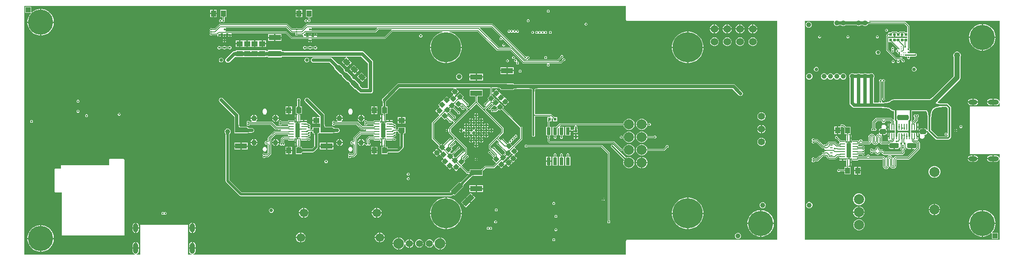
<source format=gbr>
%TF.GenerationSoftware,Altium Limited,Altium Designer,22.4.2 (48)*%
G04 Layer_Physical_Order=8*
G04 Layer_Color=65280*
%FSLAX26Y26*%
%MOIN*%
%TF.SameCoordinates,8C98EB32-1E12-42CD-A60B-9DA89663A72C*%
%TF.FilePolarity,Positive*%
%TF.FileFunction,Copper,L8,Bot,Signal*%
%TF.Part,Single*%
G01*
G75*
%TA.AperFunction,Conductor*%
%ADD10C,0.006102*%
%TA.AperFunction,SMDPad,CuDef*%
%ADD21R,0.031496X0.059055*%
%ADD23R,0.023622X0.023622*%
%ADD37R,0.049213X0.039370*%
%TA.AperFunction,FiducialPad,Global*%
%ADD46C,0.039370*%
%ADD47R,0.039370X0.039370*%
%TA.AperFunction,SMDPad,CuDef*%
%ADD51R,0.023622X0.023622*%
%ADD52R,0.039370X0.049213*%
%ADD54R,0.094488X0.043307*%
%ADD57R,0.011811X0.011811*%
%ADD59R,0.018701X0.007874*%
G04:AMPARAMS|DCode=61|XSize=39.37mil|YSize=49.213mil|CornerRadius=0mil|HoleSize=0mil|Usage=FLASHONLY|Rotation=45.000|XOffset=0mil|YOffset=0mil|HoleType=Round|Shape=Rectangle|*
%AMROTATEDRECTD61*
4,1,4,0.003480,-0.031319,-0.031319,0.003480,-0.003480,0.031319,0.031319,-0.003480,0.003480,-0.031319,0.0*
%
%ADD61ROTATEDRECTD61*%

%TA.AperFunction,Conductor*%
%ADD62C,0.005000*%
%ADD63C,0.007874*%
%ADD64C,0.013780*%
%ADD65C,0.005906*%
%ADD66C,0.019685*%
%ADD67C,0.027559*%
%ADD68C,0.011811*%
%ADD69C,0.009842*%
%ADD71C,0.039370*%
%ADD72C,0.078740*%
%TA.AperFunction,ComponentPad*%
%ADD76C,0.078740*%
%ADD77O,0.086614X0.039370*%
%ADD78O,0.070866X0.039370*%
G04:AMPARAMS|DCode=79|XSize=74.803mil|YSize=39.37mil|CornerRadius=9.842mil|HoleSize=0mil|Usage=FLASHONLY|Rotation=180.000|XOffset=0mil|YOffset=0mil|HoleType=Round|Shape=RoundedRectangle|*
%AMROUNDEDRECTD79*
21,1,0.074803,0.019685,0,0,180.0*
21,1,0.055118,0.039370,0,0,180.0*
1,1,0.019685,-0.027559,0.009843*
1,1,0.019685,0.027559,0.009843*
1,1,0.019685,0.027559,-0.009843*
1,1,0.019685,-0.027559,-0.009843*
%
%ADD79ROUNDEDRECTD79*%
G04:AMPARAMS|DCode=80|XSize=90.551mil|YSize=39.37mil|CornerRadius=9.842mil|HoleSize=0mil|Usage=FLASHONLY|Rotation=180.000|XOffset=0mil|YOffset=0mil|HoleType=Round|Shape=RoundedRectangle|*
%AMROUNDEDRECTD80*
21,1,0.090551,0.019685,0,0,180.0*
21,1,0.070866,0.039370,0,0,180.0*
1,1,0.019685,-0.035433,0.009843*
1,1,0.019685,0.035433,0.009843*
1,1,0.019685,0.035433,-0.009843*
1,1,0.019685,-0.035433,-0.009843*
%
%ADD80ROUNDEDRECTD80*%
G04:AMPARAMS|DCode=81|XSize=51.181mil|YSize=39.37mil|CornerRadius=9.842mil|HoleSize=0mil|Usage=FLASHONLY|Rotation=0.000|XOffset=0mil|YOffset=0mil|HoleType=Round|Shape=RoundedRectangle|*
%AMROUNDEDRECTD81*
21,1,0.051181,0.019685,0,0,0.0*
21,1,0.031496,0.039370,0,0,0.0*
1,1,0.019685,0.015748,-0.009843*
1,1,0.019685,-0.015748,-0.009843*
1,1,0.019685,-0.015748,0.009843*
1,1,0.019685,0.015748,0.009843*
%
%ADD81ROUNDEDRECTD81*%
%ADD82C,0.043307*%
%ADD83C,0.055118*%
%ADD84C,0.082677*%
%ADD85C,0.196850*%
%ADD86C,0.066929*%
%ADD87C,0.236220*%
%ADD88C,0.060000*%
%ADD89O,0.039370X0.086614*%
%ADD90O,0.039370X0.070866*%
%TA.AperFunction,ViaPad*%
%ADD91C,0.017716*%
%ADD92C,0.013780*%
%ADD93C,0.011811*%
%ADD94C,0.027559*%
%ADD95C,0.039370*%
%ADD96C,0.050000*%
%ADD97C,0.023622*%
%ADD99C,0.019685*%
%TA.AperFunction,SMDPad,CuDef*%
%ADD100R,0.011024X0.045276*%
%ADD101C,0.078740*%
%ADD102R,0.011417X0.039370*%
%ADD103R,0.039370X0.011417*%
%ADD104R,0.035433X0.114173*%
G04:AMPARAMS|DCode=105|XSize=33.465mil|YSize=35.433mil|CornerRadius=0mil|HoleSize=0mil|Usage=FLASHONLY|Rotation=45.000|XOffset=0mil|YOffset=0mil|HoleType=Round|Shape=Rectangle|*
%AMROTATEDRECTD105*
4,1,4,0.000696,-0.024359,-0.024359,0.000696,-0.000696,0.024359,0.024359,-0.000696,0.000696,-0.024359,0.0*
%
%ADD105ROTATEDRECTD105*%

G04:AMPARAMS|DCode=106|XSize=33.465mil|YSize=35.433mil|CornerRadius=0mil|HoleSize=0mil|Usage=FLASHONLY|Rotation=135.000|XOffset=0mil|YOffset=0mil|HoleType=Round|Shape=Rectangle|*
%AMROTATEDRECTD106*
4,1,4,0.024359,0.000696,-0.000696,-0.024359,-0.024359,-0.000696,0.000696,0.024359,0.024359,0.000696,0.0*
%
%ADD106ROTATEDRECTD106*%

G04:AMPARAMS|DCode=107|XSize=43.307mil|YSize=94.488mil|CornerRadius=0mil|HoleSize=0mil|Usage=FLASHONLY|Rotation=315.000|XOffset=0mil|YOffset=0mil|HoleType=Round|Shape=Rectangle|*
%AMROTATEDRECTD107*
4,1,4,-0.048718,-0.018095,0.018095,0.048718,0.048718,0.018095,-0.018095,-0.048718,-0.048718,-0.018095,0.0*
%
%ADD107ROTATEDRECTD107*%

G36*
X8961504Y3806133D02*
X8965436Y3803104D01*
X8967301Y3801873D01*
X8969098Y3800832D01*
X8970827Y3799980D01*
X8972489Y3799317D01*
X8973211Y3799103D01*
X8977717Y3798697D01*
X8987024Y3798465D01*
Y3790591D01*
X8982177Y3790533D01*
X8973663Y3789925D01*
X8972887Y3789676D01*
X8971280Y3788965D01*
X8969649Y3788050D01*
X8967995Y3786932D01*
X8966318Y3785610D01*
X8964617Y3784085D01*
X8962893Y3782357D01*
X8961145Y3780426D01*
X8960704Y3787526D01*
X8959101Y3786871D01*
X8957355Y3785883D01*
X8955997Y3784778D01*
Y3804278D01*
X8957355Y3803173D01*
X8959101Y3802185D01*
X8959811Y3801895D01*
X8959436Y3807932D01*
X8961504Y3806133D01*
D02*
G37*
G36*
X9999647Y3179102D02*
X9994647Y3178610D01*
X9993651Y3183617D01*
X9988213Y3191756D01*
X9980073Y3197194D01*
X9970472Y3199104D01*
X9951772D01*
Y3174016D01*
Y3148927D01*
X9970472D01*
X9980073Y3150837D01*
X9988213Y3156276D01*
X9993651Y3164415D01*
X9994647Y3169422D01*
X9999647Y3168929D01*
Y3138907D01*
X9769685D01*
X9768902Y3138583D01*
X9765748D01*
Y3135429D01*
X9765424Y3134646D01*
Y2770866D01*
X9765748Y2770083D01*
Y2766929D01*
X9768902D01*
X9769685Y2766605D01*
X9999647D01*
Y2736582D01*
X9994647Y2736090D01*
X9993651Y2741097D01*
X9988213Y2749236D01*
X9980073Y2754675D01*
X9970472Y2756584D01*
X9951772D01*
Y2731496D01*
Y2706408D01*
X9970472D01*
X9980073Y2708317D01*
X9988213Y2713756D01*
X9993651Y2721895D01*
X9994647Y2726902D01*
X9999647Y2726410D01*
Y2096810D01*
X8474762D01*
Y3808702D01*
X8701243D01*
X8704525Y3803702D01*
X8702165Y3798006D01*
Y3788608D01*
X8705762Y3779926D01*
X8712407Y3773281D01*
X8721089Y3769685D01*
X8730486D01*
X8739168Y3773281D01*
X8742056Y3776169D01*
X8759519D01*
X8762407Y3773281D01*
X8771089Y3769685D01*
X8780486D01*
X8789168Y3773281D01*
X8791662Y3775775D01*
X8880385D01*
X8882879Y3773281D01*
X8891561Y3769685D01*
X8900959D01*
X8909641Y3773281D01*
X8912430Y3776071D01*
X8930090D01*
X8932879Y3773281D01*
X8941561Y3769685D01*
X8950959D01*
X8959641Y3773281D01*
X8963584Y3777225D01*
X8964305Y3777567D01*
X8965983Y3779421D01*
X8967550Y3780991D01*
X8969062Y3782347D01*
X8970510Y3783488D01*
X8971889Y3784420D01*
X8973189Y3785149D01*
X8974405Y3785688D01*
X8974477Y3785711D01*
X8982354Y3786273D01*
X8987075Y3786330D01*
X8987472Y3786500D01*
X9254312D01*
X9276421Y3764391D01*
Y3718504D01*
X9260232D01*
X9259109Y3720184D01*
X9253452Y3725842D01*
X9251322Y3727264D01*
X9248811Y3727764D01*
X9219693D01*
X9217182Y3727264D01*
X9215052Y3725842D01*
X9209395Y3720184D01*
X9208272Y3718504D01*
X9201177D01*
X9200054Y3720184D01*
X9194397Y3725842D01*
X9192267Y3727264D01*
X9189756Y3727764D01*
X9160638D01*
X9158127Y3727264D01*
X9155997Y3725842D01*
X9150340Y3720184D01*
X9149217Y3718504D01*
X9129921D01*
Y3709556D01*
X9129713Y3709538D01*
X9128869Y3709516D01*
X9128426Y3709319D01*
X9125000D01*
X9122488Y3708819D01*
X9120359Y3707397D01*
X9112485Y3699523D01*
X9111062Y3697394D01*
X9110563Y3694882D01*
Y3584646D01*
X9111062Y3582134D01*
X9112485Y3580005D01*
X9185320Y3507170D01*
X9187449Y3505747D01*
X9189961Y3505248D01*
X9196002D01*
X9196073Y3505140D01*
X9197535Y3500248D01*
X9195546Y3498259D01*
X9193898Y3494280D01*
Y3489972D01*
X9195546Y3485993D01*
X9198592Y3482948D01*
X9202571Y3481299D01*
X9206878D01*
X9210857Y3482948D01*
X9213903Y3485993D01*
X9215551Y3489972D01*
Y3494280D01*
X9213903Y3498259D01*
X9211914Y3500248D01*
X9213375Y3505140D01*
X9213447Y3505248D01*
X9225628D01*
X9231581Y3499294D01*
X9231746Y3498853D01*
X9232091Y3498483D01*
X9232291Y3498233D01*
X9232457Y3497992D01*
X9232590Y3497758D01*
X9232698Y3497526D01*
X9232784Y3497292D01*
X9232852Y3497044D01*
X9232902Y3496781D01*
X9232932Y3496492D01*
X9232945Y3496015D01*
X9233268Y3495293D01*
Y3493909D01*
X9234916Y3489930D01*
X9237962Y3486885D01*
X9241941Y3485236D01*
X9246248D01*
X9250227Y3486885D01*
X9253273Y3489930D01*
X9254921Y3493909D01*
Y3498217D01*
X9253273Y3502196D01*
X9250227Y3505241D01*
X9246248Y3506890D01*
X9244864D01*
X9244142Y3507212D01*
X9243666Y3507225D01*
X9243376Y3507256D01*
X9243113Y3507305D01*
X9242866Y3507373D01*
X9242632Y3507459D01*
X9242399Y3507568D01*
X9242166Y3507701D01*
X9241925Y3507866D01*
X9241674Y3508067D01*
X9241305Y3508411D01*
X9240863Y3508576D01*
X9235948Y3513492D01*
X9235709Y3514301D01*
X9236293Y3520083D01*
X9237592Y3521382D01*
X9238112Y3522638D01*
X9217878D01*
X9215576Y3518374D01*
X9192679D01*
X9123689Y3587364D01*
Y3688494D01*
X9124921Y3689317D01*
X9129921Y3687008D01*
Y3687008D01*
X9158465D01*
Y3686024D01*
X9170275D01*
Y3702756D01*
X9180118D01*
Y3686024D01*
X9191929D01*
Y3687008D01*
X9217520D01*
Y3686024D01*
X9229331D01*
Y3702756D01*
X9239173D01*
Y3686024D01*
X9250984D01*
Y3687008D01*
X9276421D01*
Y3675197D01*
X9129921D01*
Y3643701D01*
X9149217D01*
X9150340Y3642021D01*
X9200059Y3592302D01*
X9200271Y3591313D01*
X9200169Y3588342D01*
X9199485Y3586406D01*
X9199347Y3586179D01*
X9198807Y3585770D01*
X9198571Y3585630D01*
X9194697D01*
X9190718Y3583982D01*
X9187672Y3580936D01*
X9186024Y3576957D01*
Y3572650D01*
X9187672Y3568670D01*
X9190718Y3565625D01*
X9194697Y3563977D01*
X9196356D01*
X9199737Y3561991D01*
X9200709Y3559357D01*
Y3556690D01*
X9202519Y3552320D01*
X9205863Y3548976D01*
X9207677Y3548224D01*
Y3559055D01*
X9217520D01*
Y3544317D01*
X9218504Y3543220D01*
Y3541349D01*
X9220002Y3537732D01*
X9221549Y3536185D01*
X9219101Y3533737D01*
X9218581Y3532480D01*
X9242098D01*
X9243116Y3533465D01*
X9246052D01*
X9249670Y3534963D01*
X9251322Y3534800D01*
X9251327Y3534792D01*
X9255234Y3532182D01*
X9259843Y3531265D01*
X9272858D01*
X9273481Y3530721D01*
X9275787Y3526265D01*
X9274883Y3524084D01*
Y3519777D01*
X9276532Y3515798D01*
X9279577Y3512752D01*
X9283556Y3511104D01*
X9287864D01*
X9291843Y3512752D01*
X9294888Y3515798D01*
X9296537Y3519777D01*
Y3524084D01*
X9295633Y3526265D01*
X9297939Y3530721D01*
X9298562Y3531265D01*
X9338583D01*
X9343191Y3532182D01*
X9347098Y3534792D01*
X9349708Y3538699D01*
X9350625Y3543307D01*
X9349708Y3547916D01*
X9347098Y3551823D01*
X9343191Y3554433D01*
X9338583Y3555350D01*
X9299565D01*
X9297746Y3558071D01*
X9284449D01*
Y3567913D01*
X9295280D01*
X9294528Y3569727D01*
X9291748Y3572507D01*
X9291271Y3574526D01*
X9291499Y3578353D01*
X9293627Y3580481D01*
X9295275Y3584461D01*
Y3588768D01*
X9293627Y3592747D01*
X9292905Y3593469D01*
X9292905Y3593501D01*
X9292909Y3593536D01*
X9292906Y3593548D01*
X9292906Y3593597D01*
X9292851Y3593735D01*
X9292839Y3593775D01*
X9292800Y3593958D01*
X9292767Y3594174D01*
X9292654Y3595804D01*
X9292647Y3596451D01*
X9292477Y3596848D01*
Y3767716D01*
X9291866Y3770789D01*
X9290126Y3773393D01*
X9290125Y3773394D01*
X9263314Y3800205D01*
X9260710Y3801945D01*
X9257637Y3802556D01*
X8987511D01*
X8987130Y3802725D01*
X8977961Y3802954D01*
X8977525Y3802993D01*
X8977022Y3803702D01*
X8979604Y3808702D01*
X9999647D01*
Y3179102D01*
D02*
G37*
G36*
X9134098Y3697756D02*
X9134047Y3698231D01*
X9133894Y3698656D01*
X9133638Y3699031D01*
X9133279Y3699356D01*
X9132818Y3699631D01*
X9132255Y3699856D01*
X9131590Y3700031D01*
X9130822Y3700156D01*
X9129951Y3700231D01*
X9128978Y3700256D01*
Y3705256D01*
X9129951Y3705281D01*
X9130822Y3705356D01*
X9131590Y3705481D01*
X9132255Y3705656D01*
X9132818Y3705881D01*
X9133279Y3706156D01*
X9133638Y3706481D01*
X9133894Y3706856D01*
X9134047Y3707281D01*
X9134098Y3707756D01*
Y3697756D01*
D02*
G37*
G36*
X9252209Y3654449D02*
X9252157Y3654924D01*
X9252004Y3655349D01*
X9251748Y3655724D01*
X9251389Y3656049D01*
X9250928Y3656324D01*
X9250365Y3656549D01*
X9249700Y3656724D01*
X9249016Y3656835D01*
X9248332Y3656724D01*
X9247666Y3656549D01*
X9247103Y3656324D01*
X9246642Y3656049D01*
X9246284Y3655724D01*
X9246028Y3655349D01*
X9245874Y3654924D01*
X9245823Y3654449D01*
Y3664449D01*
X9245874Y3663974D01*
X9246028Y3663549D01*
X9246284Y3663174D01*
X9246642Y3662849D01*
X9247103Y3662574D01*
X9247666Y3662349D01*
X9248332Y3662174D01*
X9249016Y3662063D01*
X9249700Y3662174D01*
X9250365Y3662349D01*
X9250928Y3662574D01*
X9251389Y3662849D01*
X9251748Y3663174D01*
X9252004Y3663549D01*
X9252157Y3663974D01*
X9252209Y3664449D01*
Y3654449D01*
D02*
G37*
G36*
X9193153D02*
X9193102Y3654924D01*
X9192949Y3655349D01*
X9192693Y3655724D01*
X9192334Y3656049D01*
X9191873Y3656324D01*
X9191310Y3656549D01*
X9190645Y3656724D01*
X9189961Y3656835D01*
X9189277Y3656724D01*
X9188611Y3656549D01*
X9188048Y3656324D01*
X9187587Y3656049D01*
X9187229Y3655724D01*
X9186973Y3655349D01*
X9186819Y3654924D01*
X9186768Y3654449D01*
Y3664449D01*
X9186819Y3663974D01*
X9186973Y3663549D01*
X9187229Y3663174D01*
X9187587Y3662849D01*
X9188048Y3662574D01*
X9188611Y3662349D01*
X9189277Y3662174D01*
X9189961Y3662063D01*
X9190645Y3662174D01*
X9191310Y3662349D01*
X9191873Y3662574D01*
X9192334Y3662849D01*
X9192693Y3663174D01*
X9192949Y3663549D01*
X9193102Y3663974D01*
X9193153Y3664449D01*
Y3654449D01*
D02*
G37*
G36*
X9264368Y3647827D02*
X9263942Y3647673D01*
X9263567Y3647417D01*
X9263243Y3647059D01*
X9262968Y3646598D01*
X9262743Y3646035D01*
X9262567Y3645369D01*
X9262442Y3644601D01*
X9262368Y3643731D01*
X9262343Y3642758D01*
X9257343D01*
X9257317Y3643731D01*
X9257243Y3644601D01*
X9257118Y3645369D01*
X9256942Y3646035D01*
X9256718Y3646598D01*
X9256442Y3647059D01*
X9256118Y3647417D01*
X9255743Y3647673D01*
X9255317Y3647827D01*
X9254843Y3647878D01*
X9264843D01*
X9264368Y3647827D01*
D02*
G37*
G36*
X9262366Y3616193D02*
X9262435Y3615554D01*
X9262552Y3614936D01*
X9262714Y3614341D01*
X9262923Y3613766D01*
X9263179Y3613214D01*
X9263481Y3612683D01*
X9263829Y3612173D01*
X9264224Y3611686D01*
X9264665Y3611220D01*
X9255020D01*
X9255461Y3611686D01*
X9255856Y3612173D01*
X9256204Y3612683D01*
X9256506Y3613214D01*
X9256762Y3613766D01*
X9256971Y3614341D01*
X9257133Y3614936D01*
X9257250Y3615554D01*
X9257319Y3616193D01*
X9257343Y3616853D01*
X9262343D01*
X9262366Y3616193D01*
D02*
G37*
G36*
X9288395Y3595634D02*
X9288528Y3593704D01*
X9288607Y3593186D01*
X9288705Y3592730D01*
X9288820Y3592337D01*
X9288953Y3592007D01*
X9289103Y3591739D01*
X9289272Y3591535D01*
X9279626D01*
X9279794Y3591739D01*
X9279945Y3592007D01*
X9280078Y3592337D01*
X9280193Y3592730D01*
X9280290Y3593186D01*
X9280370Y3593704D01*
X9280476Y3594928D01*
X9280512Y3596402D01*
X9288386D01*
X9288395Y3595634D01*
D02*
G37*
G36*
X9207497Y3597707D02*
X9207938Y3597346D01*
X9208379Y3597037D01*
X9208820Y3596781D01*
X9209262Y3596577D01*
X9209704Y3596426D01*
X9210146Y3596328D01*
X9210589Y3596282D01*
X9211031Y3596289D01*
X9211474Y3596349D01*
X9206780Y3589543D01*
X9206687Y3589975D01*
X9206558Y3590407D01*
X9206394Y3590838D01*
X9206194Y3591270D01*
X9205959Y3591702D01*
X9205687Y3592134D01*
X9205380Y3592566D01*
X9205037Y3592999D01*
X9204243Y3593864D01*
X9207056Y3598122D01*
X9207497Y3597707D01*
D02*
G37*
G36*
X9232899Y3578627D02*
X9233263Y3578349D01*
X9233657Y3578104D01*
X9234081Y3577891D01*
X9234534Y3577712D01*
X9235016Y3577565D01*
X9235528Y3577450D01*
X9236069Y3577369D01*
X9236640Y3577320D01*
X9237240Y3577303D01*
Y3572303D01*
X9236640Y3572287D01*
X9236069Y3572238D01*
X9235528Y3572156D01*
X9235016Y3572042D01*
X9234534Y3571895D01*
X9234081Y3571715D01*
X9233657Y3571503D01*
X9233263Y3571258D01*
X9232899Y3570980D01*
X9232564Y3570669D01*
Y3578937D01*
X9232899Y3578627D01*
D02*
G37*
G36*
X9238883Y3504843D02*
X9239384Y3504440D01*
X9239903Y3504086D01*
X9240439Y3503780D01*
X9240993Y3503521D01*
X9241564Y3503311D01*
X9242153Y3503149D01*
X9242760Y3503036D01*
X9243384Y3502970D01*
X9244025Y3502952D01*
X9237205Y3496132D01*
X9237187Y3496774D01*
X9237122Y3497398D01*
X9237008Y3498004D01*
X9236846Y3498593D01*
X9236636Y3499165D01*
X9236378Y3499718D01*
X9236072Y3500255D01*
X9235717Y3500773D01*
X9235315Y3501274D01*
X9234864Y3501758D01*
X9238399Y3505294D01*
X9238883Y3504843D01*
D02*
G37*
G36*
X7076419Y3818899D02*
X7076453Y3818726D01*
X7076425Y3818552D01*
X7076801Y3816949D01*
X7077068Y3815319D01*
X7077068Y3815318D01*
X7077161Y3815169D01*
X7077195Y3814997D01*
X7077293Y3814851D01*
X7077333Y3814679D01*
X7078295Y3813340D01*
X7079165Y3811938D01*
X7079308Y3811835D01*
X7079405Y3811690D01*
X7079406Y3811689D01*
X7079406Y3811689D01*
X7079551Y3811592D01*
X7079654Y3811448D01*
X7081055Y3810579D01*
X7082396Y3809616D01*
X7082568Y3809576D01*
X7082714Y3809478D01*
X7082886Y3809444D01*
X7083035Y3809352D01*
X7083036Y3809351D01*
X7084665Y3809084D01*
X7086269Y3808708D01*
X7086442Y3808737D01*
X7086616Y3808702D01*
X8257521D01*
Y2096810D01*
X7086616D01*
X7086442Y2096775D01*
X7086269Y2096803D01*
X7084665Y2096427D01*
X7083036Y2096160D01*
X7083035Y2096160D01*
X7082886Y2096068D01*
X7082714Y2096034D01*
X7082568Y2095936D01*
X7082396Y2095895D01*
X7081056Y2094933D01*
X7079654Y2094063D01*
X7079551Y2093920D01*
X7079406Y2093823D01*
X7079406Y2093823D01*
X7079405Y2093822D01*
X7079308Y2093677D01*
X7079165Y2093574D01*
X7078296Y2092173D01*
X7077333Y2090832D01*
X7077293Y2090661D01*
X7077195Y2090514D01*
X7077161Y2090342D01*
X7077068Y2090193D01*
X7077068Y2090193D01*
X7076801Y2088564D01*
X7076425Y2086959D01*
X7076453Y2086786D01*
X7076419Y2086613D01*
Y1978699D01*
X3690913D01*
X3690420Y1983699D01*
X3695428Y1984695D01*
X3703567Y1990134D01*
X3709005Y1998273D01*
X3710915Y2007874D01*
Y2026575D01*
X3660738D01*
Y2007874D01*
X3662648Y1998273D01*
X3668086Y1990134D01*
X3676226Y1984695D01*
X3681233Y1983699D01*
X3680741Y1978699D01*
X3650718D01*
Y2208661D01*
X3650394Y2209445D01*
Y2212598D01*
X3647240D01*
X3646457Y2212923D01*
X3282677D01*
X3281894Y2212598D01*
X3278740D01*
Y2209445D01*
X3278416Y2208661D01*
Y1978699D01*
X3248393D01*
X3247901Y1983699D01*
X3252908Y1984695D01*
X3261047Y1990134D01*
X3266486Y1998273D01*
X3268396Y2007874D01*
Y2026575D01*
X3218219D01*
Y2007874D01*
X3220128Y1998273D01*
X3225567Y1990134D01*
X3233706Y1984695D01*
X3238713Y1983699D01*
X3238221Y1978699D01*
X2372400D01*
Y3926812D01*
X7076419D01*
Y3818899D01*
D02*
G37*
%LPC*%
G36*
X8508636Y3803150D02*
X8499238D01*
X8490556Y3799553D01*
X8483911Y3792908D01*
X8480315Y3784226D01*
Y3774829D01*
X8483911Y3766147D01*
X8490556Y3759502D01*
X8499238Y3755906D01*
X8508636D01*
X8517318Y3759502D01*
X8523963Y3766147D01*
X8527559Y3774829D01*
Y3784226D01*
X8523963Y3792908D01*
X8517318Y3799553D01*
X8508636Y3803150D01*
D02*
G37*
G36*
X9115343Y3748031D02*
X9111035D01*
X9107056Y3746383D01*
X9104011Y3743338D01*
X9102362Y3739358D01*
Y3735051D01*
X9104011Y3731072D01*
X9107056Y3728026D01*
X9111035Y3726378D01*
X9115343D01*
X9119322Y3728026D01*
X9122367Y3731072D01*
X9124016Y3735051D01*
Y3739358D01*
X9122367Y3743338D01*
X9119322Y3746383D01*
X9115343Y3748031D01*
D02*
G37*
G36*
X9870338Y3784449D02*
X9867126D01*
Y3686024D01*
X9965551D01*
Y3689236D01*
X9963006Y3705303D01*
X9957980Y3720774D01*
X9950595Y3735268D01*
X9941033Y3748428D01*
X9929530Y3759931D01*
X9916370Y3769492D01*
X9901876Y3776877D01*
X9886405Y3781904D01*
X9870338Y3784449D01*
D02*
G37*
G36*
X9857283D02*
X9854071D01*
X9838004Y3781904D01*
X9822533Y3776877D01*
X9808039Y3769492D01*
X9794879Y3759931D01*
X9783376Y3748428D01*
X9773815Y3735268D01*
X9766430Y3720774D01*
X9761403Y3705303D01*
X9758858Y3689236D01*
Y3686024D01*
X9857283D01*
Y3784449D01*
D02*
G37*
G36*
X9043492Y3695866D02*
X9039185D01*
X9035206Y3694218D01*
X9032160Y3691172D01*
X9030512Y3687193D01*
Y3682886D01*
X9032160Y3678907D01*
X9035206Y3675861D01*
X9039185Y3674213D01*
X9043492D01*
X9047471Y3675861D01*
X9050517Y3678907D01*
X9052165Y3682886D01*
Y3687193D01*
X9050517Y3691172D01*
X9047471Y3694218D01*
X9043492Y3695866D01*
D02*
G37*
G36*
X8813177D02*
X8808870D01*
X8804891Y3694218D01*
X8801845Y3691172D01*
X8800197Y3687193D01*
Y3682886D01*
X8801845Y3678907D01*
X8804891Y3675861D01*
X8808870Y3674213D01*
X8813177D01*
X8817156Y3675861D01*
X8820202Y3678907D01*
X8821850Y3682886D01*
Y3687193D01*
X8820202Y3691172D01*
X8817156Y3694218D01*
X8813177Y3695866D01*
D02*
G37*
G36*
X8592705D02*
X8588398D01*
X8584418Y3694218D01*
X8581373Y3691172D01*
X8579725Y3687193D01*
Y3682886D01*
X8581373Y3678907D01*
X8584418Y3675861D01*
X8588398Y3674213D01*
X8592705D01*
X8596684Y3675861D01*
X8599730Y3678907D01*
X8601378Y3682886D01*
Y3687193D01*
X8599730Y3691172D01*
X8596684Y3694218D01*
X8592705Y3695866D01*
D02*
G37*
G36*
X9965551Y3676181D02*
X9867126D01*
Y3577756D01*
X9870338D01*
X9886405Y3580301D01*
X9901876Y3585327D01*
X9916370Y3592713D01*
X9929530Y3602274D01*
X9941033Y3613777D01*
X9950595Y3626937D01*
X9957980Y3641431D01*
X9963006Y3656902D01*
X9965551Y3672969D01*
Y3676181D01*
D02*
G37*
G36*
X9857283D02*
X9758858D01*
Y3672969D01*
X9761403Y3656902D01*
X9766430Y3641431D01*
X9773815Y3626937D01*
X9783376Y3613777D01*
X9794879Y3602274D01*
X9808039Y3592713D01*
X9822533Y3585327D01*
X9838004Y3580301D01*
X9854071Y3577756D01*
X9857283D01*
Y3676181D01*
D02*
G37*
G36*
X9163571Y3605315D02*
X9159264D01*
X9155284Y3603667D01*
X9152239Y3600621D01*
X9150591Y3596642D01*
Y3592335D01*
X9152239Y3588355D01*
X9152682Y3587912D01*
X9154845Y3584646D01*
X9152682Y3581379D01*
X9152239Y3580936D01*
X9150591Y3576957D01*
Y3572650D01*
X9152239Y3568670D01*
X9155284Y3565625D01*
X9159264Y3563977D01*
X9163571D01*
X9167550Y3565625D01*
X9170596Y3568670D01*
X9172244Y3572650D01*
Y3576957D01*
X9170596Y3580936D01*
X9170152Y3581379D01*
X9167990Y3584646D01*
X9170152Y3587912D01*
X9170596Y3588355D01*
X9172244Y3592335D01*
Y3596642D01*
X9170596Y3600621D01*
X9167550Y3603667D01*
X9163571Y3605315D01*
D02*
G37*
G36*
X9050768Y3580709D02*
X9043720D01*
X9037209Y3578011D01*
X9032225Y3573028D01*
X9029528Y3566516D01*
Y3559468D01*
X9032225Y3552956D01*
X9037209Y3547973D01*
X9043720Y3545276D01*
X9050768D01*
X9057280Y3547973D01*
X9062263Y3552956D01*
X9064961Y3559468D01*
Y3566516D01*
X9062263Y3573028D01*
X9057280Y3578011D01*
X9050768Y3580709D01*
D02*
G37*
G36*
X9167508Y3502953D02*
X9163201D01*
X9159221Y3501304D01*
X9156176Y3498259D01*
X9154528Y3494280D01*
Y3489972D01*
X9156176Y3485993D01*
X9159221Y3482948D01*
X9163201Y3481299D01*
X9167508D01*
X9171487Y3482948D01*
X9174533Y3485993D01*
X9176181Y3489972D01*
Y3494280D01*
X9174533Y3498259D01*
X9171487Y3501304D01*
X9167508Y3502953D01*
D02*
G37*
G36*
X9333248Y3448819D02*
X9326200D01*
X9319689Y3446122D01*
X9314705Y3441138D01*
X9312008Y3434626D01*
Y3427578D01*
X9314705Y3421067D01*
X9319689Y3416083D01*
X9326200Y3413386D01*
X9333248D01*
X9339760Y3416083D01*
X9344744Y3421067D01*
X9347441Y3427578D01*
Y3434626D01*
X9344744Y3441138D01*
X9339760Y3446122D01*
X9333248Y3448819D01*
D02*
G37*
G36*
X8567500D02*
X8560452D01*
X8553941Y3446122D01*
X8548957Y3441138D01*
X8546260Y3434626D01*
Y3427578D01*
X8548957Y3421067D01*
X8553941Y3416083D01*
X8560452Y3413386D01*
X8567500D01*
X8574012Y3416083D01*
X8578996Y3421067D01*
X8581693Y3427578D01*
Y3434626D01*
X8578996Y3441138D01*
X8574012Y3446122D01*
X8567500Y3448819D01*
D02*
G37*
G36*
X8779738Y3398819D02*
X8770262D01*
X8761508Y3395193D01*
X8754807Y3388492D01*
X8752706Y3383419D01*
X8747294D01*
X8745193Y3388492D01*
X8738492Y3395193D01*
X8729738Y3398819D01*
X8720262D01*
X8711508Y3395193D01*
X8704807Y3388492D01*
X8702706Y3383419D01*
X8697294D01*
X8695193Y3388492D01*
X8688492Y3395193D01*
X8679738Y3398819D01*
X8670262D01*
X8661508Y3395193D01*
X8654807Y3388492D01*
X8652706Y3383419D01*
X8647294D01*
X8645193Y3388492D01*
X8638492Y3395193D01*
X8629738Y3398819D01*
X8620262D01*
X8611508Y3395193D01*
X8604807Y3388492D01*
X8601181Y3379738D01*
Y3370262D01*
X8604807Y3361508D01*
X8611508Y3354807D01*
X8620262Y3351181D01*
X8629738D01*
X8638492Y3354807D01*
X8645193Y3361508D01*
X8647294Y3366581D01*
X8652706D01*
X8654807Y3361508D01*
X8661508Y3354807D01*
X8670262Y3351181D01*
X8679738D01*
X8688492Y3354807D01*
X8695193Y3361508D01*
X8697294Y3366581D01*
X8702706D01*
X8704807Y3361508D01*
X8711508Y3354807D01*
X8720262Y3351181D01*
X8729738D01*
X8738492Y3354807D01*
X8745193Y3361508D01*
X8747294Y3366581D01*
X8752706D01*
X8754807Y3361508D01*
X8761508Y3354807D01*
X8770262Y3351181D01*
X8779738D01*
X8788492Y3354807D01*
X8795193Y3361508D01*
X8798819Y3370262D01*
Y3379738D01*
X8795193Y3388492D01*
X8788492Y3395193D01*
X8779738Y3398819D01*
D02*
G37*
G36*
X8514580D02*
X8505105D01*
X8496350Y3395193D01*
X8489650Y3388492D01*
X8486024Y3379738D01*
Y3370262D01*
X8489650Y3361508D01*
X8496350Y3354807D01*
X8505105Y3351181D01*
X8514580D01*
X8523335Y3354807D01*
X8530035Y3361508D01*
X8533661Y3370262D01*
Y3379738D01*
X8530035Y3388492D01*
X8523335Y3395193D01*
X8514580Y3398819D01*
D02*
G37*
G36*
X9669190Y3568504D02*
X9661519D01*
X9654109Y3566519D01*
X9647466Y3562683D01*
X9642041Y3557259D01*
X9638206Y3550615D01*
X9636220Y3543206D01*
Y3535535D01*
X9638206Y3528125D01*
X9638550Y3527528D01*
Y3377244D01*
X9499096Y3237790D01*
X9473430Y3213823D01*
X9460602Y3203245D01*
X9455698Y3199730D01*
X9451836Y3197372D01*
X9449371Y3196253D01*
X9449188Y3196217D01*
X9448819Y3196265D01*
X9173228D01*
X9161152Y3194675D01*
X9149899Y3190014D01*
X9140235Y3182599D01*
X9139727Y3181937D01*
X9138174Y3180721D01*
X9134552Y3178840D01*
X9129490Y3176997D01*
X9123048Y3175310D01*
X9115490Y3173880D01*
X9080201Y3171211D01*
X9076759Y3175965D01*
X9076772Y3175996D01*
Y3180303D01*
X9075123Y3184282D01*
X9074576Y3184830D01*
X9074394Y3185425D01*
X9074076Y3185809D01*
X9073885Y3186078D01*
X9073722Y3186346D01*
X9073586Y3186612D01*
X9073471Y3186884D01*
X9073378Y3187165D01*
X9073303Y3187463D01*
X9073248Y3187779D01*
X9073213Y3188120D01*
X9073196Y3188631D01*
X9073000Y3189063D01*
Y3331102D01*
X9073186Y3331468D01*
X9073157Y3331555D01*
X9073195Y3331638D01*
X9073214Y3332138D01*
X9073248Y3332436D01*
X9073300Y3332694D01*
X9073365Y3332918D01*
X9073442Y3333114D01*
X9073535Y3333296D01*
X9073644Y3333470D01*
X9073778Y3333647D01*
X9073944Y3333828D01*
X9074276Y3334134D01*
X9074640Y3334919D01*
X9076107Y3336387D01*
X9081373D01*
X9082351Y3335409D01*
X9082634Y3334670D01*
X9082962Y3334323D01*
X9083144Y3334098D01*
X9083296Y3333876D01*
X9083422Y3333655D01*
X9083528Y3333426D01*
X9083615Y3333187D01*
X9083686Y3332926D01*
X9083740Y3332639D01*
X9083775Y3332320D01*
X9083792Y3331816D01*
X9083988Y3331387D01*
Y3208967D01*
X9083792Y3208538D01*
X9083775Y3208034D01*
X9083740Y3207715D01*
X9083686Y3207429D01*
X9083615Y3207168D01*
X9083528Y3206928D01*
X9083422Y3206699D01*
X9083296Y3206479D01*
X9083144Y3206256D01*
X9082961Y3206031D01*
X9082634Y3205685D01*
X9082351Y3204946D01*
X9081373Y3203967D01*
X9079725Y3199988D01*
Y3195681D01*
X9081373Y3191702D01*
X9084418Y3188656D01*
X9088398Y3187008D01*
X9092705D01*
X9096684Y3188656D01*
X9099730Y3191702D01*
X9101378Y3195681D01*
Y3199988D01*
X9099730Y3203967D01*
X9098751Y3204946D01*
X9098469Y3205685D01*
X9098140Y3206031D01*
X9097958Y3206256D01*
X9097806Y3206478D01*
X9097680Y3206700D01*
X9097575Y3206928D01*
X9097488Y3207168D01*
X9097416Y3207428D01*
X9097362Y3207715D01*
X9097328Y3208034D01*
X9097310Y3208538D01*
X9097114Y3208967D01*
Y3331387D01*
X9097310Y3331816D01*
X9097328Y3332320D01*
X9097362Y3332639D01*
X9097416Y3332926D01*
X9097488Y3333187D01*
X9097575Y3333427D01*
X9097681Y3333655D01*
X9097806Y3333875D01*
X9097958Y3334098D01*
X9098141Y3334324D01*
X9098469Y3334670D01*
X9098751Y3335409D01*
X9099730Y3336387D01*
X9101378Y3340366D01*
Y3344673D01*
X9099730Y3348653D01*
X9096684Y3351698D01*
X9092705Y3353346D01*
X9088398D01*
X9084418Y3351698D01*
X9081373Y3348653D01*
X9076107D01*
X9073062Y3351698D01*
X9069083Y3353346D01*
X9064775D01*
X9060796Y3351698D01*
X9057751Y3348653D01*
X9056102Y3344673D01*
Y3340366D01*
X9057751Y3336387D01*
X9058298Y3335840D01*
X9058480Y3335244D01*
X9058798Y3334860D01*
X9058989Y3334591D01*
X9059152Y3334324D01*
X9059288Y3334057D01*
X9059403Y3333785D01*
X9059496Y3333504D01*
X9059571Y3333207D01*
X9059626Y3332891D01*
X9059661Y3332549D01*
X9059678Y3332039D01*
X9059874Y3331607D01*
Y3189567D01*
X9059688Y3189201D01*
X9059717Y3189114D01*
X9059678Y3189031D01*
X9059660Y3188532D01*
X9059626Y3188233D01*
X9059574Y3187976D01*
X9059509Y3187752D01*
X9059432Y3187555D01*
X9059339Y3187373D01*
X9059230Y3187199D01*
X9059096Y3187023D01*
X9058930Y3186841D01*
X9058597Y3186535D01*
X9058234Y3185750D01*
X9056766Y3184282D01*
X9055118Y3180303D01*
Y3175996D01*
X9055249Y3175681D01*
X9051908Y3170680D01*
X9016547D01*
Y3363636D01*
X9019291Y3370262D01*
Y3379738D01*
X9015665Y3388492D01*
X9008965Y3395193D01*
X9000210Y3398819D01*
X8990735D01*
X8984108Y3396074D01*
X8956837D01*
X8950210Y3398819D01*
X8940735D01*
X8934108Y3396074D01*
X8906837D01*
X8900210Y3398819D01*
X8890735D01*
X8884108Y3396074D01*
X8856837D01*
X8850210Y3398819D01*
X8840735D01*
X8831980Y3395193D01*
X8825280Y3388492D01*
X8821654Y3379738D01*
Y3370262D01*
X8824398Y3363636D01*
Y3165750D01*
X8826002Y3157685D01*
X8830571Y3150848D01*
X8846715Y3134705D01*
X8853551Y3130136D01*
X8861616Y3128532D01*
X9070522D01*
X9084367Y3128244D01*
X9106299Y3126585D01*
X9115286Y3125371D01*
X9123048Y3123902D01*
X9129490Y3122216D01*
X9134552Y3120373D01*
X9138174Y3118492D01*
X9139727Y3117275D01*
X9140235Y3116613D01*
X9149899Y3109198D01*
X9161152Y3104537D01*
X9171009Y3103239D01*
Y3037909D01*
X9166009Y3035838D01*
X9153305Y3048542D01*
X9150994Y3050087D01*
X9148267Y3050629D01*
X9033820D01*
X9031093Y3050087D01*
X9028781Y3048542D01*
X9003229Y3022990D01*
X9001685Y3020679D01*
X9001143Y3017952D01*
Y2972490D01*
X9000997Y2972243D01*
X9001059Y2972000D01*
X9000957Y2971772D01*
X9000940Y2971188D01*
X9000906Y2970836D01*
X9000877Y2970674D01*
X8998788Y2969808D01*
X8995743Y2966763D01*
X8994094Y2962784D01*
Y2958476D01*
X8995743Y2954497D01*
X8998788Y2951452D01*
X9002768Y2949803D01*
X9007075D01*
X9011054Y2951452D01*
X9013780Y2954177D01*
X9016505Y2951452D01*
X9020484Y2949803D01*
X9024791D01*
X9028771Y2951452D01*
X9031816Y2954497D01*
X9033465Y2958476D01*
Y2962784D01*
X9031816Y2966763D01*
X9028771Y2969808D01*
X9026682Y2970674D01*
X9026653Y2970836D01*
X9026619Y2971188D01*
X9026602Y2971772D01*
X9026500Y2972000D01*
X9026562Y2972243D01*
X9026416Y2972490D01*
Y3010435D01*
X9041337Y3025355D01*
X9074536D01*
X9078595Y3023082D01*
X9079568Y3018189D01*
X9082340Y3014042D01*
X9086487Y3011270D01*
X9091380Y3010297D01*
X9096272Y3011270D01*
X9100420Y3014042D01*
X9103192Y3018189D01*
X9104165Y3023082D01*
X9108224Y3025355D01*
X9140749D01*
X9150749Y3015356D01*
Y3008481D01*
X9150563Y3008063D01*
X9150536Y3007035D01*
X9150470Y3006293D01*
X9150406Y3005905D01*
X9144291D01*
Y3006890D01*
X9138780D01*
Y2979331D01*
Y2951772D01*
X9144291D01*
Y2952756D01*
X9162992D01*
Y2952756D01*
X9163780D01*
Y2952756D01*
X9179867D01*
Y2933071D01*
X9163780D01*
Y2933071D01*
X9162992D01*
Y2933071D01*
X9144291D01*
Y2934055D01*
X9138780D01*
Y2906496D01*
X9133858D01*
Y2901575D01*
X9123425D01*
Y2878937D01*
X9125547D01*
X9127618Y2873937D01*
X9121633Y2867952D01*
X9080103D01*
Y2868269D01*
X9079673Y2868447D01*
X9079494Y2868878D01*
X9079177D01*
Y2897165D01*
X9079265D01*
X9078370Y2903969D01*
X9075743Y2910309D01*
X9073665Y2913018D01*
X9076131Y2918018D01*
X9079331D01*
Y2937992D01*
X9053451D01*
Y2933071D01*
X9054398Y2928309D01*
X9054040Y2927084D01*
X9052887Y2925191D01*
X9051308Y2923233D01*
X9046173Y2922557D01*
X9039833Y2919931D01*
X9034389Y2915754D01*
X9030211Y2910309D01*
X9028814Y2906937D01*
X9028227Y2906799D01*
X9023531Y2907248D01*
X9021491Y2912173D01*
X9017314Y2917618D01*
X9011869Y2921795D01*
X9005529Y2924421D01*
X8998725Y2925317D01*
X8998725D01*
X8998725D01*
Y2925317D01*
X8991921Y2924421D01*
X8985581Y2921795D01*
X8980137Y2917618D01*
X8975959Y2912173D01*
X8973333Y2905833D01*
X8972437Y2899029D01*
X8972525D01*
Y2868878D01*
X8972208D01*
X8972030Y2868447D01*
X8971599Y2868269D01*
Y2867952D01*
X8929532D01*
X8925136Y2869410D01*
X8924163Y2874302D01*
X8921391Y2878450D01*
X8917244Y2881222D01*
X8912351Y2882195D01*
X8907458Y2881222D01*
X8903311Y2878450D01*
X8900539Y2874302D01*
X8900028Y2871731D01*
X8894847Y2869457D01*
X8891732Y2871086D01*
Y2874803D01*
X8844488D01*
Y2862045D01*
X8841535Y2858268D01*
X8839488Y2858268D01*
X8823819D01*
Y2796260D01*
Y2734252D01*
X8839488D01*
X8841535Y2734252D01*
X8844488Y2730475D01*
Y2717717D01*
X8891732D01*
Y2724225D01*
X8892120Y2724289D01*
X8892862Y2724355D01*
X8893890Y2724382D01*
X8894307Y2724568D01*
X9047244D01*
X9047244Y2724568D01*
X9082934D01*
Y2724251D01*
X9083365Y2724072D01*
X9083543Y2723642D01*
X9083860D01*
Y2675640D01*
X9083772D01*
X9084667Y2668836D01*
X9087294Y2662496D01*
X9091471Y2657052D01*
X9096916Y2652874D01*
X9103256Y2650248D01*
X9110060Y2649352D01*
X9110060D01*
X9110060D01*
Y2649352D01*
X9116864Y2650248D01*
X9123204Y2652874D01*
X9128648Y2657052D01*
X9132826Y2662496D01*
X9135246Y2668337D01*
X9136869Y2668813D01*
X9140485Y2668755D01*
X9141546Y2666192D01*
X9145724Y2660748D01*
X9151168Y2656570D01*
X9157508Y2653944D01*
X9164312Y2653048D01*
X9164312D01*
X9164312D01*
Y2653048D01*
X9171116Y2653944D01*
X9177456Y2656570D01*
X9182900Y2660748D01*
X9187078Y2666192D01*
X9189704Y2672533D01*
X9190600Y2679336D01*
X9190512D01*
Y2723642D01*
X9190829D01*
X9191007Y2724072D01*
X9191438Y2724251D01*
Y2724568D01*
X9224409D01*
X9224410Y2724568D01*
X9286833D01*
X9289560Y2725110D01*
X9291871Y2726655D01*
X9371475Y2806259D01*
X9373020Y2808570D01*
X9373562Y2811297D01*
Y2854057D01*
X9373020Y2856784D01*
X9371475Y2859096D01*
X9356634Y2873937D01*
X9358705Y2878937D01*
X9360827D01*
Y2901575D01*
X9350394D01*
Y2906496D01*
X9345472D01*
Y2934055D01*
X9339961D01*
Y2933071D01*
X9321260D01*
Y2933071D01*
X9320472D01*
Y2933071D01*
X9304385D01*
Y2952756D01*
X9320472D01*
Y2952756D01*
X9321260D01*
Y2952756D01*
X9339961D01*
Y2951772D01*
X9345472D01*
Y2979331D01*
Y3006890D01*
X9342868D01*
X9340797Y3011890D01*
X9356416Y3027509D01*
X9357961Y3029821D01*
X9358503Y3032547D01*
Y3055069D01*
X9358649Y3055316D01*
X9358586Y3055559D01*
X9358689Y3055787D01*
X9358706Y3056372D01*
X9358740Y3056724D01*
X9358768Y3056885D01*
X9360857Y3057751D01*
X9363903Y3060796D01*
X9365551Y3064776D01*
Y3069083D01*
X9363903Y3073062D01*
X9360857Y3076108D01*
X9356878Y3077756D01*
X9352571D01*
X9348592Y3076108D01*
X9345866Y3073382D01*
X9343141Y3076108D01*
X9339162Y3077756D01*
X9334854D01*
X9330875Y3076108D01*
X9327829Y3073062D01*
X9326181Y3069083D01*
Y3064776D01*
X9327829Y3060796D01*
X9330875Y3057751D01*
X9332964Y3056886D01*
X9332993Y3056724D01*
X9333026Y3056372D01*
X9333043Y3055787D01*
X9333146Y3055559D01*
X9333084Y3055317D01*
X9333229Y3055070D01*
Y3040065D01*
X9311985Y3018820D01*
X9306735Y3019804D01*
X9306373Y3020072D01*
X9306001Y3021285D01*
X9309422Y3024705D01*
X9312250Y3028938D01*
X9313243Y3033930D01*
Y3102947D01*
X9425076D01*
X9425702Y3101677D01*
X9428331Y3094667D01*
X9430600Y3086656D01*
X9432483Y3077657D01*
X9433951Y3067752D01*
X9435673Y3044735D01*
X9435773Y3038796D01*
Y2955760D01*
X9435772Y2952824D01*
X9430801Y2952756D01*
X9429655Y2958516D01*
X9426392Y2963400D01*
X9421508Y2966663D01*
X9415748Y2967809D01*
X9404921D01*
Y2947835D01*
X9430801D01*
X9430801Y2950719D01*
X9435773Y2950787D01*
X9436766Y2945795D01*
X9439594Y2941563D01*
X9498649Y2882507D01*
X9502882Y2879679D01*
X9507874Y2878686D01*
X9594488D01*
X9599481Y2879679D01*
X9603713Y2882507D01*
X9615524Y2894318D01*
X9618352Y2898551D01*
X9619345Y2903543D01*
Y3129921D01*
X9618352Y3134914D01*
X9615524Y3139146D01*
X9595839Y3158831D01*
X9591607Y3161659D01*
X9586614Y3162652D01*
X9559629D01*
X9553690Y3162752D01*
X9530673Y3164474D01*
X9520769Y3165942D01*
X9515005Y3167148D01*
X9513169Y3172641D01*
X9537209Y3200089D01*
X9684308Y3347188D01*
X9688567Y3352740D01*
X9691245Y3359204D01*
X9691702Y3362673D01*
X9692158Y3366142D01*
X9692158Y3366142D01*
Y3527528D01*
X9692503Y3528125D01*
X9694488Y3535535D01*
Y3543206D01*
X9692503Y3550615D01*
X9688667Y3557259D01*
X9683243Y3562683D01*
X9676600Y3566519D01*
X9669190Y3568504D01*
D02*
G37*
G36*
X9805118Y3199104D02*
X9794292D01*
Y3178937D01*
X9829228D01*
X9828297Y3183617D01*
X9822858Y3191756D01*
X9814719Y3197194D01*
X9805118Y3199104D01*
D02*
G37*
G36*
X9784449D02*
X9773622D01*
X9764021Y3197194D01*
X9755882Y3191756D01*
X9750443Y3183617D01*
X9749513Y3178937D01*
X9784449D01*
Y3199104D01*
D02*
G37*
G36*
X9941929D02*
X9923228D01*
X9913627Y3197194D01*
X9905488Y3191756D01*
X9900050Y3183617D01*
X9899119Y3178937D01*
X9941929D01*
Y3199104D01*
D02*
G37*
G36*
Y3169094D02*
X9899119D01*
X9900050Y3164415D01*
X9905488Y3156276D01*
X9913627Y3150837D01*
X9923228Y3148927D01*
X9941929D01*
Y3169094D01*
D02*
G37*
G36*
X9829228Y3169095D02*
X9794292D01*
Y3148927D01*
X9805118D01*
X9814719Y3150837D01*
X9822858Y3156276D01*
X9828297Y3164415D01*
X9829228Y3169095D01*
D02*
G37*
G36*
X9784449D02*
X9749513D01*
X9750443Y3164415D01*
X9755882Y3156276D01*
X9764021Y3150837D01*
X9773622Y3148927D01*
X9784449D01*
Y3169095D01*
D02*
G37*
G36*
X9360827Y3006890D02*
X9355315D01*
Y2984252D01*
X9360827D01*
Y3006890D01*
D02*
G37*
G36*
X9128937D02*
X9123425D01*
Y2984252D01*
X9128937D01*
Y3006890D01*
D02*
G37*
G36*
X9697035Y2993110D02*
X9692728D01*
X9688749Y2991462D01*
X9685703Y2988416D01*
X9684055Y2984437D01*
Y2980130D01*
X9685703Y2976151D01*
X9688749Y2973105D01*
X9692728Y2971457D01*
X9697035D01*
X9701015Y2973105D01*
X9704060Y2976151D01*
X9705709Y2980130D01*
Y2984437D01*
X9704060Y2988416D01*
X9701015Y2991462D01*
X9697035Y2993110D01*
D02*
G37*
G36*
X8725394Y2982284D02*
X8705709D01*
Y2957677D01*
X8725394D01*
Y2982284D01*
D02*
G37*
G36*
X9659449Y2963587D02*
Y2957677D01*
X9665358D01*
X9664607Y2959491D01*
X9661263Y2962836D01*
X9659449Y2963587D01*
D02*
G37*
G36*
X9649606D02*
X9647792Y2962836D01*
X9644448Y2959491D01*
X9643697Y2957677D01*
X9649606D01*
Y2963587D01*
D02*
G37*
G36*
X9360827Y2974410D02*
X9355315D01*
Y2951772D01*
X9360827D01*
Y2974410D01*
D02*
G37*
G36*
X9128937D02*
X9123425D01*
Y2951772D01*
X9128937D01*
Y2974410D01*
D02*
G37*
G36*
X9095846Y2998228D02*
X9088406D01*
X9081533Y2995381D01*
X9076272Y2990121D01*
X9073425Y2983247D01*
Y2975808D01*
X9074667Y2972809D01*
X9071326Y2967809D01*
X9068504D01*
X9062744Y2966663D01*
X9057860Y2963400D01*
X9054597Y2958516D01*
X9053451Y2952756D01*
Y2947835D01*
X9115053D01*
Y2952756D01*
X9113907Y2958516D01*
X9110644Y2963400D01*
X9109968Y2963852D01*
X9107980Y2968934D01*
X9108564Y2970345D01*
X9110827Y2975808D01*
Y2983247D01*
X9107980Y2990121D01*
X9102719Y2995381D01*
X9095846Y2998228D01*
D02*
G37*
G36*
X9395079Y2967809D02*
X9384252D01*
X9378492Y2966663D01*
X9373608Y2963400D01*
X9370345Y2958516D01*
X9369199Y2952756D01*
Y2947835D01*
X9395079D01*
Y2967809D01*
D02*
G37*
G36*
X9665358Y2947835D02*
X9659449D01*
Y2941925D01*
X9661263Y2942676D01*
X9664607Y2946021D01*
X9665358Y2947835D01*
D02*
G37*
G36*
X9649606D02*
X9643697D01*
X9644448Y2946021D01*
X9647792Y2942676D01*
X9649606Y2941925D01*
Y2947835D01*
D02*
G37*
G36*
X8754921Y2947835D02*
X8735237D01*
Y2923228D01*
X8754921D01*
Y2947835D01*
D02*
G37*
G36*
X8725394D02*
X8705709D01*
Y2923228D01*
X8725394D01*
Y2947835D01*
D02*
G37*
G36*
X9115053Y2937992D02*
X9089173D01*
Y2918018D01*
X9100000D01*
X9105761Y2919164D01*
X9110644Y2922427D01*
X9113907Y2927310D01*
X9115053Y2933071D01*
Y2937992D01*
D02*
G37*
G36*
X9360827Y2934055D02*
X9355315D01*
Y2911417D01*
X9360827D01*
Y2934055D01*
D02*
G37*
G36*
X9128937D02*
X9123425D01*
Y2911417D01*
X9128937D01*
Y2934055D01*
D02*
G37*
G36*
X8839370Y2915354D02*
X8833661D01*
Y2895669D01*
X8839370D01*
Y2915354D01*
D02*
G37*
G36*
X9430801Y2937992D02*
X9400000D01*
X9369199D01*
Y2933071D01*
X9370345Y2927310D01*
X9373608Y2922427D01*
X9374284Y2921975D01*
X9376272Y2916892D01*
X9375688Y2915481D01*
X9373425Y2910019D01*
Y2902579D01*
X9376272Y2895706D01*
X9381533Y2890445D01*
X9388406Y2887598D01*
X9395846D01*
X9402719Y2890445D01*
X9407980Y2895706D01*
X9410827Y2902579D01*
Y2910019D01*
X9409585Y2913018D01*
X9412926Y2918018D01*
X9415748D01*
X9421508Y2919164D01*
X9426392Y2922427D01*
X9429655Y2927310D01*
X9430801Y2933071D01*
Y2937992D01*
D02*
G37*
G36*
X8839370Y2885827D02*
X8833661D01*
Y2866142D01*
X8839370D01*
Y2885827D01*
D02*
G37*
G36*
X8766917Y3000984D02*
X8762610D01*
X8758631Y2999336D01*
X8755585Y2996290D01*
X8753937Y2992311D01*
Y2988004D01*
X8754236Y2987284D01*
X8750895Y2982284D01*
X8735237D01*
Y2957677D01*
X8754921D01*
Y2977618D01*
X8756122Y2978706D01*
X8759921Y2980445D01*
X8762610Y2979331D01*
X8766917D01*
X8770897Y2980979D01*
X8776272Y2980526D01*
X8782036Y2974762D01*
X8782192Y2974343D01*
X8784256Y2972119D01*
X8784904Y2971309D01*
X8785383Y2970621D01*
X8785433Y2970533D01*
Y2969384D01*
X8785229Y2968891D01*
X8785363Y2968567D01*
X8785281Y2968226D01*
X8785433Y2967977D01*
Y2924213D01*
X8801719D01*
X8801753Y2924005D01*
X8801816Y2923270D01*
X8801842Y2922254D01*
X8802030Y2921831D01*
Y2918979D01*
X8801681Y2914370D01*
X8799409D01*
X8799205Y2910313D01*
X8799249Y2910206D01*
X8799234Y2909814D01*
X8799409Y2909501D01*
Y2867126D01*
X8818110D01*
Y2866142D01*
X8823819D01*
Y2890748D01*
Y2915354D01*
X8818905D01*
X8816279Y2919596D01*
X8817739Y2924213D01*
X8832677D01*
Y2981299D01*
X8798755D01*
X8798506Y2981452D01*
X8798165Y2981370D01*
X8797842Y2981504D01*
X8797348Y2981299D01*
X8796199D01*
X8796111Y2981350D01*
X8795471Y2981795D01*
X8793561Y2983411D01*
X8792450Y2984484D01*
X8792009Y2984657D01*
X8781542Y2995125D01*
X8779263Y2996648D01*
X8776575Y2997182D01*
X8775658D01*
X8775237Y2997370D01*
X8774654Y2997386D01*
X8774243Y2997420D01*
X8773887Y2997473D01*
X8773591Y2997538D01*
X8773350Y2997610D01*
X8773159Y2997685D01*
X8773012Y2997758D01*
X8772897Y2997828D01*
X8772808Y2997896D01*
X8772577Y2998109D01*
X8771858Y2998375D01*
X8770897Y2999336D01*
X8766917Y3000984D01*
D02*
G37*
G36*
X8723610Y2908465D02*
X8719303D01*
X8715324Y2906816D01*
X8712278Y2903771D01*
X8710630Y2899791D01*
Y2895484D01*
X8712278Y2891505D01*
X8715324Y2888459D01*
X8719303Y2886811D01*
X8722797D01*
X8723399Y2886660D01*
X8723802Y2886719D01*
X8723970Y2886728D01*
X8724108Y2886720D01*
X8724229Y2886700D01*
X8724347Y2886668D01*
X8724478Y2886617D01*
X8724632Y2886537D01*
X8724815Y2886419D01*
X8725032Y2886250D01*
X8725394Y2885914D01*
X8725727Y2885791D01*
X8725924Y2885497D01*
X8726128Y2885456D01*
X8743298Y2868286D01*
X8743462Y2867846D01*
X8745193Y2865982D01*
X8745714Y2865331D01*
X8746063Y2864829D01*
Y2864168D01*
X8745859Y2863675D01*
X8745993Y2863351D01*
X8745911Y2863010D01*
X8746063Y2862761D01*
X8746063Y2855512D01*
Y2852200D01*
X8741205Y2848267D01*
X8730295D01*
X8715945Y2862617D01*
X8713633Y2864162D01*
X8710906Y2864704D01*
X8663307D01*
X8660580Y2864162D01*
X8658269Y2862617D01*
X8647718Y2852066D01*
X8646173Y2849754D01*
X8645631Y2847028D01*
Y2843641D01*
X8643602D01*
X8642914Y2843504D01*
X8629429D01*
Y2838424D01*
X8619458D01*
X8576860Y2881022D01*
X8574549Y2882567D01*
X8571822Y2883109D01*
X8552214D01*
X8551967Y2883255D01*
X8551725Y2883192D01*
X8551496Y2883295D01*
X8550912Y2883312D01*
X8550560Y2883346D01*
X8550398Y2883375D01*
X8549533Y2885463D01*
X8546487Y2888509D01*
X8542508Y2890157D01*
X8538201D01*
X8534222Y2888509D01*
X8531176Y2885463D01*
X8529528Y2881484D01*
Y2877177D01*
X8531176Y2873198D01*
X8533901Y2870472D01*
X8531176Y2867747D01*
X8529528Y2863768D01*
Y2859460D01*
X8531176Y2855481D01*
X8534222Y2852436D01*
X8538201Y2850787D01*
X8542508D01*
X8546487Y2852436D01*
X8549533Y2855481D01*
X8550398Y2857570D01*
X8550560Y2857599D01*
X8550912Y2857633D01*
X8551496Y2857650D01*
X8551725Y2857752D01*
X8551967Y2857690D01*
X8552214Y2857835D01*
X8564305D01*
X8606903Y2815237D01*
X8609214Y2813693D01*
X8611941Y2813151D01*
X8625989D01*
X8626470Y2812670D01*
X8629095Y2808150D01*
X8628445Y2805118D01*
X8628445Y2803479D01*
Y2801181D01*
X8642717D01*
Y2791338D01*
X8628445D01*
Y2789041D01*
X8628445Y2787401D01*
X8629095Y2784369D01*
X8626470Y2779850D01*
X8625989Y2779369D01*
X8611941D01*
X8609214Y2778827D01*
X8606903Y2777282D01*
X8564305Y2734684D01*
X8552214D01*
X8551967Y2734830D01*
X8551725Y2734767D01*
X8551496Y2734870D01*
X8550912Y2734887D01*
X8550560Y2734921D01*
X8550398Y2734950D01*
X8549533Y2737038D01*
X8546487Y2740084D01*
X8542508Y2741732D01*
X8538201D01*
X8534222Y2740084D01*
X8531176Y2737038D01*
X8529528Y2733059D01*
Y2728752D01*
X8531176Y2724773D01*
X8533901Y2722047D01*
X8531176Y2719322D01*
X8529528Y2715343D01*
Y2711035D01*
X8531176Y2707056D01*
X8534222Y2704011D01*
X8538201Y2702362D01*
X8542508D01*
X8546487Y2704011D01*
X8549533Y2707056D01*
X8550398Y2709145D01*
X8550560Y2709174D01*
X8550912Y2709207D01*
X8551496Y2709225D01*
X8551725Y2709327D01*
X8551967Y2709265D01*
X8552214Y2709410D01*
X8571822D01*
X8574549Y2709953D01*
X8576860Y2711497D01*
X8619458Y2754095D01*
X8629429D01*
Y2749016D01*
X8642914D01*
X8643602Y2748879D01*
X8645631D01*
Y2745492D01*
X8646173Y2742765D01*
X8647718Y2740454D01*
X8658269Y2729903D01*
X8660580Y2728358D01*
X8663307Y2727816D01*
X8713789D01*
X8716516Y2728358D01*
X8718827Y2729903D01*
X8733177Y2744253D01*
X8743488D01*
X8743906Y2744067D01*
X8744934Y2744040D01*
X8745676Y2743974D01*
X8746063Y2743910D01*
Y2737992D01*
X8745079D01*
Y2732283D01*
X8769685D01*
Y2727362D01*
D01*
Y2732283D01*
X8795334D01*
X8796260Y2734252D01*
X8799291Y2734252D01*
X8813976D01*
Y2796260D01*
Y2858268D01*
X8798307D01*
X8796260Y2858268D01*
X8793307Y2862045D01*
Y2874803D01*
X8758105D01*
X8757856Y2874955D01*
X8757515Y2874873D01*
X8757191Y2875007D01*
X8756698Y2874803D01*
X8756037D01*
X8755583Y2875119D01*
X8754004Y2876455D01*
X8753080Y2877347D01*
X8752619Y2877529D01*
X8734389Y2895758D01*
X8734219Y2896207D01*
X8733861Y2896586D01*
X8733616Y2896879D01*
X8733397Y2897176D01*
X8733202Y2897477D01*
X8733029Y2897787D01*
X8732875Y2898108D01*
X8732740Y2898441D01*
X8732623Y2898793D01*
X8732524Y2899163D01*
X8732419Y2899677D01*
X8732192Y2900012D01*
X8730635Y2903771D01*
X8727590Y2906816D01*
X8723610Y2908465D01*
D02*
G37*
G36*
X9941929Y2756584D02*
X9923228D01*
X9913627Y2754675D01*
X9905488Y2749236D01*
X9900050Y2741097D01*
X9899119Y2736417D01*
X9941929D01*
Y2756584D01*
D02*
G37*
G36*
X9805118D02*
X9794291D01*
Y2736417D01*
X9829228D01*
X9828297Y2741097D01*
X9822858Y2749236D01*
X9814719Y2754675D01*
X9805118Y2756584D01*
D02*
G37*
G36*
X9784449D02*
X9773622D01*
X9764021Y2754675D01*
X9755882Y2749236D01*
X9750443Y2741097D01*
X9749513Y2736417D01*
X9784449D01*
Y2756584D01*
D02*
G37*
G36*
X8794291Y2722441D02*
X8774606D01*
Y2716732D01*
X8794291D01*
Y2722441D01*
D02*
G37*
G36*
X8764764D02*
X8745079D01*
Y2716732D01*
X8764764D01*
Y2722441D01*
D02*
G37*
G36*
X8839370Y2726378D02*
X8833661D01*
Y2706693D01*
X8839370D01*
Y2726378D01*
D02*
G37*
G36*
X9941929Y2726575D02*
X9899119D01*
X9900050Y2721895D01*
X9905488Y2713756D01*
X9913627Y2708317D01*
X9923228Y2706408D01*
X9941929D01*
Y2726575D01*
D02*
G37*
G36*
X9829228Y2726575D02*
X9794291D01*
Y2706408D01*
X9805118D01*
X9814719Y2708317D01*
X9822858Y2713756D01*
X9828297Y2721895D01*
X9829228Y2726575D01*
D02*
G37*
G36*
X9784449D02*
X9749513D01*
X9750443Y2721895D01*
X9755882Y2713756D01*
X9764021Y2708317D01*
X9773622Y2706408D01*
X9784449D01*
Y2726575D01*
D02*
G37*
G36*
X8839370Y2696850D02*
X8833661D01*
Y2677165D01*
X8839370D01*
Y2696850D01*
D02*
G37*
G36*
X8823819Y2726378D02*
X8818110D01*
Y2725394D01*
X8799409D01*
Y2683150D01*
X8799409Y2683019D01*
X8799234Y2682706D01*
X8799249Y2682314D01*
X8799205Y2682207D01*
X8799409Y2678150D01*
X8802030Y2673294D01*
Y2668720D01*
X8801842Y2668297D01*
X8801816Y2667282D01*
X8801753Y2666545D01*
X8801719Y2666339D01*
X8785433D01*
Y2646116D01*
X8785226Y2646082D01*
X8784490Y2646019D01*
X8783475Y2645992D01*
X8783052Y2645804D01*
X8750067D01*
X8749646Y2645992D01*
X8749063Y2646008D01*
X8748652Y2646042D01*
X8748297Y2646095D01*
X8748000Y2646160D01*
X8747760Y2646232D01*
X8747568Y2646307D01*
X8747421Y2646380D01*
X8747307Y2646450D01*
X8747217Y2646518D01*
X8746986Y2646731D01*
X8746267Y2646997D01*
X8745306Y2647958D01*
X8741327Y2649606D01*
X8737020D01*
X8733040Y2647958D01*
X8729995Y2644912D01*
X8728346Y2640933D01*
Y2636626D01*
X8729995Y2632647D01*
X8733040Y2629601D01*
X8737020Y2627953D01*
X8741327D01*
X8745306Y2629601D01*
X8746267Y2630562D01*
X8746986Y2630828D01*
X8747217Y2631041D01*
X8747307Y2631109D01*
X8747421Y2631179D01*
X8747569Y2631253D01*
X8747760Y2631327D01*
X8748000Y2631399D01*
X8748297Y2631464D01*
X8748651Y2631517D01*
X8749063Y2631551D01*
X8749646Y2631567D01*
X8750067Y2631755D01*
X8783052D01*
X8783474Y2631567D01*
X8784490Y2631541D01*
X8785226Y2631477D01*
X8785433Y2631443D01*
Y2609252D01*
X8832677D01*
Y2666339D01*
X8816391D01*
X8816358Y2666546D01*
X8816294Y2667281D01*
X8816268Y2668297D01*
X8816080Y2668720D01*
Y2673006D01*
X8818110Y2677165D01*
X8823819D01*
Y2701772D01*
Y2726378D01*
D02*
G37*
G36*
X8912402Y2667323D02*
X8892717D01*
Y2642716D01*
X8912402D01*
Y2667323D01*
D02*
G37*
G36*
X8882874D02*
X8863189D01*
Y2642716D01*
X8882874D01*
Y2667323D01*
D02*
G37*
G36*
X8912402Y2632874D02*
X8892717D01*
Y2608268D01*
X8912402D01*
Y2632874D01*
D02*
G37*
G36*
X8882874D02*
X8863189D01*
Y2608268D01*
X8882874D01*
Y2632874D01*
D02*
G37*
G36*
X9494279Y2674213D02*
X9482099D01*
X9470333Y2671060D01*
X9459785Y2664970D01*
X9451172Y2656357D01*
X9445082Y2645809D01*
X9441929Y2634043D01*
Y2621863D01*
X9445082Y2610097D01*
X9451172Y2599548D01*
X9459785Y2590936D01*
X9470333Y2584845D01*
X9482099Y2581693D01*
X9494279D01*
X9506045Y2584845D01*
X9516593Y2590936D01*
X9525206Y2599548D01*
X9531296Y2610097D01*
X9534449Y2621863D01*
Y2634043D01*
X9531296Y2645809D01*
X9525206Y2656357D01*
X9516593Y2664970D01*
X9506045Y2671060D01*
X9494279Y2674213D01*
D02*
G37*
G36*
X8903728Y2459252D02*
X8891548D01*
X8879782Y2456099D01*
X8869234Y2450009D01*
X8860621Y2441396D01*
X8854530Y2430848D01*
X8851378Y2419082D01*
Y2406902D01*
X8854530Y2395136D01*
X8860621Y2384588D01*
X8869234Y2375975D01*
X8879782Y2369885D01*
X8891548Y2366732D01*
X8903728D01*
X8915494Y2369885D01*
X8926042Y2375975D01*
X8934655Y2384588D01*
X8940745Y2395136D01*
X8943898Y2406902D01*
Y2419082D01*
X8940745Y2430848D01*
X8934655Y2441396D01*
X8926042Y2450009D01*
X8915494Y2456099D01*
X8903728Y2459252D01*
D02*
G37*
G36*
X8514580Y2391929D02*
X8505105D01*
X8496350Y2388303D01*
X8489650Y2381602D01*
X8486024Y2372848D01*
Y2363372D01*
X8489650Y2354618D01*
X8496350Y2347918D01*
X8505105Y2344291D01*
X8514580D01*
X8523335Y2347918D01*
X8530035Y2354618D01*
X8533661Y2363372D01*
Y2372848D01*
X8530035Y2381602D01*
X8523335Y2388303D01*
X8514580Y2391929D01*
D02*
G37*
G36*
X9494020Y2376969D02*
X9493110D01*
Y2337598D01*
X9532480D01*
Y2338508D01*
X9529462Y2349773D01*
X9523631Y2359873D01*
X9515385Y2368119D01*
X9505285Y2373950D01*
X9494020Y2376969D01*
D02*
G37*
G36*
X9483268D02*
X9482358D01*
X9471093Y2373950D01*
X9460993Y2368119D01*
X9452747Y2359873D01*
X9446916Y2349773D01*
X9443898Y2338508D01*
Y2337598D01*
X9483268D01*
Y2376969D01*
D02*
G37*
G36*
X8903469Y2357284D02*
X8902559D01*
Y2317913D01*
X8941929D01*
Y2318823D01*
X8938911Y2330088D01*
X8933080Y2340188D01*
X8924833Y2348434D01*
X8914734Y2354265D01*
X8903469Y2357284D01*
D02*
G37*
G36*
X8892717D02*
X8891807D01*
X8880542Y2354265D01*
X8870442Y2348434D01*
X8862196Y2340188D01*
X8856365Y2330088D01*
X8853346Y2318823D01*
Y2317913D01*
X8892717D01*
Y2357284D01*
D02*
G37*
G36*
X9532480Y2327756D02*
X9493110D01*
Y2288386D01*
X9494020D01*
X9505285Y2291404D01*
X9515385Y2297235D01*
X9523631Y2305482D01*
X9529462Y2315581D01*
X9532480Y2326846D01*
Y2327756D01*
D02*
G37*
G36*
X9483268D02*
X9443898D01*
Y2326846D01*
X9446916Y2315581D01*
X9452747Y2305482D01*
X9460993Y2297235D01*
X9471093Y2291404D01*
X9482358Y2288386D01*
X9483268D01*
Y2327756D01*
D02*
G37*
G36*
X8941929Y2308071D02*
X8902559D01*
Y2268701D01*
X8903469D01*
X8914734Y2271719D01*
X8924833Y2277550D01*
X8933080Y2285796D01*
X8938911Y2295896D01*
X8941929Y2307161D01*
Y2308071D01*
D02*
G37*
G36*
X8892717D02*
X8853346D01*
Y2307161D01*
X8856365Y2295896D01*
X8862196Y2285796D01*
X8870442Y2277550D01*
X8880542Y2271719D01*
X8891807Y2268701D01*
X8892717D01*
Y2308071D01*
D02*
G37*
G36*
X9870338Y2327756D02*
X9867126D01*
Y2229331D01*
X9965551D01*
Y2232543D01*
X9963006Y2248610D01*
X9957980Y2264081D01*
X9950595Y2278575D01*
X9941033Y2291735D01*
X9929530Y2303238D01*
X9916370Y2312799D01*
X9901876Y2320184D01*
X9886405Y2325211D01*
X9870338Y2327756D01*
D02*
G37*
G36*
X9857283D02*
X9854071D01*
X9838004Y2325211D01*
X9822533Y2320184D01*
X9808039Y2312799D01*
X9794879Y2303238D01*
X9783376Y2291735D01*
X9773815Y2278575D01*
X9766430Y2264081D01*
X9761403Y2248610D01*
X9758858Y2232543D01*
Y2229331D01*
X9857283D01*
Y2327756D01*
D02*
G37*
G36*
X8903339Y2256299D02*
X8891936D01*
X8880922Y2253348D01*
X8871047Y2247646D01*
X8862984Y2239583D01*
X8857282Y2229708D01*
X8854331Y2218694D01*
Y2207291D01*
X8857282Y2196276D01*
X8862984Y2186401D01*
X8871047Y2178338D01*
X8880922Y2172636D01*
X8891936Y2169685D01*
X8903339D01*
X8914354Y2172636D01*
X8924229Y2178338D01*
X8932292Y2186401D01*
X8937994Y2196276D01*
X8940945Y2207291D01*
Y2218694D01*
X8937994Y2229708D01*
X8932292Y2239583D01*
X8924229Y2247646D01*
X8914354Y2253348D01*
X8903339Y2256299D01*
D02*
G37*
G36*
X9857283Y2219488D02*
X9758858D01*
Y2216276D01*
X9761403Y2200209D01*
X9766430Y2184738D01*
X9773815Y2170244D01*
X9783376Y2157084D01*
X9794879Y2145581D01*
X9808039Y2136019D01*
X9822533Y2128634D01*
X9838004Y2123608D01*
X9854071Y2121063D01*
X9857283D01*
Y2219488D01*
D02*
G37*
G36*
X9965551D02*
X9867126D01*
Y2121063D01*
X9870338D01*
X9886405Y2123608D01*
X9901876Y2128634D01*
X9916370Y2136019D01*
X9929530Y2145581D01*
X9932008Y2148059D01*
X9937008Y2145988D01*
Y2102362D01*
X9984252D01*
Y2149606D01*
X9940627D01*
X9938556Y2154606D01*
X9941033Y2157084D01*
X9950595Y2170244D01*
X9957980Y2184738D01*
X9963006Y2200209D01*
X9965551Y2216276D01*
Y2219488D01*
D02*
G37*
%LPD*%
G36*
X9094933Y3337133D02*
X9094538Y3336646D01*
X9094189Y3336136D01*
X9093887Y3335605D01*
X9093632Y3335053D01*
X9093423Y3334478D01*
X9093260Y3333883D01*
X9093144Y3333265D01*
X9093074Y3332626D01*
X9093051Y3331966D01*
X9088051D01*
X9088028Y3332626D01*
X9087958Y3333265D01*
X9087842Y3333883D01*
X9087680Y3334478D01*
X9087470Y3335053D01*
X9087215Y3335605D01*
X9086913Y3336136D01*
X9086565Y3336646D01*
X9086170Y3337133D01*
X9085728Y3337599D01*
X9095374D01*
X9094933Y3337133D01*
D02*
G37*
G36*
X9071388Y3337267D02*
X9070923Y3336838D01*
X9070506Y3336383D01*
X9070138Y3335901D01*
X9069819Y3335393D01*
X9069550Y3334859D01*
X9069329Y3334299D01*
X9069158Y3333712D01*
X9069035Y3333099D01*
X9068961Y3332460D01*
X9068937Y3331795D01*
X9063937Y3332180D01*
X9063915Y3332836D01*
X9063850Y3333474D01*
X9063742Y3334095D01*
X9063590Y3334699D01*
X9063395Y3335285D01*
X9063156Y3335854D01*
X9062874Y3336406D01*
X9062548Y3336940D01*
X9062179Y3337457D01*
X9061767Y3337956D01*
X9071388Y3337267D01*
D02*
G37*
G36*
X9093074Y3207728D02*
X9093144Y3207089D01*
X9093260Y3206472D01*
X9093423Y3205876D01*
X9093632Y3205302D01*
X9093887Y3204749D01*
X9094189Y3204218D01*
X9094538Y3203709D01*
X9094933Y3203221D01*
X9095374Y3202755D01*
X9085728D01*
X9086170Y3203221D01*
X9086565Y3203709D01*
X9086913Y3204218D01*
X9087215Y3204749D01*
X9087470Y3205302D01*
X9087680Y3205876D01*
X9087842Y3206472D01*
X9087958Y3207089D01*
X9088028Y3207728D01*
X9088051Y3208389D01*
X9093051D01*
X9093074Y3207728D01*
D02*
G37*
G36*
X9068937Y3188490D02*
X9068959Y3187834D01*
X9069024Y3187195D01*
X9069132Y3186574D01*
X9069284Y3185971D01*
X9069479Y3185384D01*
X9069718Y3184815D01*
X9070000Y3184264D01*
X9070326Y3183729D01*
X9070695Y3183212D01*
X9071107Y3182713D01*
X9061486Y3183402D01*
X9061951Y3183831D01*
X9062368Y3184287D01*
X9062736Y3184768D01*
X9063055Y3185276D01*
X9063324Y3185810D01*
X9063545Y3186371D01*
X9063716Y3186957D01*
X9063839Y3187570D01*
X9063913Y3188209D01*
X9063937Y3188874D01*
X9068937Y3188490D01*
D02*
G37*
G36*
X9542525Y3215474D02*
X9532203Y3205036D01*
X9497188Y3165056D01*
X9501565Y3163414D01*
X9510090Y3160999D01*
X9519533Y3159024D01*
X9529894Y3157487D01*
X9553370Y3155731D01*
X9566484Y3155512D01*
Y3143701D01*
X9553370Y3143481D01*
X9529894Y3141725D01*
X9519533Y3140189D01*
X9510090Y3138213D01*
X9501565Y3135799D01*
X9493957Y3132945D01*
X9487267Y3129652D01*
X9481495Y3125921D01*
X9476658Y3121765D01*
X9472504Y3116930D01*
X9468773Y3111158D01*
X9465480Y3104468D01*
X9462626Y3096860D01*
X9460212Y3088335D01*
X9458236Y3078892D01*
X9456700Y3068531D01*
X9454944Y3045056D01*
X9454724Y3031941D01*
X9442913D01*
X9442694Y3045056D01*
X9440938Y3068531D01*
X9439401Y3078892D01*
X9437425Y3088335D01*
X9435011Y3096860D01*
X9432157Y3104468D01*
X9428865Y3111158D01*
X9425133Y3116930D01*
X9420962Y3121785D01*
X9439379D01*
X9438739Y3122867D01*
X9437232Y3125050D01*
X9435493Y3127258D01*
X9433522Y3129493D01*
X9431319Y3131753D01*
X9437558Y3131753D01*
X9436415Y3133807D01*
X9434891Y3135696D01*
X9462730D01*
Y3163534D01*
X9464618Y3162010D01*
X9466673Y3160867D01*
Y3167106D01*
X9468933Y3164903D01*
X9473375Y3161193D01*
X9475558Y3159686D01*
X9476640Y3159046D01*
Y3161130D01*
X9448794Y3188976D01*
X9451535Y3189521D01*
X9455130Y3191152D01*
X9459581Y3193870D01*
X9464887Y3197674D01*
X9478066Y3208541D01*
X9504248Y3232990D01*
X9514686Y3243313D01*
X9542525Y3215474D01*
D02*
G37*
G36*
X9145407Y3163843D02*
X9147142Y3163981D01*
X9149050Y3164316D01*
X9150743Y3164725D01*
X9152222Y3165209D01*
X9153487Y3165767D01*
X9154538Y3166399D01*
X9155375Y3167106D01*
Y3132106D01*
X9154538Y3132813D01*
X9153487Y3133446D01*
X9152222Y3134004D01*
X9150743Y3134487D01*
X9149050Y3134897D01*
X9147142Y3135231D01*
X9145407Y3135405D01*
Y3121750D01*
X9141992Y3124425D01*
X9137385Y3126818D01*
X9131585Y3128929D01*
X9124594Y3130759D01*
X9116410Y3132308D01*
X9107034Y3133575D01*
X9084705Y3135264D01*
X9057608Y3135827D01*
Y3163386D01*
X9071753Y3163527D01*
X9116410Y3166905D01*
X9124594Y3168453D01*
X9131585Y3170283D01*
X9137385Y3172395D01*
X9141992Y3174788D01*
X9145407Y3177463D01*
Y3163843D01*
D02*
G37*
G36*
X9195329Y3137285D02*
X9191618Y3124851D01*
X9191021Y3122050D01*
X9190226Y3116815D01*
X9190027Y3114382D01*
X9189961Y3112072D01*
X9178150Y3110095D01*
X9178020Y3112312D01*
X9177631Y3114388D01*
X9176983Y3116324D01*
X9176076Y3118119D01*
X9174909Y3119773D01*
X9173483Y3121287D01*
X9171798Y3122660D01*
X9169853Y3123892D01*
X9167649Y3124984D01*
X9165186Y3125935D01*
X9196588Y3140700D01*
X9195329Y3137285D01*
D02*
G37*
G36*
X9356550Y3060286D02*
X9356147Y3060137D01*
X9355787Y3059924D01*
X9355469Y3059647D01*
X9355193Y3059306D01*
X9354960Y3058901D01*
X9354769Y3058431D01*
X9354620Y3057898D01*
X9354514Y3057300D01*
X9354450Y3056638D01*
X9354429Y3055912D01*
X9348327Y3056773D01*
X9348200Y3064715D01*
X9356550Y3060286D01*
D02*
G37*
G36*
X9343508Y3064569D02*
X9343487Y3064278D01*
X9343417Y3060667D01*
X9343406Y3056773D01*
X9337303Y3055912D01*
X9337282Y3056638D01*
X9337218Y3057300D01*
X9337112Y3057898D01*
X9336964Y3058431D01*
X9336773Y3058901D01*
X9336540Y3059306D01*
X9336264Y3059647D01*
X9335946Y3059924D01*
X9335585Y3060137D01*
X9335182Y3060286D01*
X9343532Y3064715D01*
X9343508Y3064569D01*
D02*
G37*
G36*
X9329456Y3006465D02*
X9329535Y3005496D01*
X9329667Y3004641D01*
X9329853Y3003900D01*
X9330091Y3003273D01*
X9330382Y3002760D01*
X9330727Y3002361D01*
X9331124Y3002077D01*
X9331574Y3001905D01*
X9332077Y3001849D01*
X9325317D01*
X9324939Y3001905D01*
X9324601Y3002077D01*
X9324302Y3002361D01*
X9324043Y3002760D01*
X9323824Y3003273D01*
X9323645Y3003900D01*
X9323506Y3004641D01*
X9323406Y3005496D01*
X9323347Y3006465D01*
X9323327Y3007547D01*
X9329429D01*
X9329456Y3006465D01*
D02*
G37*
G36*
X9318386Y3006791D02*
X9318226Y3004839D01*
X9318087Y3004045D01*
X9317908Y3003374D01*
X9317689Y3002825D01*
X9317430Y3002398D01*
X9317132Y3002093D01*
X9316793Y3001910D01*
X9316415Y3001849D01*
X9309252D01*
X9309832Y3001910D01*
X9310350Y3002093D01*
X9310808Y3002398D01*
X9311205Y3002825D01*
X9311540Y3003374D01*
X9311815Y3004045D01*
X9312029Y3004839D01*
X9312181Y3005754D01*
X9312273Y3006791D01*
X9312303Y3007951D01*
X9318406D01*
X9318386Y3006791D01*
D02*
G37*
G36*
X9171979D02*
X9172071Y3005754D01*
X9172224Y3004839D01*
X9172437Y3004045D01*
X9172712Y3003374D01*
X9173047Y3002825D01*
X9173444Y3002398D01*
X9173902Y3002093D01*
X9174420Y3001910D01*
X9175000Y3001849D01*
X9167837D01*
X9167459Y3001910D01*
X9167120Y3002093D01*
X9166822Y3002398D01*
X9166563Y3002825D01*
X9166344Y3003374D01*
X9166165Y3004045D01*
X9166026Y3004839D01*
X9165926Y3005754D01*
X9165846Y3007951D01*
X9171949D01*
X9171979Y3006791D01*
D02*
G37*
G36*
X9160905D02*
X9160746Y3004839D01*
X9160607Y3004045D01*
X9160428Y3003374D01*
X9160209Y3002825D01*
X9159950Y3002398D01*
X9159651Y3002093D01*
X9159313Y3001910D01*
X9158935Y3001849D01*
X9151772D01*
X9152351Y3001910D01*
X9152870Y3002093D01*
X9153328Y3002398D01*
X9153724Y3002825D01*
X9154060Y3003374D01*
X9154335Y3004045D01*
X9154548Y3004839D01*
X9154701Y3005754D01*
X9154792Y3006791D01*
X9154823Y3007951D01*
X9160925D01*
X9160905Y3006791D01*
D02*
G37*
G36*
X9022364Y2970921D02*
X9022427Y2970259D01*
X9022533Y2969661D01*
X9022682Y2969128D01*
X9022873Y2968658D01*
X9023106Y2968253D01*
X9023382Y2967912D01*
X9023700Y2967635D01*
X9024061Y2967422D01*
X9024464Y2967273D01*
X9016113Y2962844D01*
X9016138Y2962990D01*
X9016159Y2963281D01*
X9016229Y2966893D01*
X9016240Y2970786D01*
X9022343Y2971647D01*
X9022364Y2970921D01*
D02*
G37*
G36*
X9011319Y2970786D02*
X9011446Y2962844D01*
X9003095Y2967273D01*
X9003498Y2967422D01*
X9003859Y2967635D01*
X9004177Y2967912D01*
X9004453Y2968253D01*
X9004686Y2968658D01*
X9004877Y2969128D01*
X9005026Y2969661D01*
X9005132Y2970259D01*
X9005195Y2970921D01*
X9005217Y2971647D01*
X9011319Y2970786D01*
D02*
G37*
G36*
X9593253Y3124517D02*
Y2929760D01*
X9590827Y2925764D01*
X9590827Y2925764D01*
Y2925764D01*
X9588583Y2925382D01*
X9588420Y2925775D01*
X9586934Y2929361D01*
X9583889Y2932407D01*
X9579910Y2934055D01*
X9575602D01*
X9571623Y2932407D01*
X9568578Y2929361D01*
X9566929Y2925382D01*
Y2921075D01*
X9568578Y2917095D01*
X9571623Y2914050D01*
X9575602Y2912402D01*
X9579910D01*
X9583889Y2914050D01*
X9586934Y2917095D01*
X9588420Y2920681D01*
X9588583Y2921074D01*
X9590827Y2920692D01*
Y2920692D01*
X9590827Y2920692D01*
X9593253Y2916697D01*
Y2908947D01*
X9589084Y2904778D01*
X9513278D01*
X9461865Y2956191D01*
Y3038796D01*
X9461964Y3044735D01*
X9463686Y3067752D01*
X9465155Y3077657D01*
X9467037Y3086656D01*
X9469306Y3094667D01*
X9471935Y3101676D01*
X9474895Y3107689D01*
X9478144Y3112715D01*
X9480877Y3115896D01*
X9481812Y3116613D01*
X9482528Y3117547D01*
X9485710Y3120281D01*
X9490737Y3123530D01*
X9496749Y3126489D01*
X9503759Y3129119D01*
X9511770Y3131388D01*
X9520769Y3133270D01*
X9530673Y3134739D01*
X9553690Y3136461D01*
X9559629Y3136560D01*
X9581210D01*
X9593253Y3124517D01*
D02*
G37*
G36*
X9297244Y2942913D02*
X9285433Y2925197D01*
X9285350Y2927441D01*
X9285102Y2929449D01*
X9284689Y2931220D01*
X9284110Y2932756D01*
X9283366Y2934055D01*
X9282457Y2935118D01*
X9281382Y2935945D01*
X9280142Y2936535D01*
X9278736Y2936890D01*
X9277165Y2937008D01*
Y2948819D01*
X9278736Y2948937D01*
X9280142Y2949291D01*
X9281382Y2949882D01*
X9282457Y2950709D01*
X9283366Y2951772D01*
X9284110Y2953071D01*
X9284689Y2954606D01*
X9285102Y2956378D01*
X9285350Y2958386D01*
X9285433Y2960630D01*
X9297244Y2942913D01*
D02*
G37*
G36*
X9198902Y2958386D02*
X9199150Y2956378D01*
X9199563Y2954606D01*
X9200142Y2953071D01*
X9200886Y2951772D01*
X9201795Y2950709D01*
X9202870Y2949882D01*
X9204110Y2949291D01*
X9205516Y2948937D01*
X9207087Y2948819D01*
Y2937008D01*
X9205516Y2936890D01*
X9204110Y2936535D01*
X9202870Y2935945D01*
X9201795Y2935118D01*
X9200886Y2934055D01*
X9200142Y2932756D01*
X9199563Y2931220D01*
X9199150Y2929449D01*
X9198902Y2927441D01*
X9198819Y2925197D01*
X9187008Y2942913D01*
X9198819Y2960630D01*
X9198902Y2958386D01*
D02*
G37*
G36*
X9232977Y2907284D02*
X9238189D01*
X9237852Y2906918D01*
X9237551Y2906513D01*
X9237285Y2906070D01*
X9237055Y2905588D01*
X9236860Y2905068D01*
X9236701Y2904510D01*
X9236577Y2903913D01*
X9236488Y2903278D01*
X9236435Y2902605D01*
X9236417Y2901893D01*
X9235347D01*
X9235335Y2901468D01*
X9229232Y2901267D01*
X9229218Y2902225D01*
X9229008Y2904733D01*
X9228882Y2905448D01*
X9228728Y2906101D01*
X9228545Y2906693D01*
X9228335Y2907224D01*
X9228096Y2907694D01*
X9227830Y2908103D01*
X9232977Y2907284D01*
D02*
G37*
G36*
X9256217Y2907540D02*
X9255966Y2907075D01*
X9255744Y2906552D01*
X9255552Y2905970D01*
X9255389Y2905329D01*
X9255256Y2904628D01*
X9255079Y2903051D01*
X9255034Y2902174D01*
X9255020Y2901238D01*
X9248917Y2901530D01*
X9248907Y2901893D01*
X9248031D01*
X9248014Y2902605D01*
X9247961Y2903278D01*
X9247872Y2903913D01*
X9247748Y2904510D01*
X9247589Y2905068D01*
X9247394Y2905588D01*
X9247163Y2906070D01*
X9246898Y2906513D01*
X9246596Y2906918D01*
X9246260Y2907284D01*
X9251400D01*
X9256498Y2907945D01*
X9256217Y2907540D01*
D02*
G37*
G36*
X9159313Y2883921D02*
X9159651Y2883750D01*
X9159950Y2883465D01*
X9160209Y2883066D01*
X9160428Y2882554D01*
X9160607Y2881927D01*
X9160746Y2881186D01*
X9160845Y2880331D01*
X9160905Y2879362D01*
X9160925Y2878280D01*
X9154823D01*
X9154796Y2879362D01*
X9154717Y2880331D01*
X9154584Y2881186D01*
X9154399Y2881927D01*
X9154161Y2882554D01*
X9153870Y2883066D01*
X9153525Y2883465D01*
X9153128Y2883750D01*
X9152678Y2883921D01*
X9152175Y2883978D01*
X9158935D01*
X9159313Y2883921D01*
D02*
G37*
G36*
X9331901Y2883917D02*
X9331382Y2883734D01*
X9330924Y2883429D01*
X9330528Y2883002D01*
X9330192Y2882453D01*
X9329917Y2881781D01*
X9329704Y2880988D01*
X9329551Y2880073D01*
X9329460Y2879035D01*
X9329429Y2877876D01*
X9323327D01*
X9323347Y2879035D01*
X9323506Y2880988D01*
X9323645Y2881781D01*
X9323824Y2882453D01*
X9324043Y2883002D01*
X9324302Y2883429D01*
X9324601Y2883734D01*
X9324939Y2883917D01*
X9325317Y2883978D01*
X9332480D01*
X9331901Y2883917D01*
D02*
G37*
G36*
X9316794D02*
X9317132Y2883734D01*
X9317431Y2883429D01*
X9317689Y2883002D01*
X9317908Y2882453D01*
X9318087Y2881781D01*
X9318227Y2880988D01*
X9318326Y2880073D01*
X9318406Y2877876D01*
X9312303D01*
X9312273Y2879035D01*
X9312181Y2880073D01*
X9312029Y2880988D01*
X9311815Y2881781D01*
X9311540Y2882453D01*
X9311205Y2883002D01*
X9310808Y2883429D01*
X9310350Y2883734D01*
X9309832Y2883917D01*
X9309252Y2883978D01*
X9316415D01*
X9316794Y2883917D01*
D02*
G37*
G36*
X9253161D02*
X9252642Y2883734D01*
X9252184Y2883429D01*
X9251788Y2883002D01*
X9251452Y2882453D01*
X9251177Y2881781D01*
X9250964Y2880988D01*
X9250811Y2880073D01*
X9250720Y2879035D01*
X9250689Y2877876D01*
X9244587D01*
X9244607Y2879035D01*
X9244766Y2880988D01*
X9244905Y2881781D01*
X9245084Y2882453D01*
X9245303Y2883002D01*
X9245562Y2883429D01*
X9245860Y2883734D01*
X9246199Y2883917D01*
X9246577Y2883978D01*
X9253740D01*
X9253161Y2883917D01*
D02*
G37*
G36*
X9238053D02*
X9238392Y2883734D01*
X9238690Y2883429D01*
X9238949Y2883002D01*
X9239168Y2882453D01*
X9239347Y2881781D01*
X9239486Y2880988D01*
X9239586Y2880073D01*
X9239665Y2877876D01*
X9233563D01*
X9233532Y2879035D01*
X9233441Y2880073D01*
X9233288Y2880988D01*
X9233075Y2881781D01*
X9232800Y2882453D01*
X9232465Y2883002D01*
X9232068Y2883429D01*
X9231610Y2883734D01*
X9231092Y2883917D01*
X9230512Y2883978D01*
X9237675D01*
X9238053Y2883917D01*
D02*
G37*
G36*
X9174420D02*
X9173902Y2883734D01*
X9173444Y2883429D01*
X9173047Y2883002D01*
X9172712Y2882453D01*
X9172437Y2881781D01*
X9172223Y2880988D01*
X9172071Y2880073D01*
X9171979Y2879035D01*
X9171949Y2877876D01*
X9165846D01*
X9165866Y2879035D01*
X9166025Y2880988D01*
X9166165Y2881781D01*
X9166344Y2882453D01*
X9166563Y2883002D01*
X9166822Y2883429D01*
X9167120Y2883734D01*
X9167458Y2883917D01*
X9167836Y2883978D01*
X9175000D01*
X9174420Y2883917D01*
D02*
G37*
G36*
X9217714Y2883900D02*
X9217467Y2883663D01*
X9217248Y2883270D01*
X9217059Y2882718D01*
X9216899Y2882010D01*
X9216768Y2881144D01*
X9216594Y2878939D01*
X9216535Y2876104D01*
X9208661D01*
X9208647Y2877600D01*
X9208298Y2882010D01*
X9208138Y2882718D01*
X9207949Y2883270D01*
X9207730Y2883663D01*
X9207483Y2883900D01*
X9207207Y2883978D01*
X9217990D01*
X9217714Y2883900D01*
D02*
G37*
G36*
X9198039Y2872765D02*
X9198306Y2872614D01*
X9198636Y2872481D01*
X9199029Y2872366D01*
X9199485Y2872269D01*
X9200003Y2872189D01*
X9201227Y2872083D01*
X9202701Y2872047D01*
Y2864173D01*
X9201933Y2864164D01*
X9200003Y2864032D01*
X9199485Y2863952D01*
X9199029Y2863854D01*
X9198636Y2863739D01*
X9198306Y2863606D01*
X9198039Y2863456D01*
X9197834Y2863287D01*
Y2872933D01*
X9198039Y2872765D01*
D02*
G37*
G36*
X8887736Y2866349D02*
X8887919Y2865831D01*
X8888224Y2865373D01*
X8888652Y2864976D01*
X8889201Y2864641D01*
X8889872Y2864366D01*
X8890665Y2864153D01*
X8891581Y2864000D01*
X8892618Y2863909D01*
X8893778Y2863878D01*
Y2857776D01*
X8892618Y2857794D01*
X8890665Y2857937D01*
X8889872Y2858062D01*
X8889201Y2858224D01*
X8888652Y2858421D01*
X8888224Y2858654D01*
X8887919Y2858923D01*
X8887736Y2859228D01*
X8887675Y2859569D01*
Y2866929D01*
X8887736Y2866349D01*
D02*
G37*
G36*
X9238772Y2855650D02*
X9234012Y2850360D01*
X9231006Y2857044D01*
X9231070Y2857007D01*
X9231197Y2857044D01*
X9231386Y2857153D01*
X9231637Y2857336D01*
X9231951Y2857591D01*
X9233267Y2858796D01*
X9234457Y2859965D01*
X9238772Y2855650D01*
D02*
G37*
G36*
X9250421Y2859344D02*
X9253055Y2857044D01*
X9253182Y2857007D01*
X9253246Y2857044D01*
X9250240Y2850361D01*
X9250222Y2850479D01*
X9250102Y2850689D01*
X9249881Y2850990D01*
X9249557Y2851382D01*
X9247977Y2853106D01*
X9245480Y2855650D01*
X9249795Y2859965D01*
X9250421Y2859344D01*
D02*
G37*
G36*
X8893778Y2846752D02*
X8892618Y2846721D01*
X8891581Y2846630D01*
X8890665Y2846477D01*
X8889872Y2846264D01*
X8889201Y2845989D01*
X8888652Y2845653D01*
X8888224Y2845257D01*
X8887919Y2844799D01*
X8887736Y2844280D01*
X8887675Y2843701D01*
Y2851061D01*
X8887736Y2851402D01*
X8887919Y2851707D01*
X8888224Y2851976D01*
X8888652Y2852209D01*
X8889201Y2852406D01*
X8889872Y2852567D01*
X8890665Y2852693D01*
X8891581Y2852783D01*
X8893778Y2852854D01*
Y2846752D01*
D02*
G37*
G36*
X9000737Y2858053D02*
X9003085Y2852385D01*
X9007263Y2846941D01*
X9012707Y2842763D01*
X9019047Y2840137D01*
X9025851Y2839241D01*
X9025851D01*
X9025851D01*
Y2839241D01*
X9032655Y2840137D01*
X9038995Y2842763D01*
X9044440Y2846941D01*
X9048617Y2852385D01*
X9050965Y2858053D01*
X9053112Y2858596D01*
X9056241Y2858380D01*
X9057337Y2855734D01*
X9061515Y2850289D01*
X9066959Y2846112D01*
X9073299Y2843486D01*
X9080103Y2842590D01*
Y2842678D01*
X9109252D01*
X9109253Y2842678D01*
X9125875D01*
X9129184Y2842568D01*
X9130616Y2837872D01*
Y2837598D01*
X9173229D01*
Y2832677D01*
X9178150D01*
Y2807782D01*
X9200787D01*
X9206548Y2808927D01*
X9211432Y2812191D01*
X9214695Y2817074D01*
X9215139Y2819306D01*
X9220139Y2818814D01*
Y2809690D01*
X9220681Y2806963D01*
X9222226Y2804652D01*
X9227880Y2798997D01*
X9228245Y2798753D01*
X9229489Y2797509D01*
Y2786653D01*
X9102361D01*
X9088208Y2800806D01*
X9085896Y2802350D01*
X9083169Y2802893D01*
X9058333D01*
Y2803209D01*
X9057902Y2803388D01*
X9057724Y2803819D01*
X9057407D01*
Y2809065D01*
X9057565D01*
X9056398Y2814933D01*
X9053074Y2819908D01*
X9048099Y2823232D01*
X9042231Y2824399D01*
X9036363Y2823232D01*
X9031388Y2819908D01*
X9028064Y2814933D01*
X9026897Y2809065D01*
X9027055D01*
Y2803819D01*
X9026738D01*
X9026559Y2803388D01*
X9026129Y2803209D01*
Y2802893D01*
X9006420D01*
X9005241Y2805739D01*
X9002196Y2808785D01*
X8998217Y2810433D01*
X8993909D01*
X8989930Y2808785D01*
X8986885Y2805739D01*
X8985236Y2801760D01*
Y2797453D01*
X8986885Y2793474D01*
X8989775Y2790256D01*
X8986885Y2787038D01*
X8985236Y2783059D01*
Y2778752D01*
X8986885Y2774773D01*
X8989930Y2771727D01*
X8993909Y2770079D01*
X8998217D01*
X9002196Y2771727D01*
X9005241Y2774773D01*
X9006420Y2777619D01*
X9007818D01*
X9008301Y2777523D01*
X9008785Y2777619D01*
X9023608D01*
X9028051Y2776727D01*
X9028065Y2776693D01*
X9028085D01*
X9028224Y2776692D01*
X9029391Y2770824D01*
X9032715Y2765849D01*
X9037690Y2762525D01*
X9043558Y2761358D01*
X9049426Y2762525D01*
X9054401Y2765849D01*
X9057725Y2770824D01*
X9058892Y2776692D01*
X9059030Y2776693D01*
X9059051D01*
X9059065Y2776727D01*
X9063508Y2777619D01*
X9075652D01*
X9089805Y2763466D01*
X9092117Y2761921D01*
X9094844Y2761379D01*
X9237605D01*
X9240332Y2761921D01*
X9242644Y2763466D01*
X9252676Y2773498D01*
X9254221Y2775810D01*
X9254763Y2778536D01*
Y2797509D01*
X9256007Y2798753D01*
X9256372Y2798997D01*
X9262026Y2804652D01*
X9263571Y2806963D01*
X9264113Y2809690D01*
Y2818814D01*
X9269113Y2819306D01*
X9269557Y2817074D01*
X9272820Y2812191D01*
X9277704Y2808927D01*
X9283465Y2807782D01*
X9306102D01*
Y2832677D01*
X9315945D01*
Y2807782D01*
X9330723D01*
X9332636Y2803162D01*
X9279316Y2749842D01*
X9191438D01*
Y2749930D01*
X9184634Y2749034D01*
X9178294Y2746408D01*
X9172850Y2742230D01*
X9168672Y2736786D01*
X9167839Y2734776D01*
X9162707Y2735451D01*
X9162578Y2736431D01*
X9159952Y2742771D01*
X9155774Y2748215D01*
X9150330Y2752393D01*
X9143990Y2755019D01*
X9137186Y2755915D01*
X9137186D01*
X9137186D01*
Y2755915D01*
X9130382Y2755019D01*
X9124042Y2752393D01*
X9118597Y2748215D01*
X9114420Y2742771D01*
X9111794Y2736431D01*
X9111665Y2735451D01*
X9106532Y2734776D01*
X9105700Y2736786D01*
X9101522Y2742230D01*
X9096078Y2746408D01*
X9089738Y2749034D01*
X9082934Y2749930D01*
Y2749842D01*
X8986887D01*
X8982490Y2751300D01*
X8981517Y2756192D01*
X8978746Y2760340D01*
X8974598Y2763111D01*
X8969705Y2764084D01*
X8964813Y2763111D01*
X8960665Y2760340D01*
X8957893Y2756192D01*
X8956920Y2751300D01*
X8952524Y2749842D01*
X8896590D01*
X8891732Y2753775D01*
Y2760004D01*
X8896590Y2763938D01*
X8918258D01*
X8918505Y2763792D01*
X8918748Y2763855D01*
X8918977Y2763752D01*
X8919561Y2763735D01*
X8919913Y2763701D01*
X8920075Y2763673D01*
X8920940Y2761584D01*
X8923985Y2758538D01*
X8927965Y2756890D01*
X8932272D01*
X8936251Y2758538D01*
X8939297Y2761584D01*
X8940945Y2765563D01*
Y2769870D01*
X8939297Y2773849D01*
X8936571Y2776575D01*
X8939297Y2779300D01*
X8940945Y2783280D01*
Y2787587D01*
X8939297Y2791566D01*
X8937747Y2793116D01*
X8936765Y2796260D01*
X8937747Y2799404D01*
X8939297Y2800954D01*
X8940945Y2804933D01*
Y2809240D01*
X8939297Y2813219D01*
X8936571Y2815945D01*
X8939297Y2818670D01*
X8940945Y2822650D01*
Y2826957D01*
X8939297Y2830936D01*
X8936251Y2833982D01*
X8932272Y2835630D01*
X8927965D01*
X8923985Y2833982D01*
X8920940Y2830936D01*
X8920075Y2828847D01*
X8919913Y2828818D01*
X8919560Y2828785D01*
X8918977Y2828767D01*
X8918748Y2828665D01*
X8918506Y2828727D01*
X8918259Y2828582D01*
X8896590D01*
X8891732Y2832515D01*
Y2838745D01*
X8896590Y2842678D01*
X8963035D01*
X8963035Y2842678D01*
X8971599D01*
Y2842590D01*
X8978403Y2843486D01*
X8984743Y2846112D01*
X8990187Y2850289D01*
X8994365Y2855734D01*
X8995461Y2858380D01*
X8998591Y2858596D01*
X9000737Y2858053D01*
D02*
G37*
G36*
X9261377Y2845532D02*
X9261096Y2845348D01*
X9260849Y2845043D01*
X9260634Y2844616D01*
X9260452Y2844067D01*
X9260304Y2843396D01*
X9260188Y2842602D01*
X9260106Y2841687D01*
X9260040Y2839490D01*
X9253937D01*
X9253907Y2840650D01*
X9253815Y2841687D01*
X9253663Y2842602D01*
X9253449Y2843396D01*
X9253174Y2844067D01*
X9252839Y2844616D01*
X9252442Y2845043D01*
X9251984Y2845348D01*
X9251466Y2845532D01*
X9250886Y2845593D01*
X9261691D01*
X9261377Y2845532D01*
D02*
G37*
G36*
X9232786D02*
X9232268Y2845348D01*
X9231810Y2845043D01*
X9231413Y2844616D01*
X9231078Y2844067D01*
X9230803Y2843396D01*
X9230590Y2842602D01*
X9230437Y2841687D01*
X9230345Y2840650D01*
X9230315Y2839490D01*
X9224212D01*
X9224196Y2840650D01*
X9224064Y2842602D01*
X9223948Y2843396D01*
X9223800Y2844067D01*
X9223618Y2844616D01*
X9223403Y2845043D01*
X9223156Y2845348D01*
X9222875Y2845532D01*
X9222561Y2845593D01*
X9233366D01*
X9232786Y2845532D01*
D02*
G37*
G36*
X9246507Y2829259D02*
X9246113Y2828771D01*
X9245764Y2828262D01*
X9245462Y2827731D01*
X9245207Y2827179D01*
X9244998Y2826604D01*
X9244854Y2826077D01*
X9245026Y2825422D01*
X9245251Y2824859D01*
X9245526Y2824398D01*
X9245851Y2824040D01*
X9246226Y2823784D01*
X9246651Y2823630D01*
X9247126Y2823579D01*
X9237126D01*
X9237601Y2823630D01*
X9238026Y2823784D01*
X9238401Y2824040D01*
X9238726Y2824398D01*
X9239001Y2824859D01*
X9239226Y2825422D01*
X9239398Y2826077D01*
X9239254Y2826604D01*
X9239045Y2827179D01*
X9238790Y2827731D01*
X9238488Y2828262D01*
X9238139Y2828771D01*
X9237745Y2829259D01*
X9237303Y2829725D01*
X9246949D01*
X9246507Y2829259D01*
D02*
G37*
G36*
X8887736Y2826979D02*
X8887919Y2826461D01*
X8888224Y2826003D01*
X8888652Y2825606D01*
X8889201Y2825271D01*
X8889872Y2824996D01*
X8890665Y2824782D01*
X8891581Y2824630D01*
X8892618Y2824538D01*
X8893778Y2824508D01*
Y2818405D01*
X8892618Y2818423D01*
X8890665Y2818567D01*
X8889872Y2818692D01*
X8889201Y2818854D01*
X8888652Y2819051D01*
X8888224Y2819284D01*
X8887919Y2819553D01*
X8887736Y2819858D01*
X8887675Y2820199D01*
Y2827559D01*
X8887736Y2826979D01*
D02*
G37*
G36*
X8927905Y2818279D02*
X8927758Y2818303D01*
X8927467Y2818324D01*
X8923856Y2818394D01*
X8919962Y2818405D01*
X8919101Y2824508D01*
X8919827Y2824529D01*
X8920489Y2824593D01*
X8921087Y2824699D01*
X8921620Y2824847D01*
X8922090Y2825038D01*
X8922495Y2825271D01*
X8922836Y2825547D01*
X8923113Y2825865D01*
X8923326Y2826226D01*
X8923475Y2826629D01*
X8927905Y2818279D01*
D02*
G37*
G36*
X8923475Y2805261D02*
X8923326Y2805664D01*
X8923113Y2806024D01*
X8922836Y2806342D01*
X8922495Y2806618D01*
X8922090Y2806852D01*
X8921620Y2807042D01*
X8921087Y2807191D01*
X8920489Y2807297D01*
X8919827Y2807361D01*
X8919101Y2807382D01*
X8919962Y2813484D01*
X8927904Y2813611D01*
X8923475Y2805261D01*
D02*
G37*
G36*
X8893778Y2807382D02*
X8892618Y2807351D01*
X8891581Y2807260D01*
X8890665Y2807107D01*
X8889872Y2806894D01*
X8889201Y2806619D01*
X8888652Y2806283D01*
X8888224Y2805887D01*
X8887919Y2805429D01*
X8887736Y2804910D01*
X8887675Y2804331D01*
Y2811691D01*
X8887736Y2812032D01*
X8887919Y2812336D01*
X8888224Y2812606D01*
X8888652Y2812839D01*
X8889201Y2813036D01*
X8889872Y2813197D01*
X8890665Y2813323D01*
X8891581Y2813412D01*
X8893778Y2813484D01*
Y2807382D01*
D02*
G37*
G36*
X8887736Y2787609D02*
X8887919Y2787091D01*
X8888224Y2786633D01*
X8888652Y2786236D01*
X8889201Y2785901D01*
X8889872Y2785626D01*
X8890665Y2785412D01*
X8891581Y2785260D01*
X8892618Y2785168D01*
X8893778Y2785138D01*
Y2779035D01*
X8892618Y2779053D01*
X8890665Y2779197D01*
X8889872Y2779322D01*
X8889201Y2779484D01*
X8888652Y2779681D01*
X8888224Y2779914D01*
X8887919Y2780183D01*
X8887736Y2780488D01*
X8887675Y2780829D01*
Y2788189D01*
X8887736Y2787609D01*
D02*
G37*
G36*
X8927905Y2778909D02*
X8927758Y2778933D01*
X8927467Y2778954D01*
X8923856Y2779024D01*
X8919962Y2779035D01*
X8919101Y2785138D01*
X8919827Y2785159D01*
X8920489Y2785223D01*
X8921087Y2785329D01*
X8921620Y2785477D01*
X8922090Y2785668D01*
X8922495Y2785901D01*
X8922836Y2786177D01*
X8923113Y2786495D01*
X8923326Y2786856D01*
X8923475Y2787259D01*
X8927905Y2778909D01*
D02*
G37*
G36*
X8923475Y2765891D02*
X8923326Y2766294D01*
X8923113Y2766654D01*
X8922836Y2766972D01*
X8922495Y2767248D01*
X8922090Y2767481D01*
X8921620Y2767672D01*
X8921087Y2767821D01*
X8920489Y2767927D01*
X8919827Y2767990D01*
X8919101Y2768012D01*
X8919962Y2774114D01*
X8927904Y2774241D01*
X8923475Y2765891D01*
D02*
G37*
G36*
X8893778Y2768012D02*
X8892618Y2767981D01*
X8891581Y2767890D01*
X8890665Y2767737D01*
X8889872Y2767523D01*
X8889201Y2767249D01*
X8888652Y2766913D01*
X8888224Y2766517D01*
X8887919Y2766059D01*
X8887736Y2765540D01*
X8887675Y2764961D01*
Y2772321D01*
X8887736Y2772662D01*
X8887919Y2772966D01*
X8888224Y2773235D01*
X8888652Y2773468D01*
X8889201Y2773666D01*
X8889872Y2773827D01*
X8890665Y2773953D01*
X8891581Y2774042D01*
X8893778Y2774114D01*
Y2768012D01*
D02*
G37*
G36*
X8887736Y2748239D02*
X8887919Y2747720D01*
X8888224Y2747263D01*
X8888652Y2746866D01*
X8889201Y2746530D01*
X8889872Y2746256D01*
X8890665Y2746042D01*
X8891581Y2745890D01*
X8892618Y2745798D01*
X8893778Y2745768D01*
Y2739665D01*
X8892618Y2739683D01*
X8890665Y2739827D01*
X8889872Y2739952D01*
X8889201Y2740114D01*
X8888652Y2740311D01*
X8888224Y2740544D01*
X8887919Y2740813D01*
X8887736Y2741118D01*
X8887675Y2741459D01*
Y2748819D01*
X8887736Y2748239D01*
D02*
G37*
G36*
X8893778Y2728642D02*
X8892618Y2728611D01*
X8891581Y2728520D01*
X8890665Y2728367D01*
X8889872Y2728153D01*
X8889201Y2727879D01*
X8888652Y2727543D01*
X8888224Y2727146D01*
X8887919Y2726689D01*
X8887736Y2726170D01*
X8887675Y2725590D01*
Y2732951D01*
X8887736Y2733291D01*
X8887919Y2733596D01*
X8888224Y2733865D01*
X8888652Y2734098D01*
X8889201Y2734296D01*
X8889872Y2734457D01*
X8890665Y2734583D01*
X8891581Y2734672D01*
X8893778Y2734744D01*
Y2728642D01*
D02*
G37*
%LPC*%
G36*
X9476640Y3140167D02*
X9475558Y3139527D01*
X9473375Y3138019D01*
X9471167Y3136280D01*
X9468933Y3134309D01*
X9466673Y3132106D01*
Y3138345D01*
X9464618Y3137202D01*
X9462739Y3135686D01*
X9461222Y3133807D01*
X9460080Y3131753D01*
X9466319Y3131753D01*
X9464116Y3129492D01*
X9460406Y3125050D01*
X9458898Y3122867D01*
X9458258Y3121785D01*
X9476640D01*
Y3140167D01*
D02*
G37*
G36*
X9168308Y2827756D02*
X9130616D01*
Y2822835D01*
X9131762Y2817074D01*
X9135025Y2812191D01*
X9139909Y2808927D01*
X9145669Y2807782D01*
X9168308D01*
Y2827756D01*
D02*
G37*
%LPD*%
G36*
X8770068Y2994625D02*
X8770488Y2994307D01*
X8770943Y2994027D01*
X8771434Y2993784D01*
X8771960Y2993578D01*
X8772522Y2993410D01*
X8773119Y2993279D01*
X8773751Y2993185D01*
X8774419Y2993129D01*
X8775123Y2993110D01*
Y2987205D01*
X8774419Y2987186D01*
X8773751Y2987130D01*
X8773119Y2987036D01*
X8772522Y2986905D01*
X8771960Y2986737D01*
X8771434Y2986532D01*
X8770943Y2986288D01*
X8770488Y2986008D01*
X8770068Y2985690D01*
X8769684Y2985335D01*
Y2994980D01*
X8770068Y2994625D01*
D02*
G37*
G36*
X8790701Y2980249D02*
X8792872Y2978411D01*
X8793833Y2977743D01*
X8794710Y2977242D01*
X8795503Y2976908D01*
X8796213Y2976741D01*
X8796840D01*
X8797382Y2976908D01*
X8797842Y2977242D01*
X8789490Y2968891D01*
X8789824Y2969350D01*
X8789991Y2969893D01*
Y2970519D01*
X8789824Y2971229D01*
X8789490Y2972022D01*
X8788989Y2972899D01*
X8788321Y2973860D01*
X8787486Y2974904D01*
X8785314Y2977242D01*
X8789490Y2981418D01*
X8790701Y2980249D01*
D02*
G37*
G36*
X8814400Y2928329D02*
X8813898Y2928149D01*
X8813455Y2927847D01*
X8813071Y2927425D01*
X8812746Y2926883D01*
X8812480Y2926220D01*
X8812274Y2925437D01*
X8812126Y2924533D01*
X8812037Y2923509D01*
X8812008Y2922364D01*
X8806102D01*
X8806073Y2923509D01*
X8805984Y2924533D01*
X8805837Y2925437D01*
X8805630Y2926220D01*
X8805364Y2926883D01*
X8805039Y2927425D01*
X8804656Y2927847D01*
X8804213Y2928149D01*
X8803711Y2928329D01*
X8803150Y2928390D01*
X8814961D01*
X8814400Y2928329D01*
D02*
G37*
G36*
X8812034Y2915097D02*
X8812113Y2914093D01*
X8812245Y2913207D01*
X8812430Y2912439D01*
X8812667Y2911789D01*
X8812957Y2911258D01*
X8813299Y2910845D01*
X8813695Y2910549D01*
X8814143Y2910372D01*
X8814644Y2910313D01*
X8803467D01*
X8803967Y2910372D01*
X8804415Y2910549D01*
X8804811Y2910845D01*
X8805153Y2911258D01*
X8805443Y2911789D01*
X8805681Y2912439D01*
X8805865Y2913207D01*
X8805997Y2914093D01*
X8806076Y2915097D01*
X8806102Y2916218D01*
X8812008D01*
X8812034Y2915097D01*
D02*
G37*
G36*
X8728374Y2898186D02*
X8728539Y2897568D01*
X8728739Y2896968D01*
X8728974Y2896387D01*
X8729244Y2895823D01*
X8729549Y2895278D01*
X8729889Y2894752D01*
X8730264Y2894244D01*
X8730674Y2893754D01*
X8731119Y2893282D01*
X8728289Y2889041D01*
X8727796Y2889498D01*
X8727289Y2889894D01*
X8726770Y2890229D01*
X8726238Y2890504D01*
X8725693Y2890718D01*
X8725136Y2890871D01*
X8724565Y2890963D01*
X8723982Y2890995D01*
X8723386Y2890965D01*
X8722777Y2890876D01*
X8728244Y2898823D01*
X8728374Y2898186D01*
D02*
G37*
G36*
X8547147Y2880753D02*
X8547359Y2880393D01*
X8547636Y2880075D01*
X8547977Y2879799D01*
X8548383Y2879566D01*
X8548852Y2879375D01*
X8549386Y2879226D01*
X8549984Y2879120D01*
X8550646Y2879057D01*
X8551372Y2879035D01*
X8550511Y2872933D01*
X8542568Y2872806D01*
X8546998Y2881157D01*
X8547147Y2880753D01*
D02*
G37*
G36*
X8751145Y2873292D02*
X8752984Y2871736D01*
X8753797Y2871170D01*
X8754539Y2870746D01*
X8755211Y2870463D01*
X8755812Y2870322D01*
X8756343D01*
X8756802Y2870463D01*
X8757191Y2870746D01*
X8750120Y2863675D01*
X8750403Y2864064D01*
X8750544Y2864523D01*
Y2865054D01*
X8750403Y2865655D01*
X8750120Y2866327D01*
X8749696Y2867069D01*
X8749130Y2867882D01*
X8748423Y2868766D01*
X8746585Y2870746D01*
X8750120Y2874282D01*
X8751145Y2873292D01*
D02*
G37*
G36*
X8542715Y2868114D02*
X8543005Y2868093D01*
X8546617Y2868023D01*
X8550511Y2868012D01*
X8551372Y2861909D01*
X8550646Y2861888D01*
X8549984Y2861825D01*
X8549386Y2861718D01*
X8548852Y2861570D01*
X8548383Y2861379D01*
X8547978Y2861146D01*
X8547636Y2860870D01*
X8547359Y2860552D01*
X8547147Y2860191D01*
X8546998Y2859788D01*
X8542568Y2868138D01*
X8542715Y2868114D01*
D02*
G37*
G36*
X8750120Y2839884D02*
X8750059Y2839543D01*
X8749876Y2839238D01*
X8749571Y2838969D01*
X8749144Y2838736D01*
X8748594Y2838539D01*
X8747923Y2838378D01*
X8747130Y2838252D01*
X8746215Y2838162D01*
X8744018Y2838091D01*
Y2844193D01*
X8745177Y2844224D01*
X8746215Y2844315D01*
X8747130Y2844468D01*
X8747923Y2844681D01*
X8748594Y2844956D01*
X8749144Y2845291D01*
X8749571Y2845688D01*
X8749876Y2846146D01*
X8750059Y2846664D01*
X8750120Y2847244D01*
Y2839884D01*
D02*
G37*
G36*
X8745177Y2833151D02*
X8747130Y2833008D01*
X8747923Y2832882D01*
X8748594Y2832721D01*
X8749144Y2832524D01*
X8749571Y2832291D01*
X8749876Y2832022D01*
X8750059Y2831717D01*
X8750120Y2831376D01*
Y2824016D01*
X8750059Y2824595D01*
X8749876Y2825114D01*
X8749571Y2825572D01*
X8749144Y2825968D01*
X8748594Y2826304D01*
X8747923Y2826579D01*
X8747130Y2826792D01*
X8746215Y2826945D01*
X8745177Y2827036D01*
X8744018Y2827067D01*
Y2833169D01*
X8745177Y2833151D01*
D02*
G37*
G36*
X8656262Y2819762D02*
X8655442Y2818909D01*
X8654061Y2817262D01*
X8653500Y2816469D01*
X8653026Y2815696D01*
X8652637Y2814942D01*
X8652335Y2814209D01*
X8652120Y2813495D01*
X8651990Y2812802D01*
X8651947Y2812128D01*
X8643317Y2819762D01*
X8643815Y2819440D01*
X8644395Y2819286D01*
X8645055Y2819300D01*
X8645797Y2819480D01*
X8646619Y2819828D01*
X8647523Y2820343D01*
X8648507Y2821026D01*
X8649573Y2821875D01*
X8650719Y2822892D01*
X8651947Y2824077D01*
X8656262Y2819762D01*
D02*
G37*
G36*
X8714950Y2815491D02*
X8715370Y2815173D01*
X8715825Y2814893D01*
X8716316Y2814650D01*
X8716842Y2814444D01*
X8717404Y2814276D01*
X8718001Y2814145D01*
X8718633Y2814051D01*
X8719301Y2813995D01*
X8720004Y2813976D01*
Y2808071D01*
X8719301Y2808052D01*
X8718633Y2807996D01*
X8718001Y2807903D01*
X8717404Y2807772D01*
X8716842Y2807603D01*
X8716316Y2807398D01*
X8715825Y2807155D01*
X8715370Y2806874D01*
X8714950Y2806556D01*
X8714566Y2806201D01*
Y2815846D01*
X8714950Y2815491D01*
D02*
G37*
G36*
X8750120Y2800514D02*
X8750061Y2801015D01*
X8749884Y2801463D01*
X8749588Y2801858D01*
X8749175Y2802201D01*
X8748644Y2802491D01*
X8747994Y2802728D01*
X8747226Y2802912D01*
X8746341Y2803044D01*
X8745336Y2803123D01*
X8744215Y2803150D01*
Y2809055D01*
X8745336Y2809081D01*
X8746341Y2809160D01*
X8747226Y2809292D01*
X8747994Y2809477D01*
X8748644Y2809714D01*
X8749175Y2810004D01*
X8749588Y2810347D01*
X8749884Y2810742D01*
X8750061Y2811190D01*
X8750120Y2811691D01*
Y2800514D01*
D02*
G37*
G36*
X8689398Y2799827D02*
X8689549Y2799603D01*
X8689799Y2799405D01*
X8690148Y2799234D01*
X8690599Y2799089D01*
X8691148Y2798970D01*
X8691799Y2798878D01*
X8692549Y2798812D01*
X8694349Y2798760D01*
Y2793760D01*
X8693398Y2793747D01*
X8691148Y2793549D01*
X8690599Y2793431D01*
X8690148Y2793286D01*
X8689799Y2793115D01*
X8689549Y2792917D01*
X8689398Y2792693D01*
X8689349Y2792443D01*
Y2793701D01*
X8682900Y2793474D01*
Y2799045D01*
X8683033Y2798991D01*
X8683317Y2798943D01*
X8683752Y2798900D01*
X8685966Y2798805D01*
X8689349Y2798775D01*
Y2800077D01*
X8689398Y2799827D01*
D02*
G37*
G36*
X8750120Y2781417D02*
X8750070Y2781892D01*
X8749920Y2782317D01*
X8749670Y2782692D01*
X8749320Y2783017D01*
X8748870Y2783292D01*
X8748320Y2783517D01*
X8747670Y2783692D01*
X8746920Y2783817D01*
X8746070Y2783892D01*
X8745120Y2783917D01*
Y2788917D01*
X8746070Y2788942D01*
X8746920Y2789017D01*
X8747670Y2789142D01*
X8748320Y2789317D01*
X8748870Y2789542D01*
X8749320Y2789817D01*
X8749670Y2790142D01*
X8749920Y2790517D01*
X8750070Y2790942D01*
X8750120Y2791417D01*
Y2781417D01*
D02*
G37*
G36*
X8651990Y2779718D02*
X8652120Y2779024D01*
X8652335Y2778311D01*
X8652637Y2777577D01*
X8653026Y2776824D01*
X8653500Y2776050D01*
X8654061Y2775257D01*
X8654709Y2774444D01*
X8656262Y2772758D01*
X8651947Y2768443D01*
X8650719Y2769627D01*
X8648507Y2771494D01*
X8647523Y2772177D01*
X8646619Y2772692D01*
X8645797Y2773039D01*
X8645055Y2773220D01*
X8644395Y2773233D01*
X8643815Y2773079D01*
X8643317Y2772758D01*
X8651947Y2780392D01*
X8651990Y2779718D01*
D02*
G37*
G36*
X8750120Y2761144D02*
X8750059Y2760803D01*
X8749876Y2760498D01*
X8749571Y2760229D01*
X8749144Y2759996D01*
X8748594Y2759799D01*
X8747923Y2759637D01*
X8747130Y2759512D01*
X8746215Y2759422D01*
X8744018Y2759350D01*
Y2765453D01*
X8745177Y2765483D01*
X8746215Y2765575D01*
X8747130Y2765727D01*
X8747923Y2765941D01*
X8748594Y2766215D01*
X8749144Y2766551D01*
X8749571Y2766948D01*
X8749876Y2767405D01*
X8750059Y2767924D01*
X8750120Y2768504D01*
Y2761144D01*
D02*
G37*
G36*
X8745177Y2754411D02*
X8747130Y2754268D01*
X8747923Y2754142D01*
X8748594Y2753981D01*
X8749144Y2753783D01*
X8749571Y2753550D01*
X8749876Y2753281D01*
X8750059Y2752977D01*
X8750120Y2752636D01*
Y2745275D01*
X8750059Y2745855D01*
X8749876Y2746374D01*
X8749571Y2746831D01*
X8749144Y2747228D01*
X8748594Y2747564D01*
X8747923Y2747838D01*
X8747130Y2748052D01*
X8746215Y2748205D01*
X8745177Y2748296D01*
X8744018Y2748327D01*
Y2754429D01*
X8745177Y2754411D01*
D02*
G37*
G36*
X8547147Y2732328D02*
X8547359Y2731968D01*
X8547636Y2731650D01*
X8547978Y2731374D01*
X8548383Y2731141D01*
X8548852Y2730950D01*
X8549386Y2730801D01*
X8549984Y2730695D01*
X8550646Y2730631D01*
X8551372Y2730610D01*
X8550511Y2724508D01*
X8542568Y2724381D01*
X8546998Y2732731D01*
X8547147Y2732328D01*
D02*
G37*
G36*
X8542715Y2719689D02*
X8543005Y2719668D01*
X8546617Y2719598D01*
X8550511Y2719587D01*
X8551372Y2713484D01*
X8550646Y2713463D01*
X8549984Y2713399D01*
X8549386Y2713293D01*
X8548852Y2713145D01*
X8548383Y2712954D01*
X8547977Y2712721D01*
X8547636Y2712445D01*
X8547359Y2712127D01*
X8547147Y2711766D01*
X8546998Y2711363D01*
X8542568Y2719713D01*
X8542715Y2719689D01*
D02*
G37*
G36*
X8814143Y2682148D02*
X8813695Y2681970D01*
X8813299Y2681675D01*
X8812957Y2681262D01*
X8812667Y2680730D01*
X8812430Y2680081D01*
X8812245Y2679313D01*
X8812113Y2678427D01*
X8812034Y2677423D01*
X8812008Y2676301D01*
X8806102D01*
X8806076Y2677423D01*
X8805997Y2678427D01*
X8805865Y2679313D01*
X8805681Y2680081D01*
X8805443Y2680730D01*
X8805153Y2681262D01*
X8804811Y2681675D01*
X8804415Y2681970D01*
X8803967Y2682148D01*
X8803467Y2682207D01*
X8814644D01*
X8814143Y2682148D01*
D02*
G37*
G36*
X8812037Y2667042D02*
X8812126Y2666018D01*
X8812274Y2665114D01*
X8812480Y2664331D01*
X8812746Y2663668D01*
X8813071Y2663126D01*
X8813455Y2662704D01*
X8813898Y2662403D01*
X8814400Y2662222D01*
X8814961Y2662162D01*
X8803150D01*
X8803711Y2662222D01*
X8804213Y2662403D01*
X8804656Y2662704D01*
X8805039Y2663126D01*
X8805364Y2663668D01*
X8805630Y2664331D01*
X8805837Y2665114D01*
X8805984Y2666018D01*
X8806073Y2667042D01*
X8806102Y2668187D01*
X8812008D01*
X8812037Y2667042D01*
D02*
G37*
G36*
X8744478Y2643247D02*
X8744898Y2642929D01*
X8745353Y2642649D01*
X8745844Y2642405D01*
X8746370Y2642200D01*
X8746931Y2642032D01*
X8747528Y2641901D01*
X8748161Y2641807D01*
X8748829Y2641751D01*
X8749532Y2641732D01*
Y2635827D01*
X8748829Y2635808D01*
X8748161Y2635752D01*
X8747528Y2635658D01*
X8746931Y2635528D01*
X8746370Y2635359D01*
X8745844Y2635153D01*
X8745353Y2634910D01*
X8744898Y2634630D01*
X8744478Y2634312D01*
X8744094Y2633957D01*
Y2643602D01*
X8744478Y2643247D01*
D02*
G37*
G36*
X8789610Y2632874D02*
X8789550Y2633435D01*
X8789369Y2633937D01*
X8789068Y2634380D01*
X8788646Y2634764D01*
X8788104Y2635089D01*
X8787441Y2635354D01*
X8786658Y2635561D01*
X8785754Y2635709D01*
X8784729Y2635797D01*
X8783585Y2635827D01*
Y2641732D01*
X8784729Y2641762D01*
X8785754Y2641850D01*
X8786658Y2641998D01*
X8787441Y2642205D01*
X8788104Y2642470D01*
X8788646Y2642795D01*
X8789068Y2643179D01*
X8789369Y2643622D01*
X8789550Y2644124D01*
X8789610Y2644685D01*
Y2632874D01*
D02*
G37*
%LPC*%
G36*
X6470658Y3896653D02*
X6466350D01*
X6462371Y3895005D01*
X6459325Y3891960D01*
X6457677Y3887980D01*
Y3883673D01*
X6459325Y3879694D01*
X6462371Y3876648D01*
X6466350Y3875000D01*
X6470658D01*
X6474637Y3876648D01*
X6477682Y3879694D01*
X6479331Y3883673D01*
Y3887980D01*
X6477682Y3891960D01*
X6474637Y3895005D01*
X6470658Y3896653D01*
D02*
G37*
G36*
X3875000Y3897638D02*
X3855315D01*
Y3873032D01*
X3875000D01*
Y3897638D01*
D02*
G37*
G36*
X4544291D02*
X4524606D01*
Y3873032D01*
X4544291D01*
Y3897638D01*
D02*
G37*
G36*
X4514763D02*
X4495079D01*
Y3873032D01*
X4514763D01*
Y3897638D01*
D02*
G37*
G36*
X3845472D02*
X3825787D01*
Y3873032D01*
X3845472D01*
Y3897638D01*
D02*
G37*
G36*
X4544291Y3863189D02*
X4524606D01*
Y3838583D01*
X4544291D01*
Y3863189D01*
D02*
G37*
G36*
X4514763D02*
X4495079D01*
Y3838583D01*
X4514763D01*
Y3863189D01*
D02*
G37*
G36*
X3875000D02*
X3855315D01*
Y3838583D01*
X3875000D01*
Y3863189D01*
D02*
G37*
G36*
X3845472D02*
X3825787D01*
Y3838583D01*
X3845472D01*
Y3863189D01*
D02*
G37*
G36*
X4622047Y3896653D02*
X4574803D01*
Y3839567D01*
X4589788D01*
X4589807Y3839518D01*
X4589962Y3838934D01*
X4590099Y3838098D01*
X4590192Y3837029D01*
X4590228Y3835639D01*
X4590397Y3835260D01*
Y3821295D01*
X4590228Y3820914D01*
X4590196Y3819572D01*
X4590113Y3818622D01*
X4590074Y3818367D01*
X4590035Y3818185D01*
X4590023Y3818144D01*
X4589968Y3818007D01*
X4588035Y3817160D01*
X4582997Y3817157D01*
X4579952Y3820202D01*
X4575972Y3821850D01*
X4571665D01*
X4567686Y3820202D01*
X4564641Y3817156D01*
X4562992Y3813177D01*
Y3808870D01*
X4564641Y3804891D01*
X4567686Y3801845D01*
X4571665Y3800197D01*
X4575972D01*
X4579952Y3801845D01*
X4582997Y3804891D01*
X4583416Y3805902D01*
X4588828D01*
X4589247Y3804891D01*
X4592292Y3801845D01*
X4596272Y3800197D01*
X4600579D01*
X4604558Y3801845D01*
X4607604Y3804891D01*
X4609252Y3808870D01*
Y3813177D01*
X4607604Y3817156D01*
X4606881Y3817879D01*
X4606882Y3817910D01*
X4606886Y3817946D01*
X4606882Y3817957D01*
X4606883Y3818006D01*
X4606827Y3818145D01*
X4606815Y3818185D01*
X4606776Y3818367D01*
X4606743Y3818584D01*
X4606631Y3820214D01*
X4606623Y3820861D01*
X4606453Y3821258D01*
Y3835260D01*
X4606622Y3835639D01*
X4606658Y3837029D01*
X4606751Y3838098D01*
X4606888Y3838933D01*
X4607043Y3839518D01*
X4607063Y3839567D01*
X4622047D01*
Y3896653D01*
D02*
G37*
G36*
X3952756D02*
X3905512D01*
Y3839567D01*
X3920496D01*
X3920516Y3839518D01*
X3920671Y3838934D01*
X3920808Y3838098D01*
X3920901Y3837029D01*
X3920937Y3835639D01*
X3921106Y3835260D01*
Y3821295D01*
X3920937Y3820914D01*
X3920905Y3819572D01*
X3920822Y3818622D01*
X3920783Y3818367D01*
X3920744Y3818185D01*
X3920732Y3818144D01*
X3920676Y3818007D01*
X3918744Y3817160D01*
X3913706Y3817157D01*
X3910660Y3820202D01*
X3906681Y3821850D01*
X3902374D01*
X3898395Y3820202D01*
X3895349Y3817156D01*
X3893701Y3813177D01*
Y3808870D01*
X3895349Y3804891D01*
X3898395Y3801845D01*
X3902374Y3800197D01*
X3906681D01*
X3910660Y3801845D01*
X3913706Y3804891D01*
X3914125Y3805902D01*
X3919537D01*
X3919956Y3804891D01*
X3923001Y3801845D01*
X3926980Y3800197D01*
X3931287D01*
X3935267Y3801845D01*
X3938312Y3804891D01*
X3939961Y3808870D01*
Y3813177D01*
X3938312Y3817156D01*
X3937590Y3817879D01*
X3937590Y3817910D01*
X3937594Y3817946D01*
X3937591Y3817957D01*
X3937591Y3818006D01*
X3937536Y3818145D01*
X3937524Y3818185D01*
X3937485Y3818367D01*
X3937452Y3818584D01*
X3937340Y3820214D01*
X3937332Y3820861D01*
X3937162Y3821258D01*
Y3835260D01*
X3937331Y3835639D01*
X3937367Y3837029D01*
X3937460Y3838098D01*
X3937597Y3838933D01*
X3937752Y3839518D01*
X3937772Y3839567D01*
X3952756D01*
Y3896653D01*
D02*
G37*
G36*
X2508133Y3902559D02*
X2504921D01*
Y3804134D01*
X2603347D01*
Y3807346D01*
X2600802Y3823413D01*
X2595775Y3838884D01*
X2588390Y3853378D01*
X2578828Y3866538D01*
X2567326Y3878041D01*
X2554165Y3887602D01*
X2539671Y3894988D01*
X2524200Y3900014D01*
X2508133Y3902559D01*
D02*
G37*
G36*
X2425197Y3921260D02*
X2377953D01*
Y3874016D01*
X2421578D01*
X2423649Y3869016D01*
X2421172Y3866538D01*
X2411610Y3853378D01*
X2404225Y3838884D01*
X2399198Y3823413D01*
X2396653Y3807346D01*
Y3804134D01*
X2495079D01*
Y3902559D01*
X2491867D01*
X2475800Y3900014D01*
X2460329Y3894988D01*
X2445835Y3887602D01*
X2432674Y3878041D01*
X2430197Y3875563D01*
X2425197Y3877635D01*
Y3921260D01*
D02*
G37*
G36*
X6313177Y3821850D02*
X6308870D01*
X6304891Y3820202D01*
X6301845Y3817156D01*
X6300197Y3813177D01*
Y3808870D01*
X6301845Y3804891D01*
X6304891Y3801845D01*
X6308870Y3800197D01*
X6313177D01*
X6317156Y3801845D01*
X6320202Y3804891D01*
X6321850Y3808870D01*
Y3813177D01*
X6320202Y3817156D01*
X6317156Y3820202D01*
X6313177Y3821850D01*
D02*
G37*
G36*
X6765933Y3795276D02*
X6761626D01*
X6757647Y3793627D01*
X6754601Y3790582D01*
X6752953Y3786602D01*
Y3782295D01*
X6754601Y3778316D01*
X6757647Y3775270D01*
X6761626Y3773622D01*
X6765933D01*
X6769912Y3775270D01*
X6772958Y3778316D01*
X6774606Y3782295D01*
Y3786602D01*
X6772958Y3790582D01*
X6769912Y3793627D01*
X6765933Y3795276D01*
D02*
G37*
G36*
X8072638Y3781685D02*
Y3751772D01*
X8102551D01*
X8100258Y3760329D01*
X8095660Y3768293D01*
X8089159Y3774794D01*
X8081196Y3779392D01*
X8072638Y3781685D01*
D02*
G37*
G36*
X7972638D02*
Y3751772D01*
X8002551D01*
X8000258Y3760329D01*
X7995660Y3768293D01*
X7989159Y3774794D01*
X7981196Y3779392D01*
X7972638Y3781685D01*
D02*
G37*
G36*
X7872638D02*
Y3751772D01*
X7902551D01*
X7900258Y3760329D01*
X7895660Y3768293D01*
X7889159Y3774794D01*
X7881196Y3779392D01*
X7872638Y3781685D01*
D02*
G37*
G36*
X8062796Y3781685D02*
X8054237Y3779392D01*
X8046274Y3774794D01*
X8039773Y3768293D01*
X8035175Y3760329D01*
X8032882Y3751772D01*
X8062796D01*
Y3781685D01*
D02*
G37*
G36*
X7962796D02*
X7954237Y3779392D01*
X7946274Y3774794D01*
X7939773Y3768293D01*
X7935175Y3760329D01*
X7932882Y3751772D01*
X7962796D01*
Y3781685D01*
D02*
G37*
G36*
X7862796D02*
X7854237Y3779392D01*
X7846274Y3774794D01*
X7839773Y3768293D01*
X7835175Y3760329D01*
X7832882Y3751772D01*
X7862796D01*
Y3781685D01*
D02*
G37*
G36*
X7772638Y3781685D02*
Y3751771D01*
X7802551D01*
X7800258Y3760329D01*
X7795660Y3768293D01*
X7789159Y3774794D01*
X7781196Y3779392D01*
X7772638Y3781685D01*
D02*
G37*
G36*
X7762796Y3781685D02*
X7754237Y3779392D01*
X7746274Y3774794D01*
X7739773Y3768293D01*
X7735175Y3760329D01*
X7732882Y3751771D01*
X7762796D01*
Y3781685D01*
D02*
G37*
G36*
X6031496Y3786091D02*
X4581693D01*
X4579181Y3785591D01*
X4577052Y3784168D01*
X4541573Y3748689D01*
X4513101D01*
X4512672Y3748885D01*
X4512168Y3748903D01*
X4511849Y3748937D01*
X4511562Y3748991D01*
X4511301Y3749062D01*
X4511062Y3749150D01*
X4510833Y3749255D01*
X4510613Y3749381D01*
X4510390Y3749533D01*
X4510164Y3749716D01*
X4509819Y3750043D01*
X4509080Y3750326D01*
X4508101Y3751304D01*
X4504122Y3752953D01*
X4499815D01*
X4495836Y3751304D01*
X4494857Y3750326D01*
X4494118Y3750043D01*
X4493772Y3749715D01*
X4493547Y3749533D01*
X4493325Y3749381D01*
X4493103Y3749255D01*
X4492875Y3749150D01*
X4492636Y3749062D01*
X4492375Y3748991D01*
X4492088Y3748937D01*
X4491769Y3748903D01*
X4491265Y3748885D01*
X4490836Y3748689D01*
X4465317D01*
X4429838Y3784168D01*
X4427708Y3785591D01*
X4425197Y3786091D01*
X3901575D01*
X3899063Y3785591D01*
X3896934Y3784168D01*
X3861455Y3748689D01*
X3843810D01*
X3843381Y3748885D01*
X3842877Y3748903D01*
X3842558Y3748937D01*
X3842271Y3748991D01*
X3842010Y3749062D01*
X3841770Y3749150D01*
X3841542Y3749255D01*
X3841321Y3749381D01*
X3841099Y3749533D01*
X3840873Y3749716D01*
X3840527Y3750043D01*
X3839788Y3750326D01*
X3838810Y3751304D01*
X3834831Y3752953D01*
X3830523D01*
X3826544Y3751304D01*
X3823499Y3748259D01*
X3821850Y3744280D01*
Y3739972D01*
X3823499Y3735993D01*
X3826224Y3733268D01*
X3823499Y3730542D01*
X3821851Y3726563D01*
Y3722256D01*
X3823499Y3718277D01*
X3826224Y3715551D01*
X3823499Y3712826D01*
X3821850Y3708847D01*
Y3704539D01*
X3823499Y3700560D01*
X3826544Y3697515D01*
X3830523Y3695866D01*
X3834831D01*
X3838810Y3697515D01*
X3839788Y3698493D01*
X3840527Y3698776D01*
X3840874Y3699104D01*
X3841099Y3699286D01*
X3841321Y3699438D01*
X3841542Y3699564D01*
X3841770Y3699669D01*
X3842010Y3699756D01*
X3842271Y3699828D01*
X3842558Y3699882D01*
X3842877Y3699916D01*
X3843381Y3699934D01*
X3843810Y3700130D01*
X3879558D01*
X3880827Y3699089D01*
Y3696653D01*
X3882937Y3691559D01*
X3886835Y3687661D01*
X3889764Y3686448D01*
Y3699409D01*
X3894685D01*
Y3704331D01*
X3907647D01*
X3906434Y3707259D01*
X3906018Y3707675D01*
X3908089Y3712675D01*
X3923604D01*
X3925675Y3707675D01*
X3925260Y3707259D01*
X3924046Y3704331D01*
X3949970D01*
X3948756Y3707259D01*
X3948340Y3707675D01*
X3950412Y3712675D01*
X3965927D01*
X3967998Y3707675D01*
X3967582Y3707259D01*
X3966369Y3704331D01*
X3992292D01*
X3991079Y3707259D01*
X3990663Y3707675D01*
X3992734Y3712675D01*
X4416823D01*
X4456973Y3672525D01*
X4459102Y3671102D01*
X4461614Y3670602D01*
X4594523D01*
X4596595Y3665602D01*
X4594551Y3663559D01*
X4593338Y3660630D01*
X4619261D01*
X4618048Y3663559D01*
X4616004Y3665602D01*
X4618075Y3670602D01*
X5190945D01*
X5193456Y3671102D01*
X5195586Y3672525D01*
X5250750Y3727689D01*
X5642138D01*
X5642531Y3722689D01*
X5640481Y3722364D01*
X5622064Y3716380D01*
X5604809Y3707588D01*
X5589142Y3696205D01*
X5575448Y3682512D01*
X5564065Y3666845D01*
X5555274Y3649590D01*
X5549289Y3631172D01*
X5546260Y3612045D01*
Y3607284D01*
X5669291D01*
X5792323D01*
Y3612045D01*
X5789293Y3631172D01*
X5783309Y3649590D01*
X5774517Y3666845D01*
X5763134Y3682512D01*
X5749441Y3696205D01*
X5733774Y3707588D01*
X5716519Y3716380D01*
X5698101Y3722364D01*
X5696051Y3722689D01*
X5696445Y3727689D01*
X5916573D01*
X6067210Y3577052D01*
X6069339Y3575629D01*
X6071850Y3575130D01*
X6173463D01*
X6269966Y3478627D01*
X6272095Y3477204D01*
X6274606Y3476705D01*
X6458259D01*
X6460330Y3471705D01*
X6459325Y3470700D01*
X6457677Y3466720D01*
Y3462413D01*
X6459325Y3458434D01*
X6462371Y3455389D01*
X6466350Y3453740D01*
X6470658D01*
X6474637Y3455389D01*
X6477682Y3458434D01*
X6479331Y3462413D01*
Y3466720D01*
X6477682Y3470700D01*
X6476677Y3471705D01*
X6478748Y3476705D01*
X6566929D01*
X6569441Y3477204D01*
X6571570Y3478627D01*
X6587320Y3494377D01*
X6587761Y3494542D01*
X6588131Y3494886D01*
X6588381Y3495087D01*
X6588622Y3495252D01*
X6588856Y3495385D01*
X6589088Y3495494D01*
X6589322Y3495580D01*
X6589570Y3495648D01*
X6589833Y3495697D01*
X6590122Y3495727D01*
X6590599Y3495741D01*
X6591321Y3496063D01*
X6592705D01*
X6596684Y3497711D01*
X6599730Y3500757D01*
X6601378Y3504736D01*
Y3509043D01*
X6599730Y3513023D01*
X6596684Y3516068D01*
X6592705Y3517716D01*
X6588398D01*
X6584418Y3516068D01*
X6581373Y3513023D01*
X6579724Y3509043D01*
Y3507660D01*
X6579402Y3506938D01*
X6579389Y3506461D01*
X6579358Y3506171D01*
X6579309Y3505908D01*
X6579241Y3505661D01*
X6579155Y3505427D01*
X6579046Y3505194D01*
X6578913Y3504961D01*
X6578748Y3504720D01*
X6578547Y3504469D01*
X6578203Y3504100D01*
X6578038Y3503658D01*
X6564211Y3489831D01*
X6549786D01*
X6547715Y3494831D01*
X6571572Y3518688D01*
X6572013Y3518853D01*
X6572383Y3519197D01*
X6572633Y3519398D01*
X6572874Y3519563D01*
X6573108Y3519696D01*
X6573340Y3519805D01*
X6573574Y3519891D01*
X6573822Y3519959D01*
X6574086Y3520008D01*
X6574374Y3520039D01*
X6574851Y3520052D01*
X6575573Y3520374D01*
X6576957D01*
X6580936Y3522022D01*
X6583981Y3525068D01*
X6585630Y3529047D01*
Y3533354D01*
X6583981Y3537334D01*
X6580936Y3540379D01*
X6576957Y3542028D01*
X6572650D01*
X6568670Y3540379D01*
X6565625Y3537334D01*
X6563976Y3533354D01*
Y3531971D01*
X6563654Y3531249D01*
X6563641Y3530772D01*
X6563610Y3530482D01*
X6563561Y3530219D01*
X6563493Y3529972D01*
X6563407Y3529738D01*
X6563298Y3529505D01*
X6563165Y3529272D01*
X6563001Y3529031D01*
X6562799Y3528780D01*
X6562455Y3528411D01*
X6562290Y3527969D01*
X6538388Y3504067D01*
X6309781D01*
X6306772Y3509067D01*
X6307693Y3511274D01*
X6308062Y3511618D01*
X6308312Y3511819D01*
X6308553Y3511984D01*
X6308787Y3512118D01*
X6309019Y3512226D01*
X6309253Y3512312D01*
X6309501Y3512380D01*
X6309765Y3512429D01*
X6310053Y3512460D01*
X6310530Y3512473D01*
X6311252Y3512795D01*
X6312636D01*
X6316615Y3514444D01*
X6319661Y3517489D01*
X6321309Y3521468D01*
Y3525776D01*
X6319661Y3529755D01*
X6316615Y3532800D01*
X6312636Y3534449D01*
X6308329D01*
X6304349Y3532800D01*
X6301791Y3530242D01*
X6298942Y3529975D01*
X6296093Y3530242D01*
X6293534Y3532800D01*
X6289555Y3534449D01*
X6288172D01*
X6287449Y3534771D01*
X6286973Y3534784D01*
X6286683Y3534815D01*
X6286420Y3534864D01*
X6286173Y3534932D01*
X6285939Y3535018D01*
X6285706Y3535127D01*
X6285473Y3535260D01*
X6285232Y3535425D01*
X6284981Y3535626D01*
X6284612Y3535970D01*
X6284170Y3536135D01*
X6036137Y3784168D01*
X6034008Y3785591D01*
X6031496Y3786091D01*
D02*
G37*
G36*
X6230500Y3739173D02*
X6226193D01*
X6222214Y3737525D01*
X6219168Y3734479D01*
X6213903D01*
X6210857Y3737525D01*
X6206878Y3739173D01*
X6202571D01*
X6198592Y3737525D01*
X6196564Y3735497D01*
X6193560Y3734885D01*
X6190556Y3735497D01*
X6188528Y3737525D01*
X6184549Y3739173D01*
X6180242D01*
X6176263Y3737525D01*
X6175173Y3736435D01*
X6171906Y3735039D01*
X6168640Y3736435D01*
X6167550Y3737525D01*
X6163571Y3739173D01*
X6159264D01*
X6155284Y3737525D01*
X6152239Y3734479D01*
X6150591Y3730500D01*
Y3726193D01*
X6152239Y3722214D01*
X6155284Y3719168D01*
X6159264Y3717520D01*
X6163571D01*
X6167550Y3719168D01*
X6168640Y3720258D01*
X6171906Y3721654D01*
X6175173Y3720258D01*
X6176263Y3719168D01*
X6180242Y3717520D01*
X6184549D01*
X6188528Y3719168D01*
X6190556Y3721196D01*
X6193560Y3721809D01*
X6196564Y3721196D01*
X6198592Y3719168D01*
X6202571Y3717520D01*
X6206878D01*
X6210857Y3719168D01*
X6213903Y3722214D01*
X6219168D01*
X6222214Y3719168D01*
X6226193Y3717520D01*
X6230500D01*
X6234479Y3719168D01*
X6237525Y3722214D01*
X6239173Y3726193D01*
Y3730500D01*
X6237525Y3734479D01*
X6234479Y3737525D01*
X6230500Y3739173D01*
D02*
G37*
G36*
X6450972Y3731299D02*
X6446665D01*
X6442686Y3729651D01*
X6439641Y3726605D01*
X6434375D01*
X6431330Y3729651D01*
X6427350Y3731299D01*
X6423043D01*
X6419064Y3729651D01*
X6416019Y3726605D01*
X6410753D01*
X6407708Y3729651D01*
X6403728Y3731299D01*
X6399421D01*
X6395442Y3729651D01*
X6392396Y3726605D01*
X6387131D01*
X6384086Y3729651D01*
X6380106Y3731299D01*
X6375799D01*
X6371820Y3729651D01*
X6368774Y3726605D01*
X6367126Y3722626D01*
Y3718319D01*
X6368774Y3714340D01*
X6371820Y3711294D01*
X6375799Y3709646D01*
X6380106D01*
X6384086Y3711294D01*
X6387131Y3714340D01*
X6392396D01*
X6395442Y3711294D01*
X6399421Y3709646D01*
X6403728D01*
X6407708Y3711294D01*
X6410753Y3714340D01*
X6416019D01*
X6419064Y3711294D01*
X6423043Y3709646D01*
X6427350D01*
X6431330Y3711294D01*
X6434375Y3714340D01*
X6439641D01*
X6442686Y3711294D01*
X6446665Y3709646D01*
X6450972D01*
X6454952Y3711294D01*
X6457997Y3714340D01*
X6459646Y3718319D01*
Y3722626D01*
X6457997Y3726605D01*
X6454952Y3729651D01*
X6450972Y3731299D01*
D02*
G37*
G36*
X7802551Y3741929D02*
X7772638D01*
Y3712016D01*
X7781196Y3714309D01*
X7789159Y3718906D01*
X7795660Y3725408D01*
X7800258Y3733371D01*
X7802551Y3741929D01*
D02*
G37*
G36*
X8102551Y3741930D02*
X8072638D01*
Y3712016D01*
X8081196Y3714309D01*
X8089159Y3718906D01*
X8095660Y3725408D01*
X8100258Y3733371D01*
X8102551Y3741930D01*
D02*
G37*
G36*
X8002551D02*
X7972638D01*
Y3712016D01*
X7981196Y3714309D01*
X7989159Y3718906D01*
X7995660Y3725408D01*
X8000258Y3733371D01*
X8002551Y3741930D01*
D02*
G37*
G36*
X7902551D02*
X7872638D01*
Y3712016D01*
X7881196Y3714309D01*
X7889159Y3718906D01*
X7895660Y3725408D01*
X7900258Y3733371D01*
X7902551Y3741930D01*
D02*
G37*
G36*
X8062796D02*
X8032882D01*
X8035175Y3733371D01*
X8039773Y3725408D01*
X8046274Y3718906D01*
X8054237Y3714309D01*
X8062796Y3712016D01*
Y3741930D01*
D02*
G37*
G36*
X7962796D02*
X7932882D01*
X7935175Y3733371D01*
X7939773Y3725408D01*
X7946274Y3718906D01*
X7954237Y3714309D01*
X7962796Y3712016D01*
Y3741930D01*
D02*
G37*
G36*
X7862796D02*
X7832882D01*
X7835175Y3733371D01*
X7839773Y3725408D01*
X7846274Y3718906D01*
X7854237Y3714309D01*
X7862796Y3712016D01*
Y3741930D01*
D02*
G37*
G36*
X7762796Y3741929D02*
X7732882D01*
X7735175Y3733371D01*
X7739773Y3725408D01*
X7746274Y3718906D01*
X7754237Y3714309D01*
X7762796Y3712016D01*
Y3741929D01*
D02*
G37*
G36*
X6348610Y3731299D02*
X6344303D01*
X6340324Y3729651D01*
X6337278Y3726605D01*
X6335630Y3722626D01*
Y3718319D01*
X6337278Y3714340D01*
X6340324Y3711294D01*
X6344303Y3709646D01*
X6348610D01*
X6352590Y3711294D01*
X6355635Y3714340D01*
X6357283Y3718319D01*
Y3722626D01*
X6355635Y3726605D01*
X6352590Y3729651D01*
X6348610Y3731299D01*
D02*
G37*
G36*
X6486406Y3730315D02*
X6482098D01*
X6478119Y3728667D01*
X6475074Y3725621D01*
X6473425Y3721642D01*
Y3717335D01*
X6475074Y3713355D01*
X6478119Y3710310D01*
X6482098Y3708662D01*
X6486406D01*
X6490385Y3710310D01*
X6493430Y3713355D01*
X6495079Y3717335D01*
Y3721642D01*
X6493430Y3725621D01*
X6490385Y3728667D01*
X6486406Y3730315D01*
D02*
G37*
G36*
X2603347Y3794291D02*
X2504921D01*
Y3695866D01*
X2508133D01*
X2524200Y3698411D01*
X2539671Y3703438D01*
X2554165Y3710823D01*
X2567326Y3720384D01*
X2578828Y3731887D01*
X2588390Y3745047D01*
X2595775Y3759541D01*
X2600802Y3775012D01*
X2603347Y3791079D01*
Y3794291D01*
D02*
G37*
G36*
X2495079D02*
X2396653D01*
Y3791079D01*
X2399198Y3775012D01*
X2404225Y3759541D01*
X2411610Y3745047D01*
X2421172Y3731887D01*
X2432674Y3720384D01*
X2445835Y3710823D01*
X2460329Y3703438D01*
X2475800Y3698411D01*
X2491867Y3695866D01*
X2495079D01*
Y3794291D01*
D02*
G37*
G36*
X3992292Y3694488D02*
X3984252D01*
Y3686448D01*
X3987181Y3687661D01*
X3991079Y3691559D01*
X3992292Y3694488D01*
D02*
G37*
G36*
X3974410D02*
X3966369D01*
X3967582Y3691559D01*
X3971481Y3687661D01*
X3974410Y3686448D01*
Y3694488D01*
D02*
G37*
G36*
X3949970D02*
X3941929D01*
Y3686448D01*
X3944858Y3687661D01*
X3948756Y3691559D01*
X3949970Y3694488D01*
D02*
G37*
G36*
X3932087D02*
X3924046D01*
X3925260Y3691559D01*
X3929158Y3687661D01*
X3932087Y3686448D01*
Y3694488D01*
D02*
G37*
G36*
X3907647D02*
X3899606D01*
Y3686448D01*
X3902535Y3687661D01*
X3906434Y3691559D01*
X3907647Y3694488D01*
D02*
G37*
G36*
X4382874Y3705709D02*
X4335630D01*
Y3684055D01*
X4382874D01*
Y3705709D01*
D02*
G37*
G36*
X4325787D02*
X4278543D01*
Y3684055D01*
X4325787D01*
Y3705709D01*
D02*
G37*
G36*
X5474986D02*
X5469896D01*
X5465193Y3703761D01*
X5461594Y3700161D01*
X5459646Y3695459D01*
Y3690368D01*
X5461594Y3685666D01*
X5465193Y3682066D01*
X5469896Y3680118D01*
X5474986D01*
X5479689Y3682066D01*
X5483288Y3685666D01*
X5485236Y3690368D01*
Y3695459D01*
X5483288Y3700161D01*
X5479689Y3703761D01*
X5474986Y3705709D01*
D02*
G37*
G36*
X3941929Y3668670D02*
Y3660630D01*
X3949970D01*
X3948756Y3663559D01*
X3944858Y3667457D01*
X3941929Y3668670D01*
D02*
G37*
G36*
X3932087D02*
X3929158Y3667457D01*
X3925260Y3663559D01*
X3924046Y3660630D01*
X3932087D01*
Y3668670D01*
D02*
G37*
G36*
X4382874Y3674212D02*
X4335630D01*
Y3652559D01*
X4382874D01*
Y3674212D01*
D02*
G37*
G36*
X4325787D02*
X4278543D01*
Y3652559D01*
X4325787D01*
Y3674212D01*
D02*
G37*
G36*
X4619261Y3650787D02*
X4611220D01*
Y3642747D01*
X4614149Y3643960D01*
X4618048Y3647859D01*
X4619261Y3650787D01*
D02*
G37*
G36*
X4601378D02*
X4593338D01*
X4594551Y3647859D01*
X4598449Y3643960D01*
X4601378Y3642747D01*
Y3650787D01*
D02*
G37*
G36*
X3949970D02*
X3941929D01*
Y3642747D01*
X3944858Y3643960D01*
X3948756Y3647859D01*
X3949970Y3650787D01*
D02*
G37*
G36*
X3932087D02*
X3924046D01*
X3925260Y3647859D01*
X3929158Y3643960D01*
X3932087Y3642747D01*
Y3650787D01*
D02*
G37*
G36*
X4261811Y3655512D02*
X4237205D01*
Y3635827D01*
X4261811D01*
Y3655512D01*
D02*
G37*
G36*
X4050197D02*
X4025591D01*
Y3635827D01*
X4050197D01*
Y3655512D01*
D02*
G37*
G36*
X8072184Y3680787D02*
X8063249D01*
X8054617Y3678475D01*
X8046879Y3674007D01*
X8040560Y3667688D01*
X8036092Y3659950D01*
X8033779Y3651318D01*
Y3642383D01*
X8036092Y3633751D01*
X8040560Y3626013D01*
X8046879Y3619694D01*
X8054617Y3615226D01*
X8063249Y3612913D01*
X8072184D01*
X8080816Y3615226D01*
X8088554Y3619694D01*
X8094873Y3626013D01*
X8099341Y3633751D01*
X8101654Y3642383D01*
Y3651318D01*
X8099341Y3659950D01*
X8094873Y3667688D01*
X8088554Y3674007D01*
X8080816Y3678475D01*
X8072184Y3680787D01*
D02*
G37*
G36*
X7972184D02*
X7963249D01*
X7954617Y3678475D01*
X7946879Y3674007D01*
X7940560Y3667688D01*
X7936092Y3659950D01*
X7933779Y3651318D01*
Y3642383D01*
X7936092Y3633751D01*
X7940560Y3626013D01*
X7946879Y3619694D01*
X7954617Y3615226D01*
X7963249Y3612913D01*
X7972184D01*
X7980816Y3615226D01*
X7988554Y3619694D01*
X7994873Y3626013D01*
X7999341Y3633751D01*
X8001654Y3642383D01*
Y3651318D01*
X7999341Y3659950D01*
X7994873Y3667688D01*
X7988554Y3674007D01*
X7980816Y3678475D01*
X7972184Y3680787D01*
D02*
G37*
G36*
X7872184D02*
X7863249D01*
X7854617Y3678475D01*
X7846879Y3674007D01*
X7840560Y3667688D01*
X7836092Y3659950D01*
X7833779Y3651318D01*
Y3642383D01*
X7836092Y3633751D01*
X7840560Y3626013D01*
X7846879Y3619694D01*
X7854617Y3615226D01*
X7863249Y3612913D01*
X7872184D01*
X7880816Y3615226D01*
X7888554Y3619694D01*
X7894873Y3626013D01*
X7899341Y3633751D01*
X7901654Y3642383D01*
Y3651318D01*
X7899341Y3659950D01*
X7894873Y3667688D01*
X7888554Y3674007D01*
X7880816Y3678475D01*
X7872184Y3680787D01*
D02*
G37*
G36*
X7772184D02*
X7763249D01*
X7754617Y3678475D01*
X7746879Y3674007D01*
X7740560Y3667688D01*
X7736092Y3659950D01*
X7733779Y3651318D01*
Y3642383D01*
X7736092Y3633751D01*
X7740560Y3626013D01*
X7746879Y3619694D01*
X7754617Y3615226D01*
X7763249Y3612913D01*
X7772184D01*
X7780816Y3615226D01*
X7788554Y3619694D01*
X7794873Y3626013D01*
X7799341Y3633751D01*
X7801654Y3642383D01*
Y3651318D01*
X7799341Y3659950D01*
X7794873Y3667688D01*
X7788554Y3674007D01*
X7780816Y3678475D01*
X7772184Y3680787D01*
D02*
G37*
G36*
X4651167Y3612795D02*
X4646077D01*
X4641374Y3610847D01*
X4640127Y3609600D01*
X4639414Y3609340D01*
X4639109Y3609060D01*
X4638940Y3608934D01*
X4638727Y3608807D01*
X4638459Y3608679D01*
X4638127Y3608555D01*
X4637723Y3608441D01*
X4637247Y3608343D01*
X4636694Y3608266D01*
X4636069Y3608217D01*
X4635267Y3608197D01*
X4634886Y3608028D01*
X4620035D01*
X4619654Y3608197D01*
X4618852Y3608217D01*
X4618227Y3608266D01*
X4617674Y3608343D01*
X4617198Y3608441D01*
X4616795Y3608555D01*
X4616462Y3608679D01*
X4616194Y3608807D01*
X4615981Y3608934D01*
X4615812Y3609060D01*
X4615507Y3609340D01*
X4614794Y3609600D01*
X4613547Y3610847D01*
X4608844Y3612795D01*
X4603754D01*
X4599051Y3610847D01*
X4597804Y3609600D01*
X4597092Y3609340D01*
X4596786Y3609060D01*
X4596617Y3608934D01*
X4596404Y3608807D01*
X4596136Y3608679D01*
X4595804Y3608555D01*
X4595401Y3608441D01*
X4594924Y3608343D01*
X4594372Y3608266D01*
X4593746Y3608217D01*
X4592944Y3608197D01*
X4592563Y3608028D01*
X4577712D01*
X4577332Y3608197D01*
X4576529Y3608217D01*
X4575904Y3608266D01*
X4575351Y3608343D01*
X4574875Y3608441D01*
X4574472Y3608555D01*
X4574140Y3608679D01*
X4573872Y3608807D01*
X4573659Y3608934D01*
X4573489Y3609060D01*
X4573184Y3609340D01*
X4572471Y3609600D01*
X4571224Y3610847D01*
X4566521Y3612795D01*
X4561431D01*
X4556729Y3610847D01*
X4553129Y3607248D01*
X4551181Y3602545D01*
Y3597455D01*
X4553129Y3592752D01*
X4556729Y3589153D01*
X4561431Y3587205D01*
X4566521D01*
X4571224Y3589153D01*
X4572471Y3590400D01*
X4573184Y3590660D01*
X4573489Y3590940D01*
X4573659Y3591066D01*
X4573872Y3591193D01*
X4574140Y3591321D01*
X4574472Y3591445D01*
X4574875Y3591559D01*
X4575351Y3591657D01*
X4575904Y3591734D01*
X4576529Y3591783D01*
X4577332Y3591803D01*
X4577712Y3591972D01*
X4592563D01*
X4592944Y3591803D01*
X4593746Y3591783D01*
X4594372Y3591734D01*
X4594924Y3591657D01*
X4595400Y3591559D01*
X4595803Y3591445D01*
X4596136Y3591321D01*
X4596404Y3591193D01*
X4596617Y3591066D01*
X4596786Y3590940D01*
X4597092Y3590660D01*
X4597804Y3590400D01*
X4599051Y3589153D01*
X4603754Y3587205D01*
X4608844D01*
X4613547Y3589153D01*
X4614794Y3590400D01*
X4615507Y3590660D01*
X4615812Y3590940D01*
X4615981Y3591066D01*
X4616195Y3591193D01*
X4616462Y3591321D01*
X4616795Y3591445D01*
X4617198Y3591559D01*
X4617674Y3591657D01*
X4618227Y3591734D01*
X4618852Y3591783D01*
X4619654Y3591803D01*
X4620035Y3591972D01*
X4634886D01*
X4635267Y3591803D01*
X4636069Y3591783D01*
X4636695Y3591734D01*
X4637247Y3591657D01*
X4637723Y3591559D01*
X4638126Y3591445D01*
X4638459Y3591321D01*
X4638727Y3591193D01*
X4638940Y3591066D01*
X4639109Y3590940D01*
X4639414Y3590660D01*
X4640127Y3590400D01*
X4641374Y3589153D01*
X4646077Y3587205D01*
X4651167D01*
X4655870Y3589153D01*
X4659469Y3592752D01*
X4661417Y3597455D01*
Y3602545D01*
X4659469Y3607248D01*
X4655870Y3610847D01*
X4651167Y3612795D01*
D02*
G37*
G36*
X3981876D02*
X3976786D01*
X3972083Y3610847D01*
X3970836Y3609600D01*
X3970123Y3609340D01*
X3969818Y3609060D01*
X3969648Y3608934D01*
X3969435Y3608807D01*
X3969168Y3608679D01*
X3968835Y3608555D01*
X3968432Y3608441D01*
X3967956Y3608343D01*
X3967403Y3608266D01*
X3966778Y3608217D01*
X3965975Y3608197D01*
X3965595Y3608028D01*
X3950744D01*
X3950363Y3608197D01*
X3949561Y3608217D01*
X3948935Y3608266D01*
X3948383Y3608343D01*
X3947907Y3608441D01*
X3947504Y3608555D01*
X3947171Y3608679D01*
X3946903Y3608807D01*
X3946690Y3608934D01*
X3946521Y3609060D01*
X3946215Y3609340D01*
X3945503Y3609600D01*
X3944256Y3610847D01*
X3939553Y3612795D01*
X3934463D01*
X3929760Y3610847D01*
X3928513Y3609600D01*
X3927800Y3609340D01*
X3927495Y3609060D01*
X3927326Y3608934D01*
X3927113Y3608807D01*
X3926845Y3608679D01*
X3926512Y3608555D01*
X3926109Y3608441D01*
X3925633Y3608343D01*
X3925080Y3608266D01*
X3924455Y3608217D01*
X3923653Y3608197D01*
X3923272Y3608028D01*
X3908421D01*
X3908040Y3608197D01*
X3907238Y3608217D01*
X3906613Y3608266D01*
X3906060Y3608343D01*
X3905584Y3608441D01*
X3905181Y3608555D01*
X3904848Y3608679D01*
X3904580Y3608807D01*
X3904367Y3608934D01*
X3904198Y3609060D01*
X3903893Y3609340D01*
X3903180Y3609600D01*
X3901933Y3610847D01*
X3897230Y3612795D01*
X3892140D01*
X3887437Y3610847D01*
X3883838Y3607248D01*
X3881890Y3602545D01*
Y3597455D01*
X3883838Y3592752D01*
X3887437Y3589153D01*
X3892140Y3587205D01*
X3897230D01*
X3901933Y3589153D01*
X3903180Y3590400D01*
X3903893Y3590660D01*
X3904198Y3590940D01*
X3904367Y3591066D01*
X3904581Y3591193D01*
X3904848Y3591321D01*
X3905181Y3591445D01*
X3905584Y3591559D01*
X3906060Y3591657D01*
X3906613Y3591734D01*
X3907238Y3591783D01*
X3908040Y3591803D01*
X3908421Y3591972D01*
X3923272D01*
X3923653Y3591803D01*
X3924455Y3591783D01*
X3925081Y3591734D01*
X3925633Y3591657D01*
X3926109Y3591559D01*
X3926512Y3591445D01*
X3926845Y3591321D01*
X3927113Y3591193D01*
X3927326Y3591066D01*
X3927495Y3590940D01*
X3927800Y3590660D01*
X3928513Y3590400D01*
X3929760Y3589153D01*
X3934463Y3587205D01*
X3939553D01*
X3944256Y3589153D01*
X3945503Y3590400D01*
X3946215Y3590660D01*
X3946521Y3590940D01*
X3946690Y3591066D01*
X3946903Y3591193D01*
X3947171Y3591321D01*
X3947503Y3591445D01*
X3947907Y3591559D01*
X3948383Y3591657D01*
X3948935Y3591734D01*
X3949561Y3591783D01*
X3950363Y3591803D01*
X3950744Y3591972D01*
X3965595D01*
X3965975Y3591803D01*
X3966778Y3591783D01*
X3967403Y3591734D01*
X3967956Y3591657D01*
X3968432Y3591559D01*
X3968835Y3591445D01*
X3969168Y3591321D01*
X3969436Y3591193D01*
X3969648Y3591066D01*
X3969818Y3590940D01*
X3970123Y3590660D01*
X3970836Y3590400D01*
X3972083Y3589153D01*
X3976786Y3587205D01*
X3981876D01*
X3986579Y3589153D01*
X3990178Y3592752D01*
X3992126Y3597455D01*
Y3602545D01*
X3990178Y3607248D01*
X3986579Y3610847D01*
X3981876Y3612795D01*
D02*
G37*
G36*
X7568738Y3725394D02*
X7563976D01*
Y3607284D01*
X7682087D01*
Y3612045D01*
X7679057Y3631172D01*
X7673073Y3649590D01*
X7664281Y3666845D01*
X7652898Y3682512D01*
X7639205Y3696205D01*
X7623538Y3707588D01*
X7606283Y3716380D01*
X7587865Y3722364D01*
X7568738Y3725394D01*
D02*
G37*
G36*
X7554134D02*
X7549372D01*
X7530245Y3722364D01*
X7511827Y3716380D01*
X7494573Y3707588D01*
X7478905Y3696205D01*
X7465212Y3682512D01*
X7453829Y3666845D01*
X7445037Y3649590D01*
X7439053Y3631172D01*
X7436024Y3612045D01*
Y3607284D01*
X7554134D01*
Y3725394D01*
D02*
G37*
G36*
X4261811Y3625984D02*
X4237205D01*
Y3606299D01*
X4261811D01*
Y3625984D01*
D02*
G37*
G36*
X4227363Y3655512D02*
X4178150D01*
Y3630906D01*
Y3606299D01*
X4227363D01*
Y3630905D01*
Y3655512D01*
D02*
G37*
G36*
X4168307D02*
X4119095D01*
Y3630906D01*
Y3606299D01*
X4168307D01*
Y3630906D01*
Y3655512D01*
D02*
G37*
G36*
X4109252D02*
X4060040D01*
Y3630905D01*
Y3606299D01*
X4109252D01*
Y3630906D01*
Y3655512D01*
D02*
G37*
G36*
X4050197Y3625984D02*
X4025591D01*
Y3606299D01*
X4050197D01*
Y3625984D01*
D02*
G37*
G36*
X4377833Y3581708D02*
X4377757Y3581693D01*
X4283660D01*
X4283585Y3581708D01*
X4283509Y3581693D01*
X4276575D01*
Y3575305D01*
X4276550Y3575139D01*
X4275834Y3574670D01*
X4274320Y3574017D01*
X4272030Y3573356D01*
X4269135Y3572807D01*
X4267846Y3572977D01*
X4265365Y3573476D01*
X4263780Y3573952D01*
Y3578740D01*
X4256845D01*
X4256770Y3578755D01*
X4256694Y3578740D01*
X4207873D01*
X4207797Y3578755D01*
X4207722Y3578740D01*
X4197790D01*
X4197715Y3578755D01*
X4197639Y3578740D01*
X4148818D01*
X4148742Y3578755D01*
X4148667Y3578740D01*
X4138735D01*
X4138660Y3578755D01*
X4138584Y3578740D01*
X4089762D01*
X4089687Y3578755D01*
X4089612Y3578740D01*
X4079680D01*
X4079604Y3578755D01*
X4079529Y3578740D01*
X4023622D01*
Y3572891D01*
X4022678Y3572685D01*
X4020731Y3572406D01*
X4018468Y3572255D01*
X4011811D01*
X4003746Y3570651D01*
X3996909Y3566083D01*
X3948681Y3517854D01*
X3944113Y3511018D01*
X3942508Y3502953D01*
X3944113Y3494888D01*
X3948681Y3488051D01*
X3955518Y3483483D01*
X3963583Y3481879D01*
X3971648Y3483483D01*
X3978484Y3488051D01*
X4018622Y3528189D01*
X4023622Y3526118D01*
Y3525590D01*
X4030535D01*
X4030609Y3525575D01*
X4030686Y3525590D01*
X4079529D01*
X4079604Y3525575D01*
X4079680Y3525590D01*
X4089612D01*
X4089687Y3525575D01*
X4089762Y3525590D01*
X4138584D01*
X4138660Y3525575D01*
X4138735Y3525590D01*
X4148667D01*
X4148742Y3525575D01*
X4148818Y3525590D01*
X4197639D01*
X4197715Y3525575D01*
X4197790Y3525590D01*
X4207722D01*
X4207797Y3525575D01*
X4207873Y3525590D01*
X4256694D01*
X4256770Y3525575D01*
X4256845Y3525590D01*
X4263780D01*
Y3529044D01*
X4264657Y3529231D01*
X4271014Y3529706D01*
X4272673Y3529518D01*
X4275225Y3529080D01*
X4276575Y3528734D01*
Y3524606D01*
X4283509D01*
X4283585Y3524591D01*
X4283660Y3524606D01*
X4377757D01*
X4377833Y3524591D01*
X4377908Y3524606D01*
X4384843D01*
Y3528734D01*
X4386193Y3529080D01*
X4388596Y3529493D01*
X4397372Y3530107D01*
X4887932D01*
X4888860Y3525107D01*
X4886253Y3522499D01*
X4875597Y3511844D01*
X4892997Y3494444D01*
X4906916Y3508364D01*
X4892986Y3522294D01*
X4890173Y3525107D01*
X4891101Y3530107D01*
X5005050D01*
X5057666Y3477491D01*
Y3284854D01*
X5013650D01*
X5000677Y3297827D01*
X4997593Y3301272D01*
X4995629Y3303766D01*
X4994163Y3305878D01*
X4993429Y3307155D01*
X4996491Y3310217D01*
X4991588Y3315120D01*
X4991545Y3315184D01*
X4991481Y3315227D01*
X4956959Y3349749D01*
X4956916Y3349813D01*
X4956852Y3349856D01*
X4951949Y3354759D01*
X4948887Y3351697D01*
X4947610Y3352431D01*
X4945627Y3353807D01*
X4940123Y3358557D01*
X4938537Y3360328D01*
X4936574Y3362821D01*
X4935108Y3364933D01*
X4934374Y3366210D01*
X4937436Y3369272D01*
X4932533Y3374175D01*
X4932490Y3374239D01*
X4932426Y3374282D01*
X4897904Y3408804D01*
X4897861Y3408868D01*
X4897797Y3408911D01*
X4892894Y3413814D01*
X4889832Y3410752D01*
X4888555Y3411486D01*
X4886572Y3412862D01*
X4881068Y3417612D01*
X4879482Y3419383D01*
X4877519Y3421876D01*
X4876053Y3423988D01*
X4875319Y3425265D01*
X4878381Y3428327D01*
X4873478Y3433230D01*
X4873435Y3433294D01*
X4873371Y3433337D01*
X4838849Y3467859D01*
X4838806Y3467923D01*
X4838742Y3467966D01*
X4833839Y3472869D01*
X4830777Y3469807D01*
X4829499Y3470541D01*
X4827517Y3471917D01*
X4820734Y3477770D01*
X4780650Y3517854D01*
X4773813Y3522423D01*
X4765748Y3524027D01*
X4632874D01*
X4624809Y3522423D01*
X4617972Y3517854D01*
X4613404Y3511017D01*
X4611800Y3502953D01*
X4613404Y3494888D01*
X4617972Y3488051D01*
X4624809Y3483483D01*
X4632874Y3481879D01*
X4757019D01*
X4792037Y3446860D01*
X4794808Y3443799D01*
X4796823Y3441300D01*
X4798347Y3439184D01*
X4799030Y3438061D01*
X4796256Y3435287D01*
X4801159Y3430384D01*
X4801202Y3430319D01*
X4801266Y3430276D01*
X4835788Y3395755D01*
X4835831Y3395691D01*
X4835895Y3395648D01*
X4840798Y3390744D01*
X4843573Y3393519D01*
X4844694Y3392836D01*
X4846696Y3391395D01*
X4852224Y3386555D01*
X4853863Y3384744D01*
X4855878Y3382245D01*
X4857402Y3380129D01*
X4858086Y3379006D01*
X4855311Y3376232D01*
X4860215Y3371329D01*
X4860257Y3371264D01*
X4860322Y3371221D01*
X4894843Y3336700D01*
X4894886Y3336635D01*
X4894950Y3336593D01*
X4899854Y3331689D01*
X4902628Y3334464D01*
X4903750Y3333781D01*
X4905751Y3332340D01*
X4911279Y3327500D01*
X4912918Y3325689D01*
X4914934Y3323190D01*
X4916457Y3321073D01*
X4917141Y3319951D01*
X4914367Y3317176D01*
X4919270Y3312273D01*
X4919312Y3312209D01*
X4919377Y3312166D01*
X4953899Y3277644D01*
X4953941Y3277580D01*
X4954006Y3277537D01*
X4958909Y3272634D01*
X4961683Y3275408D01*
X4962805Y3274726D01*
X4964807Y3273284D01*
X4971287Y3267610D01*
X4990020Y3248878D01*
X4996856Y3244309D01*
X5004921Y3242705D01*
X5078740D01*
X5086805Y3244309D01*
X5093642Y3248878D01*
X5098210Y3255715D01*
X5099814Y3263780D01*
Y3486220D01*
X5098210Y3494285D01*
X5093642Y3501122D01*
X5028681Y3566083D01*
X5021844Y3570651D01*
X5013779Y3572255D01*
X4397600D01*
X4396100Y3572349D01*
X4392404Y3572783D01*
X4389387Y3573356D01*
X4387097Y3574017D01*
X4385583Y3574671D01*
X4384867Y3575139D01*
X4384843Y3575305D01*
Y3581693D01*
X4377908D01*
X4377833Y3581708D01*
D02*
G37*
G36*
X6450972Y3534449D02*
X6446665D01*
X6442686Y3532801D01*
X6439640Y3529755D01*
X6437992Y3525776D01*
Y3521469D01*
X6439640Y3517489D01*
X6442686Y3514444D01*
X6446665Y3512796D01*
X6450972D01*
X6454952Y3514444D01*
X6457997Y3517489D01*
X6459645Y3521469D01*
Y3525776D01*
X6457997Y3529755D01*
X6454952Y3532801D01*
X6450972Y3534449D01*
D02*
G37*
G36*
X6199004Y3534449D02*
X6194697D01*
X6190718Y3532800D01*
X6187672Y3529755D01*
X6186024Y3525776D01*
Y3521468D01*
X6187672Y3517489D01*
X6190718Y3514444D01*
X6194697Y3512795D01*
X6199004D01*
X6202983Y3514444D01*
X6206029Y3517489D01*
X6207677Y3521468D01*
Y3525776D01*
X6206029Y3529755D01*
X6202983Y3532800D01*
X6199004Y3534449D01*
D02*
G37*
G36*
X6151760Y3508858D02*
X6147453D01*
X6143474Y3507210D01*
X6140428Y3504164D01*
X6138780Y3500185D01*
Y3495878D01*
X6140428Y3491899D01*
X6143474Y3488853D01*
X6147453Y3487205D01*
X6151760D01*
X6155739Y3488853D01*
X6158785Y3491899D01*
X6160433Y3495878D01*
Y3500185D01*
X6158785Y3504164D01*
X6155739Y3507210D01*
X6151760Y3508858D01*
D02*
G37*
G36*
X3914941Y3520669D02*
X3907893D01*
X3901382Y3517972D01*
X3896398Y3512988D01*
X3893701Y3506477D01*
Y3499429D01*
X3896398Y3492917D01*
X3901382Y3487933D01*
X3907893Y3485236D01*
X3914941D01*
X3921453Y3487933D01*
X3926437Y3492917D01*
X3929134Y3499429D01*
Y3506477D01*
X3926437Y3512988D01*
X3921453Y3517972D01*
X3914941Y3520669D01*
D02*
G37*
G36*
X4580709Y3521016D02*
X4578964Y3520669D01*
X4577185D01*
X4575541Y3519988D01*
X4573796Y3519641D01*
X4572316Y3518653D01*
X4570673Y3517972D01*
X4569415Y3516714D01*
X4567936Y3515726D01*
X4566947Y3514246D01*
X4565689Y3512988D01*
X4565009Y3511345D01*
X4564020Y3509865D01*
X4563673Y3508120D01*
X4562992Y3506477D01*
Y3504698D01*
X4562645Y3502953D01*
X4562992Y3501208D01*
Y3499429D01*
X4563673Y3497785D01*
X4564020Y3496040D01*
X4565009Y3494561D01*
X4565689Y3492917D01*
X4566947Y3491659D01*
X4567936Y3490180D01*
X4569415Y3489191D01*
X4570673Y3487933D01*
X4572317Y3487253D01*
X4573796Y3486264D01*
X4575541Y3485917D01*
X4577185Y3485236D01*
X4578963D01*
X4580709Y3484889D01*
X4582454Y3485236D01*
X4584233D01*
X4585876Y3485917D01*
X4587621Y3486264D01*
X4589101Y3487253D01*
X4590744Y3487933D01*
X4592002Y3489191D01*
X4593482Y3490180D01*
X4594470Y3491660D01*
X4595728Y3492917D01*
X4596409Y3494560D01*
X4597397Y3496040D01*
X4597744Y3497785D01*
X4598425Y3499429D01*
Y3501207D01*
X4598772Y3502953D01*
X4598425Y3504698D01*
Y3506477D01*
X4597744Y3508120D01*
X4597397Y3509865D01*
X4596409Y3511345D01*
X4595728Y3512988D01*
X4594470Y3514246D01*
X4593482Y3515726D01*
X4592002Y3516714D01*
X4590744Y3517972D01*
X4589101Y3518653D01*
X4587621Y3519641D01*
X4585876Y3519988D01*
X4584233Y3520669D01*
X4582454D01*
X4580709Y3521016D01*
D02*
G37*
G36*
X7682087Y3597441D02*
X7563976D01*
Y3479331D01*
X7568738D01*
X7587865Y3482360D01*
X7606283Y3488345D01*
X7623538Y3497136D01*
X7639205Y3508519D01*
X7652898Y3522213D01*
X7664281Y3537880D01*
X7673073Y3555135D01*
X7679057Y3573552D01*
X7682087Y3592679D01*
Y3597441D01*
D02*
G37*
G36*
X7554134D02*
X7436024D01*
Y3592679D01*
X7439053Y3573552D01*
X7445037Y3555135D01*
X7453829Y3537880D01*
X7465212Y3522213D01*
X7478905Y3508519D01*
X7494573Y3497136D01*
X7511827Y3488345D01*
X7530245Y3482360D01*
X7549372Y3479331D01*
X7554134D01*
Y3597441D01*
D02*
G37*
G36*
X5792323Y3597441D02*
X5674212D01*
Y3479331D01*
X5678974D01*
X5698101Y3482360D01*
X5716519Y3488345D01*
X5733774Y3497136D01*
X5749441Y3508519D01*
X5763134Y3522213D01*
X5774517Y3537880D01*
X5783309Y3555135D01*
X5789293Y3573552D01*
X5792323Y3592679D01*
Y3597441D01*
D02*
G37*
G36*
X5664370D02*
X5546260D01*
Y3592679D01*
X5549289Y3573552D01*
X5555274Y3555135D01*
X5564065Y3537880D01*
X5575448Y3522213D01*
X5589142Y3508519D01*
X5604809Y3497136D01*
X5622064Y3488345D01*
X5640481Y3482360D01*
X5659609Y3479331D01*
X5664370D01*
Y3597441D01*
D02*
G37*
G36*
X4868637Y3504884D02*
X4854718Y3490965D01*
X4872117Y3473565D01*
X4886037Y3487485D01*
X4868637Y3504884D01*
D02*
G37*
G36*
X4913876Y3501404D02*
X4899956Y3487485D01*
X4917355Y3470085D01*
X4931275Y3484005D01*
X4913876Y3501404D01*
D02*
G37*
G36*
X6214752Y3510827D02*
X6210445D01*
X6206466Y3509178D01*
X6203420Y3506133D01*
X6201772Y3502154D01*
Y3497846D01*
X6203420Y3493867D01*
X6206466Y3490822D01*
X6210445Y3489173D01*
X6214752D01*
X6215410Y3489446D01*
X6216532Y3488550D01*
X6218739Y3485413D01*
X6217520Y3482469D01*
Y3478161D01*
X6219168Y3474182D01*
X6222214Y3471137D01*
X6226193Y3469488D01*
X6230500D01*
X6234479Y3471137D01*
X6237525Y3474182D01*
X6239173Y3478161D01*
Y3482469D01*
X6237525Y3486448D01*
X6234479Y3489493D01*
X6230500Y3491142D01*
X6226193D01*
X6225535Y3490869D01*
X6224413Y3491765D01*
X6222206Y3494902D01*
X6223425Y3497846D01*
Y3502154D01*
X6221777Y3506133D01*
X6218731Y3509178D01*
X6214752Y3510827D01*
D02*
G37*
G36*
X4892997Y3480525D02*
X4879077Y3466606D01*
X4896476Y3449206D01*
X4910396Y3463126D01*
X4892997Y3480525D01*
D02*
G37*
G36*
X4948572Y3466708D02*
X4934652Y3452789D01*
X4952052Y3435389D01*
X4965971Y3449309D01*
X4948572Y3466708D01*
D02*
G37*
G36*
X6197835Y3446850D02*
X6150590D01*
Y3425197D01*
X6197835D01*
Y3446850D01*
D02*
G37*
G36*
X6140748D02*
X6093504D01*
Y3425197D01*
X6140748D01*
Y3446850D01*
D02*
G37*
G36*
X4927693Y3445829D02*
X4913773Y3431909D01*
X4931172Y3414510D01*
X4945092Y3428430D01*
X4927693Y3445829D01*
D02*
G37*
G36*
X4972931Y3442349D02*
X4959011Y3428430D01*
X4976410Y3411030D01*
X4990330Y3424950D01*
X4972931Y3442349D01*
D02*
G37*
G36*
X6250185Y3428149D02*
X6245878D01*
X6241899Y3426501D01*
X6238853Y3423456D01*
X6237205Y3419476D01*
Y3415169D01*
X6238853Y3411190D01*
X6241899Y3408144D01*
X6245878Y3406496D01*
X6250185D01*
X6254164Y3408144D01*
X6257210Y3411190D01*
X6258858Y3415169D01*
Y3419476D01*
X6257210Y3423456D01*
X6254164Y3426501D01*
X6250185Y3428149D01*
D02*
G37*
G36*
X6197835Y3415354D02*
X6150590D01*
Y3393701D01*
X6197835D01*
Y3415354D01*
D02*
G37*
G36*
X6140748D02*
X6093504D01*
Y3393701D01*
X6140748D01*
Y3415354D01*
D02*
G37*
G36*
X4952052Y3421470D02*
X4938132Y3407550D01*
X4955531Y3390151D01*
X4969451Y3404071D01*
X4952052Y3421470D01*
D02*
G37*
G36*
X5007627Y3407653D02*
X4993707Y3393733D01*
X5011107Y3376334D01*
X5025026Y3390253D01*
X5007627Y3407653D01*
D02*
G37*
G36*
X5957677Y3396653D02*
X5910433D01*
Y3375000D01*
X5957677D01*
Y3396653D01*
D02*
G37*
G36*
X5900591D02*
X5853346D01*
Y3375000D01*
X5900591D01*
Y3396653D01*
D02*
G37*
G36*
X4986748Y3386774D02*
X4972828Y3372854D01*
X4990227Y3355455D01*
X5004147Y3369374D01*
X4986748Y3386774D01*
D02*
G37*
G36*
X5031986Y3383294D02*
X5018066Y3369374D01*
X5035466Y3351975D01*
X5049385Y3365894D01*
X5031986Y3383294D01*
D02*
G37*
G36*
X5775407Y3395866D02*
X5765931D01*
X5757177Y3392240D01*
X5750477Y3385539D01*
X5746850Y3376785D01*
Y3367309D01*
X5750477Y3358555D01*
X5757177Y3351854D01*
X5765931Y3348228D01*
X5775407D01*
X5784162Y3351854D01*
X5790862Y3358555D01*
X5794488Y3367309D01*
Y3376785D01*
X5790862Y3385539D01*
X5784162Y3392240D01*
X5775407Y3395866D01*
D02*
G37*
G36*
X5957677Y3365157D02*
X5910433D01*
Y3343504D01*
X5957677D01*
Y3365157D01*
D02*
G37*
G36*
X5900591D02*
X5853346D01*
Y3343504D01*
X5900591D01*
Y3365157D01*
D02*
G37*
G36*
X5011107Y3362415D02*
X4997187Y3348495D01*
X5014587Y3331096D01*
X5028506Y3345015D01*
X5011107Y3362415D01*
D02*
G37*
G36*
X6137795Y3320229D02*
X6021654D01*
X5452756Y3320229D01*
X5298228D01*
X5291316Y3318854D01*
X5285455Y3314938D01*
X5174235Y3203718D01*
X5173247Y3202238D01*
X5171989Y3200981D01*
X5171308Y3199337D01*
X5170319Y3197858D01*
X5169972Y3196112D01*
X5169291Y3194469D01*
Y3192690D01*
X5168944Y3190945D01*
X5169291Y3189200D01*
Y3187421D01*
X5169972Y3185777D01*
X5170319Y3184032D01*
X5171308Y3182553D01*
X5171989Y3180909D01*
X5173247Y3179651D01*
X5173684Y3178997D01*
X5173715Y3178839D01*
X5173985Y3178435D01*
X5174207Y3177845D01*
X5174489Y3176681D01*
X5175829Y3156437D01*
X5175857Y3151429D01*
X5175969Y3151162D01*
Y3148863D01*
X5175858Y3148614D01*
X5175793Y3146128D01*
X5175612Y3144080D01*
X5175329Y3142381D01*
X5174970Y3141049D01*
X5174581Y3140098D01*
X5174224Y3139514D01*
X5173961Y3139230D01*
X5173788Y3139115D01*
X5173592Y3139046D01*
X5172782Y3138961D01*
X5172449Y3138780D01*
X5163386D01*
Y3081693D01*
X5178369D01*
X5178389Y3081644D01*
X5178544Y3081059D01*
X5178681Y3080224D01*
X5178774Y3079155D01*
X5178810Y3077765D01*
X5178979Y3077386D01*
Y3076425D01*
X5177952Y3071850D01*
X5172243D01*
Y3047244D01*
Y3022638D01*
X5177952D01*
Y3023622D01*
X5196653D01*
Y3065669D01*
X5196729Y3065773D01*
X5196653Y3066289D01*
X5196653Y3066316D01*
X5196857Y3066809D01*
X5196653Y3070866D01*
X5195035Y3075717D01*
Y3077386D01*
X5195204Y3077765D01*
X5195240Y3079155D01*
X5195333Y3080224D01*
X5195470Y3081059D01*
X5195625Y3081644D01*
X5195645Y3081693D01*
X5210630D01*
Y3138780D01*
X5201567D01*
X5201234Y3138961D01*
X5200423Y3139046D01*
X5200228Y3139115D01*
X5200055Y3139230D01*
X5199792Y3139514D01*
X5199435Y3140098D01*
X5199045Y3141049D01*
X5198687Y3142381D01*
X5198404Y3144080D01*
X5198223Y3146128D01*
X5198158Y3148614D01*
X5198047Y3148863D01*
Y3151162D01*
X5198159Y3151429D01*
X5198187Y3156505D01*
X5198610Y3168843D01*
X5199155Y3174522D01*
X5199478Y3176478D01*
X5199809Y3177846D01*
X5200022Y3178413D01*
X5305711Y3284102D01*
X5452756D01*
X5729217D01*
X5731131Y3279482D01*
X5726843Y3275195D01*
X5738675Y3263363D01*
X5751203Y3275891D01*
X5747611Y3279482D01*
X5749525Y3284102D01*
X6013416D01*
Y3232872D01*
X6013248Y3232506D01*
X6013100Y3228376D01*
X6012938Y3226881D01*
X6012724Y3225652D01*
X6012645Y3225354D01*
X6010845Y3223554D01*
X6010642Y3223470D01*
X6010557Y3223266D01*
X6010305Y3223014D01*
X6010197Y3222947D01*
X6010184Y3222893D01*
X5992213Y3204922D01*
X6001387Y3195748D01*
X5999214Y3191207D01*
X5978196Y3170189D01*
X5977807Y3170038D01*
X5976835Y3169112D01*
X5976105Y3168499D01*
X5975896Y3168346D01*
X5975742Y3168246D01*
X5975705Y3168226D01*
X5975568Y3168167D01*
X5975533Y3168132D01*
X5975522Y3168126D01*
X5975498Y3168096D01*
X5975478Y3168075D01*
X5974456D01*
X5970477Y3166427D01*
X5967431Y3163381D01*
X5965783Y3159402D01*
Y3155095D01*
X5967431Y3151116D01*
X5970477Y3148070D01*
X5974456Y3146422D01*
X5978763D01*
X5979807Y3146854D01*
X5982640Y3142615D01*
X5967003Y3126979D01*
X5966670Y3126869D01*
X5966152Y3126424D01*
X5966000Y3126333D01*
X5965961Y3126319D01*
X5965952Y3126318D01*
X5965864Y3126325D01*
X5965617Y3126392D01*
X5965186Y3126587D01*
X5964586Y3126960D01*
X5963846Y3127537D01*
X5962884Y3128431D01*
X5962507Y3128571D01*
X5916606Y3174472D01*
X5916466Y3174849D01*
X5915833Y3175528D01*
X5915374Y3176102D01*
X5914980Y3176683D01*
X5914644Y3177273D01*
X5914364Y3177879D01*
X5914134Y3178506D01*
X5913953Y3179161D01*
X5913822Y3179850D01*
X5913741Y3180580D01*
X5913708Y3181508D01*
X5913540Y3181874D01*
Y3214197D01*
X5913709Y3214577D01*
X5913745Y3215966D01*
X5913838Y3217035D01*
X5913975Y3217870D01*
X5914130Y3218456D01*
X5914150Y3218504D01*
X5956693D01*
Y3269685D01*
X5854331D01*
Y3218504D01*
X5896874D01*
X5896894Y3218456D01*
X5897049Y3217871D01*
X5897186Y3217035D01*
X5897279Y3215966D01*
X5897315Y3214577D01*
X5897484Y3214197D01*
Y3181874D01*
X5897316Y3181508D01*
X5897283Y3180580D01*
X5897202Y3179850D01*
X5897070Y3179161D01*
X5896890Y3178506D01*
X5896660Y3177879D01*
X5896379Y3177273D01*
X5896044Y3176683D01*
X5895650Y3176103D01*
X5895190Y3175528D01*
X5894558Y3174849D01*
X5894417Y3174472D01*
X5848516Y3128571D01*
X5848140Y3128431D01*
X5847178Y3127537D01*
X5846437Y3126960D01*
X5845838Y3126587D01*
X5845407Y3126392D01*
X5845160Y3126325D01*
X5845072Y3126318D01*
X5845063Y3126319D01*
X5845024Y3126333D01*
X5844872Y3126424D01*
X5844354Y3126869D01*
X5844021Y3126979D01*
X5827824Y3143175D01*
X5830657Y3147414D01*
X5832492Y3146654D01*
X5836799D01*
X5840779Y3148302D01*
X5843824Y3151347D01*
X5845472Y3155327D01*
Y3159634D01*
X5843824Y3163613D01*
X5840779Y3166659D01*
X5836799Y3168307D01*
X5835777D01*
X5835758Y3168327D01*
X5835733Y3168357D01*
X5835722Y3168364D01*
X5835687Y3168399D01*
X5835551Y3168457D01*
X5835513Y3168477D01*
X5835360Y3168577D01*
X5835181Y3168708D01*
X5833949Y3169781D01*
X5833487Y3170233D01*
X5833086Y3170394D01*
X5800903Y3202577D01*
X5800754Y3202964D01*
X5799797Y3203972D01*
X5799107Y3204794D01*
X5798613Y3205482D01*
X5798309Y3206005D01*
X5798288Y3206053D01*
X5808968Y3216733D01*
X5779737Y3245964D01*
X5749115Y3215341D01*
X5746523Y3213984D01*
X5729360Y3196821D01*
X5725880Y3200301D01*
X5722400Y3196821D01*
X5707089Y3212133D01*
X5694587Y3199632D01*
X5693202Y3201018D01*
X5677194Y3185011D01*
X5673715Y3188490D01*
X5670235Y3185011D01*
X5654923Y3200322D01*
X5642513Y3187912D01*
X5642396Y3187794D01*
X5638977Y3184376D01*
X5638860Y3184259D01*
X5626450Y3171849D01*
X5641762Y3156537D01*
X5634802Y3149577D01*
X5619490Y3164889D01*
X5606963Y3152361D01*
X5617519Y3141805D01*
X5618308Y3137132D01*
X5616715Y3135538D01*
X5605781Y3124604D01*
X5621092Y3109293D01*
X5617612Y3105813D01*
X5621092Y3102334D01*
X5605084Y3086326D01*
X5614663Y3076747D01*
X5616916Y3074494D01*
X5615195Y3070207D01*
X5561252Y3016265D01*
X5559512Y3013660D01*
X5558901Y3010588D01*
Y2888792D01*
X5559512Y2885719D01*
X5561252Y2883115D01*
X5612974Y2831393D01*
X5615139Y2826864D01*
X5607382Y2819107D01*
X5636123Y2790367D01*
X5638005Y2788485D01*
X5636808Y2783981D01*
X5636581Y2783753D01*
X5652588Y2767745D01*
X5649108Y2764265D01*
X5652588Y2760786D01*
X5637276Y2745474D01*
X5647226Y2735525D01*
X5649804Y2732947D01*
X5648841Y2731138D01*
X5665383Y2714596D01*
X5661903Y2711116D01*
X5665383Y2707636D01*
X5650072Y2692325D01*
X5662599Y2679797D01*
X5662605Y2679803D01*
X5667002Y2678347D01*
X5667611Y2677738D01*
X5679529Y2665820D01*
X5694841Y2681131D01*
X5698321Y2677651D01*
X5701801Y2681131D01*
X5717808Y2665124D01*
X5718210Y2665526D01*
X5729726Y2654009D01*
X5745038Y2669320D01*
X5748518Y2665840D01*
X5751997Y2669320D01*
X5768005Y2653313D01*
X5779836Y2665144D01*
X5783480Y2661871D01*
X5828981Y2616371D01*
X5828981Y2616370D01*
X5831586Y2614630D01*
X5834658Y2614019D01*
X5844246D01*
X5846565Y2609019D01*
X5845203Y2607410D01*
X5841403Y2603474D01*
X5841353Y2603348D01*
X5791407Y2553401D01*
X5791285Y2553355D01*
X5788650Y2550854D01*
X5786285Y2548871D01*
X5784138Y2547334D01*
X5782240Y2546237D01*
X5780633Y2545559D01*
X5779353Y2545247D01*
X5778395Y2545208D01*
X5777669Y2545352D01*
X5777004Y2545668D01*
X5775934Y2546533D01*
X5775812Y2546569D01*
X5771782Y2550599D01*
X5699400Y2478218D01*
X5706156Y2471463D01*
X5706234Y2471157D01*
X5706411Y2470921D01*
X5706342Y2470560D01*
X5706029Y2469741D01*
X5705412Y2468597D01*
X5704504Y2467244D01*
X5703319Y2465821D01*
X4070780D01*
X3974679Y2561922D01*
Y2912795D01*
X3974731Y2912907D01*
X3974883Y2916853D01*
X3975051Y2918428D01*
X3975287Y2919873D01*
X3975576Y2921139D01*
X3975910Y2922225D01*
X3976274Y2923127D01*
X3976653Y2923849D01*
X3977031Y2924405D01*
X3977596Y2925042D01*
X3977833Y2925726D01*
X3980656Y2928548D01*
X3984252Y2937230D01*
Y2946628D01*
X3980656Y2955310D01*
X3974011Y2961955D01*
X3965329Y2965551D01*
X3955931D01*
X3947249Y2961955D01*
X3940604Y2955310D01*
X3937008Y2946628D01*
Y2937230D01*
X3940604Y2928548D01*
X3943427Y2925726D01*
X3943663Y2925042D01*
X3944229Y2924405D01*
X3944607Y2923849D01*
X3944986Y2923127D01*
X3945350Y2922225D01*
X3945684Y2921139D01*
X3945973Y2919873D01*
X3946200Y2918479D01*
X3946490Y2914973D01*
X3946527Y2912991D01*
X3946580Y2912868D01*
Y2556102D01*
X3947650Y2550726D01*
X3950695Y2546168D01*
X4055026Y2441837D01*
X4059584Y2438792D01*
X4064961Y2437722D01*
X5709646D01*
X5715022Y2438792D01*
X5719262Y2441624D01*
X5719560Y2441741D01*
X5721615Y2443719D01*
X5723437Y2445320D01*
X5725065Y2446594D01*
X5726471Y2447538D01*
X5727615Y2448155D01*
X5728434Y2448468D01*
X5728795Y2448537D01*
X5729031Y2448360D01*
X5729337Y2448282D01*
X5735591Y2442028D01*
X5807972Y2514409D01*
X5804443Y2517938D01*
X5804407Y2518060D01*
X5803542Y2519130D01*
X5803226Y2519795D01*
X5803082Y2520521D01*
X5803121Y2521479D01*
X5803434Y2522759D01*
X5804111Y2524366D01*
X5805208Y2526265D01*
X5806745Y2528412D01*
X5808728Y2530776D01*
X5811229Y2533411D01*
X5811275Y2533532D01*
X5861172Y2583429D01*
X5861287Y2583472D01*
X5868967Y2590603D01*
X5872214Y2593200D01*
X5875142Y2595237D01*
X5877276Y2596457D01*
X5885733D01*
X5886226Y2596252D01*
X5886550Y2596386D01*
X5886891Y2596304D01*
X5887140Y2596457D01*
X5956693D01*
Y2631714D01*
X5956722Y2631762D01*
X5956693Y2631886D01*
Y2632241D01*
X5956777Y2632445D01*
X5956693Y2632649D01*
Y2635194D01*
X5956848Y2635461D01*
X5957532Y2636434D01*
X5959791Y2639091D01*
X5961268Y2640619D01*
X5961424Y2641015D01*
X5977735Y2657326D01*
X6043295D01*
X6046367Y2657937D01*
X6048972Y2659677D01*
X6073817Y2684523D01*
X6083373Y2674966D01*
X6099381Y2690974D01*
X6116315Y2707908D01*
X6115932Y2708760D01*
X6146555Y2739383D01*
X6140684Y2745253D01*
X6141854Y2749868D01*
X6146489Y2751038D01*
X6153333Y2744193D01*
X6183956Y2774816D01*
X6187596Y2771532D01*
X6194573Y2764554D01*
X6182564Y2752545D01*
X6194396Y2740714D01*
X6206923Y2753241D01*
X6201108Y2759056D01*
X6213117Y2771065D01*
X6197806Y2786376D01*
X6201286Y2789856D01*
X6197806Y2793336D01*
X6213813Y2809343D01*
X6202787Y2820370D01*
X6262566Y2880150D01*
X6262567Y2880150D01*
X6264307Y2882755D01*
X6264918Y2885827D01*
X6264918Y2885827D01*
Y2975394D01*
X6264307Y2978466D01*
X6262567Y2981071D01*
X6116554Y3127084D01*
X6116405Y3127470D01*
X6115466Y3128460D01*
X6114793Y3129264D01*
X6114314Y3129935D01*
X6114022Y3130441D01*
X6113962Y3130584D01*
X6120478Y3137099D01*
X6089855Y3167722D01*
X6089855D01*
X6087499Y3168097D01*
X6056877Y3198720D01*
X6038026Y3179870D01*
X6037877Y3179821D01*
X6037836Y3179741D01*
X6037785Y3179729D01*
X6033574Y3181991D01*
X6033317Y3184781D01*
X6052067Y3203530D01*
X6032704Y3222893D01*
X6032691Y3222947D01*
X6032583Y3223014D01*
X6032331Y3223266D01*
X6032246Y3223470D01*
X6032043Y3223554D01*
X6030243Y3225354D01*
X6030164Y3225653D01*
X6029959Y3226825D01*
X6029678Y3230300D01*
X6029642Y3232425D01*
X6029472Y3232816D01*
Y3239933D01*
X6034472Y3242004D01*
X6043715Y3232761D01*
X6055547Y3244593D01*
X6043019Y3257120D01*
X6034472Y3248573D01*
X6029472Y3250644D01*
Y3284102D01*
X6071794D01*
X6075995Y3283992D01*
X6080401Y3283604D01*
X6084182Y3282976D01*
X6087320Y3282134D01*
X6089802Y3281123D01*
X6091639Y3280006D01*
X6092899Y3278843D01*
X6093711Y3277633D01*
X6094199Y3276265D01*
X6094429Y3274147D01*
X6094488Y3274038D01*
Y3268701D01*
X6191850D01*
X6191860Y3268701D01*
X6192095Y3268554D01*
X6192554Y3268596D01*
X6192793Y3268496D01*
X6196851Y3268701D01*
Y3270972D01*
X6196850D01*
Y3270972D01*
X6199587Y3274704D01*
X6200993Y3275249D01*
X6203610Y3275928D01*
X6206825Y3276477D01*
X6215321Y3277150D01*
X6219032Y3277212D01*
X6320085D01*
X6323909Y3277142D01*
X6332371Y3276401D01*
X6335552Y3275802D01*
X6338136Y3275062D01*
X6340033Y3274250D01*
X6341235Y3273469D01*
X6341334Y3273366D01*
X6342168Y3260768D01*
X6342195Y3255759D01*
X6342308Y3255493D01*
Y3149606D01*
Y3070866D01*
Y2992126D01*
Y2913386D01*
X6342520Y2912320D01*
Y2911232D01*
X6342936Y2910228D01*
X6343148Y2909161D01*
X6343752Y2908257D01*
X6344168Y2907253D01*
X6344937Y2906484D01*
X6345541Y2905580D01*
X6346445Y2904976D01*
X6347214Y2904207D01*
X6348218Y2903791D01*
X6349122Y2903187D01*
X6350188Y2902975D01*
X6351193Y2902559D01*
X6352280D01*
X6353346Y2902347D01*
X6354413Y2902559D01*
X6355500D01*
X6356505Y2902975D01*
X6357571Y2903187D01*
X6358475Y2903791D01*
X6359479Y2904207D01*
X6360248Y2904976D01*
X6361152Y2905580D01*
X6361756Y2906484D01*
X6362525Y2907253D01*
X6362941Y2908257D01*
X6363545Y2909161D01*
X6363757Y2910228D01*
X6364173Y2911232D01*
Y2912320D01*
X6364385Y2913386D01*
Y2992126D01*
Y3062276D01*
X6370326Y3062659D01*
X6372796Y3062668D01*
X6373202Y3062838D01*
X6485109D01*
X6486677Y3060748D01*
X6484178Y3055748D01*
X6462599D01*
Y3029252D01*
X6462598Y3029120D01*
X6462423Y3028806D01*
X6462438Y3028415D01*
X6462394Y3028309D01*
X6462598Y3024252D01*
X6465316Y3019437D01*
Y2983874D01*
X6465130Y2983457D01*
X6465103Y2982428D01*
X6465037Y2981686D01*
X6464973Y2981299D01*
X6452756D01*
Y2914370D01*
X6464981D01*
X6465036Y2914037D01*
X6465102Y2913269D01*
X6465130Y2912215D01*
X6465316Y2911796D01*
Y2909459D01*
X6465130Y2909039D01*
X6465115Y2908443D01*
X6465081Y2908010D01*
X6465029Y2907642D01*
X6464966Y2907337D01*
X6464896Y2907093D01*
X6464827Y2906909D01*
X6464764Y2906776D01*
X6464710Y2906687D01*
X6464667Y2906630D01*
X6464480Y2906425D01*
X6464219Y2905711D01*
X6463262Y2904755D01*
X6461614Y2900776D01*
Y2896468D01*
X6463262Y2892489D01*
X6464219Y2891533D01*
X6464480Y2890819D01*
X6464668Y2890614D01*
X6464710Y2890557D01*
X6464764Y2890468D01*
X6464827Y2890335D01*
X6464896Y2890151D01*
X6464966Y2889907D01*
X6465029Y2889602D01*
X6465081Y2889234D01*
X6465115Y2888801D01*
X6465130Y2888205D01*
X6465316Y2887785D01*
Y2867559D01*
X6465858Y2864832D01*
X6467403Y2862521D01*
X6474962Y2854962D01*
X6477273Y2853417D01*
X6480000Y2852875D01*
X6977049D01*
X7034962Y2794962D01*
X7037273Y2793417D01*
X7040000Y2792875D01*
X7054115D01*
X7054532Y2792689D01*
X7055542Y2792662D01*
X7056281Y2792596D01*
X7056846Y2792503D01*
X7057199Y2792410D01*
X7059644Y2783284D01*
X7065346Y2773409D01*
X7073409Y2765346D01*
X7083284Y2759644D01*
X7094298Y2756693D01*
X7105702D01*
X7116716Y2759644D01*
X7126591Y2765346D01*
X7134654Y2773409D01*
X7140356Y2783284D01*
X7143307Y2794298D01*
Y2805702D01*
X7140356Y2816716D01*
X7134654Y2826591D01*
X7126591Y2834654D01*
X7116716Y2840356D01*
X7105702Y2843307D01*
X7094298D01*
X7083284Y2840356D01*
X7073409Y2834654D01*
X7065346Y2826591D01*
X7059644Y2816716D01*
X7057199Y2807590D01*
X7056847Y2807497D01*
X7056280Y2807404D01*
X7055542Y2807338D01*
X7054532Y2807311D01*
X7054115Y2807125D01*
X7042951D01*
X6985038Y2865038D01*
X6982727Y2866583D01*
X6980000Y2867125D01*
X6482951D01*
X6479566Y2870510D01*
Y2887785D01*
X6479752Y2888205D01*
X6479767Y2888801D01*
X6479801Y2889234D01*
X6479852Y2889602D01*
X6479916Y2889907D01*
X6479986Y2890151D01*
X6480055Y2890335D01*
X6480118Y2890468D01*
X6480171Y2890557D01*
X6480214Y2890615D01*
X6480402Y2890819D01*
X6480663Y2891533D01*
X6481619Y2892489D01*
X6483268Y2896468D01*
Y2900776D01*
X6481619Y2904755D01*
X6480663Y2905711D01*
X6480402Y2906425D01*
X6480214Y2906630D01*
X6480172Y2906687D01*
X6480118Y2906776D01*
X6480055Y2906909D01*
X6479986Y2907093D01*
X6479916Y2907337D01*
X6479852Y2907642D01*
X6479801Y2908010D01*
X6479767Y2908443D01*
X6479752Y2909039D01*
X6479566Y2909459D01*
Y2911796D01*
X6479752Y2912215D01*
X6479779Y2913269D01*
X6479846Y2914035D01*
X6479900Y2914370D01*
X6492126D01*
Y2981299D01*
X6479909D01*
X6479845Y2981686D01*
X6479779Y2982428D01*
X6479752Y2983457D01*
X6479566Y2983874D01*
Y3021677D01*
X6479752Y3022095D01*
X6479779Y3023123D01*
X6479845Y3023865D01*
X6479909Y3024252D01*
X6494095D01*
Y3046198D01*
X6498962Y3049454D01*
X6501275Y3048788D01*
X6504090Y3045763D01*
X6505033Y3044591D01*
X6505751Y3043571D01*
X6505905Y3043305D01*
Y3040760D01*
X6505821Y3040555D01*
X6505905Y3040352D01*
Y3039996D01*
X6505876Y3039872D01*
X6505905Y3039825D01*
Y3024252D01*
X6537401D01*
Y3055748D01*
X6521829D01*
X6521782Y3055777D01*
X6521657Y3055748D01*
X6521302D01*
X6521098Y3055832D01*
X6520894Y3055748D01*
X6518349D01*
X6518082Y3055903D01*
X6517109Y3056587D01*
X6514452Y3058846D01*
X6512924Y3060323D01*
X6512528Y3060479D01*
X6496464Y3076543D01*
X6493860Y3078283D01*
X6490787Y3078894D01*
X6373228D01*
X6372831Y3079064D01*
X6365886Y3079148D01*
X6364385Y3079227D01*
Y3149606D01*
Y3255493D01*
X6364498Y3255759D01*
X6364526Y3260835D01*
X6364940Y3272925D01*
X6365458Y3273469D01*
X6366660Y3274250D01*
X6368556Y3275062D01*
X6371140Y3275802D01*
X6374382Y3276412D01*
X6378253Y3276864D01*
X6382729Y3277141D01*
X6386608Y3277212D01*
X7909841D01*
X7959668Y3227385D01*
X7961147Y3226396D01*
X7962405Y3225138D01*
X7964049Y3224457D01*
X7965528Y3223469D01*
X7967273Y3223122D01*
X7968917Y3222441D01*
X7970696D01*
X7972441Y3222094D01*
X7974186Y3222441D01*
X7975965D01*
X7977608Y3223122D01*
X7979354Y3223469D01*
X7980833Y3224457D01*
X7982476Y3225138D01*
X7983734Y3226396D01*
X7985214Y3227385D01*
X7986202Y3228864D01*
X7987460Y3230122D01*
X7988141Y3231765D01*
X7989130Y3233245D01*
X7989477Y3234990D01*
X7990157Y3236633D01*
Y3238412D01*
X7990505Y3240157D01*
X7990157Y3241903D01*
Y3243682D01*
X7989477Y3245325D01*
X7989130Y3247070D01*
X7988141Y3248550D01*
X7987460Y3250193D01*
X7986202Y3251451D01*
X7985214Y3252930D01*
X7930096Y3308048D01*
X7924235Y3311964D01*
X7917323Y3313339D01*
X6218626D01*
X6215276Y3313383D01*
X6206708Y3313909D01*
X6203415Y3314344D01*
X6200718Y3314886D01*
X6196850Y3317610D01*
Y3317611D01*
X6196851Y3317611D01*
Y3319882D01*
X6192793Y3320087D01*
X6192361Y3319907D01*
X6191901Y3319992D01*
X6191741Y3319882D01*
X6139540D01*
X6137795Y3320229D01*
D02*
G37*
G36*
X6061810Y3275911D02*
X6049979Y3264080D01*
X6062506Y3251552D01*
X6074338Y3263384D01*
X6061810Y3275911D01*
D02*
G37*
G36*
X5758162Y3268931D02*
X5745635Y3256403D01*
X5757466Y3244572D01*
X5769994Y3257100D01*
X5758162Y3268931D01*
D02*
G37*
G36*
X5719884Y3268235D02*
X5707356Y3255708D01*
X5719188Y3243876D01*
X5731716Y3256403D01*
X5719884Y3268235D01*
D02*
G37*
G36*
X5738675Y3249444D02*
X5726148Y3236916D01*
X5726483Y3236581D01*
X5726576Y3231620D01*
X5714048Y3219093D01*
X5725880Y3207261D01*
X5738408Y3219788D01*
X5738072Y3220124D01*
X5737979Y3225085D01*
X5750507Y3237612D01*
X5738675Y3249444D01*
D02*
G37*
G36*
X6081298Y3256424D02*
X6065986Y3241113D01*
X6050675Y3225801D01*
X6063085Y3213391D01*
X6063202Y3213274D01*
X6066620Y3209855D01*
X6066738Y3209738D01*
X6079148Y3197328D01*
X6094459Y3212639D01*
X6109771Y3227951D01*
X6097360Y3240361D01*
X6097243Y3240478D01*
X6093825Y3243897D01*
X6093708Y3244014D01*
X6081298Y3256424D01*
D02*
G37*
G36*
X5674410Y3219809D02*
X5661883Y3207282D01*
X5673715Y3195450D01*
X5686242Y3207977D01*
X5674410Y3219809D01*
D02*
G37*
G36*
X2793492Y3191929D02*
X2789185D01*
X2785206Y3190281D01*
X2782160Y3187235D01*
X2780512Y3183256D01*
Y3178949D01*
X2782160Y3174970D01*
X2785206Y3171924D01*
X2789185Y3170276D01*
X2793492D01*
X2797471Y3171924D01*
X2800517Y3174970D01*
X2802165Y3178949D01*
Y3183256D01*
X2800517Y3187235D01*
X2797471Y3190281D01*
X2793492Y3191929D01*
D02*
G37*
G36*
X6116730Y3220991D02*
X6101419Y3205680D01*
X6086108Y3190368D01*
X6098635Y3177841D01*
X6099625Y3178831D01*
X6112126Y3166330D01*
X6127437Y3181642D01*
X6142749Y3196953D01*
X6130221Y3209480D01*
X6129231Y3208490D01*
X6116730Y3220991D01*
D02*
G37*
G36*
X6149708Y3189993D02*
X6137877Y3178162D01*
X6150404Y3165634D01*
X6162236Y3177466D01*
X6149708Y3189993D01*
D02*
G37*
G36*
X6130917Y3171202D02*
X6119086Y3159371D01*
X6131613Y3146843D01*
X6143445Y3158675D01*
X6130917Y3171202D01*
D02*
G37*
G36*
X4463583Y3139764D02*
X4443898D01*
Y3115157D01*
X4463583D01*
Y3139764D01*
D02*
G37*
G36*
X5132874D02*
X5113189D01*
Y3115157D01*
X5132874D01*
Y3139764D01*
D02*
G37*
G36*
X5103346D02*
X5083661D01*
Y3115157D01*
X5103346D01*
Y3139764D01*
D02*
G37*
G36*
X4434055D02*
X4414370D01*
Y3115157D01*
X4434055D01*
Y3139764D01*
D02*
G37*
G36*
X5598821Y3117645D02*
X5586293Y3105117D01*
X5598125Y3093286D01*
X5610652Y3105813D01*
X5598821Y3117645D01*
D02*
G37*
G36*
X2793492Y3113189D02*
X2789185D01*
X2785206Y3111541D01*
X2782160Y3108495D01*
X2780512Y3104516D01*
Y3100209D01*
X2782160Y3096229D01*
X2785206Y3093184D01*
X2789185Y3091535D01*
X2793492D01*
X2797471Y3093184D01*
X2800517Y3096229D01*
X2802165Y3100209D01*
Y3104516D01*
X2800517Y3108495D01*
X2797471Y3111541D01*
X2793492Y3113189D01*
D02*
G37*
G36*
X5132874Y3105315D02*
X5113189D01*
Y3080709D01*
X5132874D01*
Y3105315D01*
D02*
G37*
G36*
X5103346D02*
X5083661D01*
Y3080709D01*
X5103346D01*
Y3105315D01*
D02*
G37*
G36*
X4463583D02*
X4443898D01*
Y3080709D01*
X4463583D01*
Y3105315D01*
D02*
G37*
G36*
X4434055D02*
X4414370D01*
Y3080709D01*
X4434055D01*
Y3105315D01*
D02*
G37*
G36*
X4921260Y3124316D02*
X4915269Y3123125D01*
X4910190Y3119731D01*
X4906796Y3114652D01*
X4905605Y3108661D01*
Y3092126D01*
X4906796Y3086135D01*
X4910190Y3081056D01*
X4915269Y3077663D01*
X4921260Y3076471D01*
X4927251Y3077663D01*
X4932330Y3081056D01*
X4935723Y3086135D01*
X4936915Y3092126D01*
Y3108661D01*
X4935723Y3114652D01*
X4932330Y3119731D01*
X4927251Y3123125D01*
X4921260Y3124316D01*
D02*
G37*
G36*
X4251968D02*
X4245978Y3123125D01*
X4240899Y3119731D01*
X4237505Y3114652D01*
X4236313Y3108661D01*
Y3092126D01*
X4237505Y3086135D01*
X4240899Y3081056D01*
X4245978Y3077663D01*
X4251968Y3076471D01*
X4257959Y3077663D01*
X4263038Y3081056D01*
X4266432Y3086135D01*
X4267624Y3092126D01*
Y3108661D01*
X4266432Y3114652D01*
X4263038Y3119731D01*
X4257959Y3123125D01*
X4251968Y3124316D01*
D02*
G37*
G36*
X3116327Y3089567D02*
X3112020D01*
X3108040Y3087919D01*
X3104995Y3084873D01*
X3103347Y3080894D01*
Y3076587D01*
X3104995Y3072607D01*
X3108040Y3069562D01*
X3112020Y3067914D01*
X3116327D01*
X3120306Y3069562D01*
X3123352Y3072607D01*
X3125000Y3076587D01*
Y3080894D01*
X3123352Y3084873D01*
X3120306Y3087919D01*
X3116327Y3089567D01*
D02*
G37*
G36*
X2860421Y3078740D02*
X2856114D01*
X2852135Y3077092D01*
X2849089Y3074046D01*
X2847441Y3070067D01*
Y3065760D01*
X2849089Y3061781D01*
X2852135Y3058735D01*
X2856114Y3057087D01*
X2860421D01*
X2864401Y3058735D01*
X2867446Y3061781D01*
X2869094Y3065760D01*
Y3070067D01*
X2867446Y3074046D01*
X2864401Y3077092D01*
X2860421Y3078740D01*
D02*
G37*
G36*
X4341536Y3073438D02*
Y3052165D01*
X4362808D01*
X4361378Y3057502D01*
X4357879Y3063561D01*
X4352931Y3068509D01*
X4346872Y3072008D01*
X4341536Y3073438D01*
D02*
G37*
G36*
X4331693Y3073438D02*
X4326357Y3072008D01*
X4320297Y3068509D01*
X4315349Y3063561D01*
X4311850Y3057502D01*
X4310421Y3052165D01*
X4331693D01*
Y3073438D01*
D02*
G37*
G36*
X5010827Y3073438D02*
Y3052165D01*
X5032099D01*
X5030669Y3057502D01*
X5027171Y3063561D01*
X5022223Y3068509D01*
X5016163Y3072008D01*
X5010827Y3073438D01*
D02*
G37*
G36*
X5000984Y3073438D02*
X4995648Y3072008D01*
X4989588Y3068509D01*
X4984640Y3063561D01*
X4981142Y3057502D01*
X4979712Y3052165D01*
X5000984D01*
Y3073438D01*
D02*
G37*
G36*
X4172244Y3073438D02*
Y3052165D01*
X4193516D01*
X4192087Y3057502D01*
X4188588Y3063561D01*
X4183640Y3068509D01*
X4177580Y3072008D01*
X4172244Y3073438D01*
D02*
G37*
G36*
X4162402Y3073438D02*
X4157065Y3072008D01*
X4151006Y3068509D01*
X4146058Y3063561D01*
X4142559Y3057502D01*
X4141129Y3052165D01*
X4162402D01*
Y3073438D01*
D02*
G37*
G36*
X4841535Y3073438D02*
Y3052165D01*
X4862808D01*
X4861378Y3057502D01*
X4857879Y3063561D01*
X4852931Y3068509D01*
X4846872Y3072008D01*
X4841535Y3073438D01*
D02*
G37*
G36*
X4831693D02*
X4826357Y3072008D01*
X4820297Y3068509D01*
X4815349Y3063561D01*
X4811850Y3057502D01*
X4810420Y3052165D01*
X4831693D01*
Y3073438D01*
D02*
G37*
G36*
X5162401Y3071850D02*
X5156692D01*
Y3052165D01*
X5162401D01*
Y3071850D01*
D02*
G37*
G36*
X4493110D02*
X4487402D01*
Y3052165D01*
X4493110D01*
Y3071850D01*
D02*
G37*
G36*
X5352362Y3056102D02*
X5327756D01*
Y3036417D01*
X5352362D01*
Y3056102D01*
D02*
G37*
G36*
X5317913D02*
X5293307D01*
Y3036417D01*
X5317913D01*
Y3056102D01*
D02*
G37*
G36*
X4648622D02*
X4624016D01*
Y3036417D01*
X4648622D01*
Y3056102D01*
D02*
G37*
G36*
X8139973Y3094095D02*
X8131680D01*
X8123670Y3091948D01*
X8116488Y3087802D01*
X8110624Y3081938D01*
X8106477Y3074756D01*
X8104331Y3066745D01*
Y3058452D01*
X8106477Y3050441D01*
X8110624Y3043260D01*
X8116488Y3037395D01*
X8123670Y3033249D01*
X8131680Y3031102D01*
X8139973D01*
X8147984Y3033249D01*
X8155166Y3037395D01*
X8161030Y3043260D01*
X8165176Y3050441D01*
X8167323Y3058452D01*
Y3066745D01*
X8165176Y3074756D01*
X8161030Y3081938D01*
X8155166Y3087802D01*
X8147984Y3091948D01*
X8139973Y3094095D01*
D02*
G37*
G36*
X5250983Y3032283D02*
X5231298D01*
Y3026575D01*
X5250983D01*
Y3032283D01*
D02*
G37*
G36*
X4581693D02*
X4562008D01*
Y3026575D01*
X4581693D01*
Y3032283D01*
D02*
G37*
G36*
X5221456D02*
X5201771D01*
Y3026575D01*
X5221456D01*
Y3032283D01*
D02*
G37*
G36*
X4552165D02*
X4532480D01*
Y3026575D01*
X4552165D01*
Y3032283D01*
D02*
G37*
G36*
X5162401Y3042323D02*
X5156692D01*
Y3022638D01*
X5162401D01*
Y3042323D01*
D02*
G37*
G36*
X4520458Y3204725D02*
X4514977D01*
X4509912Y3202628D01*
X4506036Y3198751D01*
X4503938Y3193687D01*
Y3188205D01*
X4506036Y3183140D01*
X4506679Y3182497D01*
Y3148863D01*
X4506568Y3148614D01*
X4506503Y3146128D01*
X4506322Y3144080D01*
X4506039Y3142381D01*
X4505680Y3141049D01*
X4505291Y3140098D01*
X4504934Y3139514D01*
X4504671Y3139230D01*
X4504498Y3139115D01*
X4504302Y3139046D01*
X4503492Y3138961D01*
X4503159Y3138780D01*
X4494095D01*
Y3081693D01*
X4509079D01*
X4509098Y3081644D01*
X4509253Y3081059D01*
X4509391Y3080224D01*
X4509483Y3079155D01*
X4509520Y3077765D01*
X4509688Y3077386D01*
Y3076425D01*
X4508661Y3071850D01*
X4502953D01*
Y3047244D01*
Y3022638D01*
X4508661D01*
Y3023622D01*
X4527362D01*
Y3065669D01*
X4527439Y3065773D01*
X4527362Y3066289D01*
X4527362Y3066316D01*
X4527567Y3066809D01*
X4527362Y3070866D01*
X4525745Y3075717D01*
Y3077386D01*
X4525913Y3077765D01*
X4525950Y3079155D01*
X4526042Y3080224D01*
X4526180Y3081059D01*
X4526334Y3081644D01*
X4526354Y3081693D01*
X4541339D01*
Y3138780D01*
X4532276D01*
X4531943Y3138961D01*
X4531133Y3139046D01*
X4530938Y3139115D01*
X4530765Y3139230D01*
X4530501Y3139514D01*
X4530144Y3140098D01*
X4529755Y3141049D01*
X4529396Y3142381D01*
X4529113Y3144080D01*
X4528933Y3146128D01*
X4528867Y3148614D01*
X4528756Y3148863D01*
Y3182497D01*
X4529399Y3183140D01*
X4531497Y3188205D01*
Y3193687D01*
X4529399Y3198751D01*
X4525523Y3202628D01*
X4520458Y3204725D01*
D02*
G37*
G36*
X4493110Y3042323D02*
X4487402D01*
Y3022638D01*
X4493110D01*
Y3042323D01*
D02*
G37*
G36*
X4362808Y3042323D02*
X4341536D01*
Y3021051D01*
X4346872Y3022480D01*
X4352931Y3025979D01*
X4357879Y3030927D01*
X4361378Y3036987D01*
X4362808Y3042323D01*
D02*
G37*
G36*
X5032099Y3042323D02*
X5010827D01*
Y3021050D01*
X5016163Y3022480D01*
X5022223Y3025979D01*
X5027171Y3030927D01*
X5030669Y3036987D01*
X5032099Y3042323D01*
D02*
G37*
G36*
X5000984D02*
X4979712D01*
X4981142Y3036987D01*
X4984640Y3030927D01*
X4989588Y3025979D01*
X4995648Y3022480D01*
X5000984Y3021050D01*
Y3042323D01*
D02*
G37*
G36*
X4331693Y3042323D02*
X4310421D01*
X4311850Y3036987D01*
X4315349Y3030927D01*
X4320297Y3025979D01*
X4326357Y3022480D01*
X4331693Y3021050D01*
Y3042323D01*
D02*
G37*
G36*
X4862808Y3042323D02*
X4836614D01*
X4810421D01*
X4811850Y3036987D01*
X4815349Y3030927D01*
X4820297Y3025979D01*
X4820425Y3025905D01*
X4819086Y3020905D01*
X4809693D01*
X4809693Y3020905D01*
X4802213D01*
X4801966Y3021050D01*
X4801724Y3020988D01*
X4801495Y3021090D01*
X4800911Y3021108D01*
X4800559Y3021141D01*
X4800397Y3021170D01*
X4799532Y3023259D01*
X4796486Y3026305D01*
X4792507Y3027953D01*
X4788200D01*
X4784221Y3026305D01*
X4781175Y3023259D01*
X4779527Y3019280D01*
Y3014972D01*
X4781175Y3010993D01*
X4783900Y3008268D01*
X4781175Y3005542D01*
X4779527Y3001563D01*
Y2997256D01*
X4781175Y2993277D01*
X4784221Y2990231D01*
X4788200Y2988583D01*
X4792507D01*
X4796486Y2990231D01*
X4799532Y2993277D01*
X4800397Y2995366D01*
X4800559Y2995394D01*
X4800911Y2995428D01*
X4801495Y2995445D01*
X4801724Y2995548D01*
X4801966Y2995485D01*
X4802213Y2995631D01*
X4802822D01*
X4802822Y2995631D01*
X4967717D01*
X5001457Y2961891D01*
X5003769Y2960346D01*
X5006495Y2959804D01*
X5024008D01*
X5025585Y2957677D01*
X5039370D01*
Y2947835D01*
X5025585D01*
X5024008Y2945708D01*
X4996811D01*
X4994084Y2945166D01*
X4991773Y2943621D01*
X4947717Y2899565D01*
X4946172Y2897253D01*
X4945630Y2894527D01*
Y2871019D01*
X4945313D01*
X4945135Y2870588D01*
X4944704Y2870410D01*
Y2870093D01*
X4936720D01*
Y2870251D01*
X4930852Y2869084D01*
X4925877Y2865760D01*
X4922553Y2860785D01*
X4921386Y2854917D01*
X4922553Y2849049D01*
X4925877Y2844074D01*
X4930852Y2840750D01*
X4936720Y2839583D01*
Y2839740D01*
X4944704D01*
Y2839424D01*
X4945135Y2839245D01*
X4945313Y2838814D01*
X4945630D01*
Y2776573D01*
X4937993Y2768936D01*
X4927213D01*
X4926966Y2769082D01*
X4926724Y2769019D01*
X4926495Y2769122D01*
X4925911Y2769139D01*
X4925559Y2769173D01*
X4925397Y2769202D01*
X4924532Y2771290D01*
X4921486Y2774336D01*
X4917507Y2775984D01*
X4913200D01*
X4909221Y2774336D01*
X4906175Y2771290D01*
X4904527Y2767311D01*
Y2763004D01*
X4906175Y2759025D01*
X4908900Y2756299D01*
X4906175Y2753574D01*
X4904527Y2749595D01*
Y2745287D01*
X4906175Y2741308D01*
X4909221Y2738262D01*
X4913200Y2736614D01*
X4917507D01*
X4921486Y2738262D01*
X4924532Y2741308D01*
X4925397Y2743397D01*
X4925559Y2743426D01*
X4925911Y2743459D01*
X4926495Y2743477D01*
X4926724Y2743579D01*
X4926966Y2743517D01*
X4927213Y2743662D01*
X4945510D01*
X4948237Y2744205D01*
X4950548Y2745749D01*
X4968817Y2764018D01*
X4970361Y2766329D01*
X4970904Y2769056D01*
Y2887009D01*
X5004328Y2920434D01*
X5099472D01*
X5104330Y2916501D01*
Y2910271D01*
X5099472Y2906338D01*
X5068858D01*
X5066132Y2905795D01*
X5063820Y2904251D01*
X5048111Y2888541D01*
X5046566Y2886230D01*
X5046024Y2883503D01*
Y2857332D01*
X5045878Y2857085D01*
X5045941Y2856843D01*
X5045838Y2856614D01*
X5045821Y2856030D01*
X5045787Y2855678D01*
X5045758Y2855516D01*
X5043670Y2854651D01*
X5040624Y2851605D01*
X5038976Y2847626D01*
Y2843319D01*
X5040624Y2839340D01*
X5043670Y2836294D01*
X5047649Y2834646D01*
X5051956D01*
X5055935Y2836294D01*
X5058661Y2839019D01*
X5061386Y2836294D01*
X5065365Y2834646D01*
X5069673D01*
X5073652Y2836294D01*
X5076697Y2839340D01*
X5078346Y2843319D01*
Y2847626D01*
X5076697Y2851605D01*
X5073652Y2854651D01*
X5071563Y2855516D01*
X5071534Y2855678D01*
X5071500Y2856030D01*
X5071483Y2856614D01*
X5071381Y2856843D01*
X5071443Y2857085D01*
X5071298Y2857332D01*
Y2875986D01*
X5076376Y2881064D01*
X5101755D01*
X5102172Y2880878D01*
X5103200Y2880851D01*
X5103942Y2880785D01*
X5104330Y2880721D01*
Y2874213D01*
X5151574D01*
Y2886971D01*
X5154527Y2890748D01*
X5156574Y2890748D01*
X5172243D01*
Y2952756D01*
Y3014764D01*
X5156574D01*
X5154527Y3014764D01*
X5151574Y3018541D01*
Y3031299D01*
X5104330D01*
Y3024791D01*
X5103942Y3024727D01*
X5103200Y3024661D01*
X5102172Y3024634D01*
X5101755Y3024448D01*
X5054182D01*
X5053935Y3024594D01*
X5053692Y3024531D01*
X5053464Y3024634D01*
X5052880Y3024651D01*
X5052528Y3024685D01*
X5052366Y3024713D01*
X5051500Y3026802D01*
X5048455Y3029848D01*
X5044476Y3031496D01*
X5040168D01*
X5036189Y3029848D01*
X5033144Y3026802D01*
X5031495Y3022823D01*
Y3018516D01*
X5033144Y3014537D01*
X5035869Y3011811D01*
X5033144Y3009086D01*
X5031495Y3005106D01*
Y3000799D01*
X5033144Y2996820D01*
X5036189Y2993774D01*
X5040168Y2992126D01*
X5044476D01*
X5048455Y2993774D01*
X5051500Y2996820D01*
X5052366Y2998909D01*
X5052528Y2998938D01*
X5052880Y2998971D01*
X5053464Y2998988D01*
X5053692Y2999091D01*
X5053935Y2999028D01*
X5054182Y2999174D01*
X5099472D01*
X5104330Y2995241D01*
Y2989011D01*
X5099472Y2985078D01*
X5014013D01*
X4980273Y3018818D01*
X4977961Y3020362D01*
X4975235Y3020905D01*
X4854142D01*
X4852803Y3025905D01*
X4852931Y3025979D01*
X4857879Y3030927D01*
X4861378Y3036987D01*
X4862808Y3042323D01*
D02*
G37*
G36*
X4193516Y3042323D02*
X4167323D01*
X4141129D01*
X4142559Y3036987D01*
X4146058Y3030927D01*
X4151006Y3025979D01*
X4151134Y3025905D01*
X4149794Y3020905D01*
X4140403D01*
X4140402Y3020905D01*
X4132923D01*
X4132676Y3021050D01*
X4132433Y3020988D01*
X4132205Y3021090D01*
X4131621Y3021108D01*
X4131269Y3021141D01*
X4131107Y3021170D01*
X4130241Y3023259D01*
X4127196Y3026305D01*
X4123217Y3027953D01*
X4118909D01*
X4114930Y3026305D01*
X4111885Y3023259D01*
X4110236Y3019280D01*
Y3014972D01*
X4111885Y3010993D01*
X4114610Y3008268D01*
X4111885Y3005542D01*
X4110236Y3001563D01*
Y2997256D01*
X4111885Y2993277D01*
X4114930Y2990231D01*
X4118909Y2988583D01*
X4123217D01*
X4127196Y2990231D01*
X4130241Y2993277D01*
X4131107Y2995366D01*
X4131269Y2995394D01*
X4131621Y2995428D01*
X4132205Y2995445D01*
X4132433Y2995548D01*
X4132676Y2995485D01*
X4132923Y2995631D01*
X4133531D01*
X4133532Y2995631D01*
X4298427D01*
X4332167Y2961891D01*
X4334478Y2960346D01*
X4337205Y2959804D01*
X4354717D01*
X4356294Y2957677D01*
X4370079D01*
Y2947835D01*
X4356294D01*
X4354717Y2945708D01*
X4327520D01*
X4324794Y2945166D01*
X4322482Y2943621D01*
X4278426Y2899565D01*
X4276882Y2897253D01*
X4276340Y2894527D01*
Y2871418D01*
X4276023D01*
X4275844Y2870987D01*
X4275413Y2870809D01*
Y2870492D01*
X4267430D01*
Y2870650D01*
X4261561Y2869482D01*
X4256587Y2866158D01*
X4253263Y2861184D01*
X4252096Y2855316D01*
X4253263Y2849448D01*
X4256587Y2844473D01*
X4261561Y2841149D01*
X4267430Y2839982D01*
Y2840139D01*
X4275413D01*
Y2839823D01*
X4275844Y2839644D01*
X4276023Y2839213D01*
X4276340D01*
Y2776573D01*
X4268702Y2768936D01*
X4257923D01*
X4257676Y2769082D01*
X4257433Y2769019D01*
X4257205Y2769122D01*
X4256621Y2769139D01*
X4256269Y2769173D01*
X4256107Y2769202D01*
X4255241Y2771290D01*
X4252196Y2774336D01*
X4248217Y2775984D01*
X4243909D01*
X4239930Y2774336D01*
X4236885Y2771290D01*
X4235236Y2767311D01*
Y2763004D01*
X4236885Y2759025D01*
X4239610Y2756299D01*
X4236885Y2753574D01*
X4235236Y2749595D01*
Y2745287D01*
X4236885Y2741308D01*
X4239930Y2738262D01*
X4243909Y2736614D01*
X4248217D01*
X4252196Y2738262D01*
X4255241Y2741308D01*
X4256107Y2743397D01*
X4256269Y2743426D01*
X4256621Y2743459D01*
X4257205Y2743477D01*
X4257433Y2743579D01*
X4257676Y2743517D01*
X4257923Y2743662D01*
X4276220D01*
X4278946Y2744205D01*
X4281258Y2745749D01*
X4299526Y2764018D01*
X4301071Y2766329D01*
X4301613Y2769056D01*
Y2887009D01*
X4335038Y2920434D01*
X4430181D01*
X4435039Y2916501D01*
Y2910271D01*
X4430181Y2906338D01*
X4399568D01*
X4396841Y2905795D01*
X4394530Y2904251D01*
X4378820Y2888541D01*
X4377276Y2886230D01*
X4376733Y2883503D01*
Y2857332D01*
X4376588Y2857085D01*
X4376650Y2856843D01*
X4376548Y2856614D01*
X4376530Y2856030D01*
X4376497Y2855678D01*
X4376468Y2855516D01*
X4374379Y2854651D01*
X4371334Y2851605D01*
X4369685Y2847626D01*
Y2843319D01*
X4371334Y2839340D01*
X4374379Y2836294D01*
X4378358Y2834646D01*
X4382666D01*
X4386645Y2836294D01*
X4389370Y2839019D01*
X4392096Y2836294D01*
X4396075Y2834646D01*
X4400382D01*
X4404361Y2836294D01*
X4407407Y2839340D01*
X4409055Y2843319D01*
Y2847626D01*
X4407407Y2851605D01*
X4404361Y2854651D01*
X4402273Y2855516D01*
X4402244Y2855678D01*
X4402210Y2856030D01*
X4402193Y2856614D01*
X4402090Y2856843D01*
X4402153Y2857085D01*
X4402007Y2857332D01*
Y2875986D01*
X4407085Y2881064D01*
X4432464D01*
X4432882Y2880878D01*
X4433910Y2880851D01*
X4434652Y2880785D01*
X4435039Y2880721D01*
Y2874213D01*
X4482283D01*
Y2886971D01*
X4485236Y2890748D01*
X4487283Y2890748D01*
X4502953D01*
Y2952756D01*
Y3014764D01*
X4487283D01*
X4485236Y3014764D01*
X4482283Y3018541D01*
Y3031299D01*
X4435039D01*
Y3024791D01*
X4434652Y3024727D01*
X4433910Y3024661D01*
X4432882Y3024634D01*
X4432464Y3024448D01*
X4384891D01*
X4384644Y3024594D01*
X4384402Y3024531D01*
X4384173Y3024634D01*
X4383589Y3024651D01*
X4383237Y3024685D01*
X4383075Y3024713D01*
X4382210Y3026802D01*
X4379164Y3029848D01*
X4375185Y3031496D01*
X4370878D01*
X4366899Y3029848D01*
X4363853Y3026802D01*
X4362205Y3022823D01*
Y3018516D01*
X4363853Y3014537D01*
X4366579Y3011811D01*
X4363853Y3009086D01*
X4362205Y3005106D01*
Y3000799D01*
X4363853Y2996820D01*
X4366899Y2993774D01*
X4370878Y2992126D01*
X4375185D01*
X4379164Y2993774D01*
X4382210Y2996820D01*
X4383075Y2998909D01*
X4383237Y2998938D01*
X4383589Y2998971D01*
X4384173Y2998988D01*
X4384402Y2999091D01*
X4384644Y2999028D01*
X4384891Y2999174D01*
X4430181D01*
X4435039Y2995241D01*
Y2989011D01*
X4430181Y2985078D01*
X4344722D01*
X4310982Y3018818D01*
X4308671Y3020362D01*
X4305944Y3020905D01*
X4184851D01*
X4183511Y3025905D01*
X4183640Y3025979D01*
X4188588Y3030927D01*
X4192087Y3036987D01*
X4193516Y3042323D01*
D02*
G37*
G36*
X5250983Y3016733D02*
X5226377D01*
X5200728D01*
X5199802Y3014764D01*
X5196771Y3014764D01*
X5182086D01*
Y2952756D01*
Y2890748D01*
X5197755D01*
X5199802Y2890748D01*
X5202755Y2886971D01*
Y2874213D01*
X5249999D01*
Y2877056D01*
X5250236Y2877077D01*
X5251054Y2877098D01*
X5251496Y2877295D01*
X5255599D01*
X5256029Y2877099D01*
X5256532Y2877082D01*
X5256852Y2877047D01*
X5257138Y2876993D01*
X5257399Y2876922D01*
X5257639Y2876835D01*
X5257868Y2876729D01*
X5258088Y2876604D01*
X5258310Y2876451D01*
X5258536Y2876269D01*
X5258882Y2875941D01*
X5259621Y2875658D01*
X5260599Y2874680D01*
X5264579Y2873032D01*
X5268886D01*
X5272865Y2874680D01*
X5275911Y2877726D01*
X5277559Y2881705D01*
Y2886012D01*
X5275911Y2889991D01*
X5272865Y2893037D01*
X5268886Y2894685D01*
X5264579D01*
X5260599Y2893037D01*
X5259621Y2892058D01*
X5258882Y2891776D01*
X5258536Y2891448D01*
X5258485Y2891407D01*
X5254186Y2890918D01*
X5252450Y2893417D01*
X5254904Y2897097D01*
X5255217D01*
X5257943Y2897640D01*
X5260255Y2899184D01*
X5262827Y2901756D01*
X5262933Y2901773D01*
X5263183Y2902112D01*
X5263230Y2902159D01*
X5263654Y2902320D01*
X5264075Y2902718D01*
X5264367Y2902960D01*
X5264608Y2903131D01*
X5264790Y2903240D01*
X5264912Y2903298D01*
X5264925Y2903302D01*
X5265058Y2903280D01*
X5265465Y2903377D01*
X5269429D01*
X5273408Y2905025D01*
X5276454Y2908071D01*
X5278102Y2912050D01*
Y2916357D01*
X5276454Y2920336D01*
X5273562Y2923228D01*
X5276454Y2926120D01*
X5278102Y2930100D01*
Y2934407D01*
X5276454Y2938386D01*
X5276096Y2938743D01*
X5278167Y2943743D01*
X5289985D01*
X5290364Y2943575D01*
X5291754Y2943539D01*
X5292823Y2943446D01*
X5293658Y2943309D01*
X5294242Y2943154D01*
X5294291Y2943134D01*
Y2929134D01*
X5302588D01*
X5302700Y2929073D01*
X5304068Y2928928D01*
X5304762Y2928682D01*
X5305377Y2928269D01*
X5306027Y2927565D01*
X5306712Y2926438D01*
X5307368Y2924823D01*
X5307935Y2922705D01*
X5308367Y2920101D01*
X5308636Y2917026D01*
X5308731Y2913394D01*
X5308784Y2913276D01*
Y2827670D01*
X5290439Y2809325D01*
X5226488D01*
X5226369Y2809378D01*
X5222738Y2809473D01*
X5219663Y2809743D01*
X5217059Y2810174D01*
X5214941Y2810741D01*
X5213325Y2811398D01*
X5212198Y2812082D01*
X5211495Y2812732D01*
X5211082Y2813347D01*
X5210836Y2814041D01*
X5210691Y2815410D01*
X5210630Y2815521D01*
Y2823819D01*
X5195678D01*
X5195619Y2823962D01*
X5195467Y2824526D01*
X5195332Y2825339D01*
X5195240Y2826384D01*
X5195204Y2827748D01*
X5195035Y2828127D01*
Y2829780D01*
X5196653Y2834646D01*
X5196857Y2838703D01*
X5196653Y2839196D01*
X5196653Y2839223D01*
X5196729Y2839739D01*
X5196653Y2839842D01*
Y2881890D01*
X5177952D01*
Y2882874D01*
X5172243D01*
Y2858268D01*
Y2833661D01*
X5177952D01*
X5178979Y2829087D01*
Y2828127D01*
X5178810Y2827748D01*
X5178774Y2826384D01*
X5178682Y2825339D01*
X5178547Y2824527D01*
X5178395Y2823963D01*
X5178336Y2823819D01*
X5163386D01*
Y2766732D01*
X5210630D01*
Y2775030D01*
X5210691Y2775142D01*
X5210836Y2776510D01*
X5211082Y2777204D01*
X5211495Y2777819D01*
X5212199Y2778469D01*
X5213326Y2779154D01*
X5214941Y2779810D01*
X5217059Y2780377D01*
X5219663Y2780809D01*
X5222738Y2781078D01*
X5226369Y2781173D01*
X5226488Y2781226D01*
X5296259D01*
X5301635Y2782296D01*
X5306193Y2785341D01*
X5332768Y2811916D01*
X5335814Y2816474D01*
X5336883Y2821850D01*
Y2913276D01*
X5336936Y2913394D01*
X5337031Y2917026D01*
X5337301Y2920101D01*
X5337732Y2922705D01*
X5338299Y2924823D01*
X5338956Y2926439D01*
X5339640Y2927565D01*
X5340290Y2928269D01*
X5340905Y2928682D01*
X5341599Y2928928D01*
X5342967Y2929073D01*
X5343079Y2929134D01*
X5351378D01*
Y2976378D01*
X5294291D01*
Y2960409D01*
X5294243Y2960390D01*
X5293658Y2960235D01*
X5292822Y2960098D01*
X5291754Y2960005D01*
X5290364Y2959969D01*
X5289985Y2959800D01*
X5275661D01*
X5274821Y2961395D01*
X5274128Y2964800D01*
X5276454Y2967126D01*
X5278102Y2971105D01*
Y2975412D01*
X5276454Y2979391D01*
X5273562Y2982283D01*
X5276454Y2985176D01*
X5278102Y2989155D01*
Y2993462D01*
X5276454Y2997441D01*
X5273408Y3000487D01*
X5269429Y3002135D01*
X5265465D01*
X5265058Y3002231D01*
X5264925Y3002210D01*
X5264911Y3002215D01*
X5264790Y3002272D01*
X5264608Y3002380D01*
X5264366Y3002552D01*
X5264075Y3002794D01*
X5263654Y3003192D01*
X5263230Y3003353D01*
X5263183Y3003399D01*
X5262933Y3003739D01*
X5262827Y3003755D01*
X5260255Y3006328D01*
X5257943Y3007872D01*
X5255217Y3008415D01*
X5254903D01*
X5250983Y3011024D01*
Y3016733D01*
D02*
G37*
G36*
X2431287Y3034449D02*
X2426980D01*
X2423001Y3032800D01*
X2419955Y3029755D01*
X2418307Y3025776D01*
Y3021468D01*
X2419955Y3017489D01*
X2423001Y3014444D01*
X2426980Y3012795D01*
X2431287D01*
X2435267Y3014444D01*
X2438312Y3017489D01*
X2439961Y3021468D01*
Y3025776D01*
X2438312Y3029755D01*
X2435267Y3032800D01*
X2431287Y3034449D01*
D02*
G37*
G36*
X5352362Y3026575D02*
X5327756D01*
Y3006890D01*
X5352362D01*
Y3026575D01*
D02*
G37*
G36*
X5317913D02*
X5293307D01*
Y3006890D01*
X5317913D01*
Y3026575D01*
D02*
G37*
G36*
X4648622Y3026575D02*
X4624016D01*
Y3006890D01*
X4648622D01*
Y3026575D01*
D02*
G37*
G36*
X7205702Y3043307D02*
X7194298D01*
X7183284Y3040356D01*
X7173409Y3034654D01*
X7165346Y3026591D01*
X7159644Y3016716D01*
X7156693Y3005702D01*
Y2994298D01*
X7159644Y2983284D01*
X7165346Y2973409D01*
X7173409Y2965346D01*
X7183284Y2959644D01*
X7194298Y2956693D01*
X7205702D01*
X7216716Y2959644D01*
X7226591Y2965346D01*
X7234654Y2973409D01*
X7240356Y2983284D01*
X7242801Y2992410D01*
X7243153Y2992503D01*
X7243720Y2992596D01*
X7244458Y2992662D01*
X7245468Y2992689D01*
X7245885Y2992875D01*
X7249163D01*
X7249583Y2992689D01*
X7250179Y2992674D01*
X7250612Y2992640D01*
X7250980Y2992588D01*
X7251285Y2992525D01*
X7251529Y2992455D01*
X7251713Y2992386D01*
X7251846Y2992323D01*
X7251935Y2992269D01*
X7251993Y2992227D01*
X7252197Y2992039D01*
X7252911Y2991778D01*
X7253867Y2990822D01*
X7257846Y2989173D01*
X7262154D01*
X7266133Y2990822D01*
X7269178Y2993867D01*
X7270827Y2997846D01*
Y3002154D01*
X7269178Y3006133D01*
X7266133Y3009178D01*
X7262154Y3010827D01*
X7257846D01*
X7253867Y3009178D01*
X7252911Y3008222D01*
X7252197Y3007961D01*
X7251992Y3007773D01*
X7251935Y3007731D01*
X7251846Y3007677D01*
X7251713Y3007614D01*
X7251529Y3007545D01*
X7251285Y3007475D01*
X7250980Y3007412D01*
X7250612Y3007360D01*
X7250179Y3007326D01*
X7249583Y3007311D01*
X7249163Y3007125D01*
X7245885D01*
X7245468Y3007311D01*
X7244458Y3007338D01*
X7243719Y3007404D01*
X7243154Y3007497D01*
X7242801Y3007590D01*
X7240356Y3016716D01*
X7234654Y3026591D01*
X7226591Y3034654D01*
X7216716Y3040356D01*
X7205702Y3043307D01*
D02*
G37*
G36*
X8140748Y2994906D02*
Y2967519D01*
X8168134D01*
X8166094Y2975135D01*
X8161818Y2982542D01*
X8155770Y2988589D01*
X8148364Y2992865D01*
X8140748Y2994906D01*
D02*
G37*
G36*
X8130906Y2994906D02*
X8123290Y2992865D01*
X8115883Y2988589D01*
X8109836Y2982542D01*
X8105560Y2975135D01*
X8103519Y2967519D01*
X8130906D01*
Y2994906D01*
D02*
G37*
G36*
X4580709Y3208024D02*
X4578964Y3207677D01*
X4577185D01*
X4575541Y3206996D01*
X4573796Y3206649D01*
X4572316Y3205661D01*
X4570673Y3204980D01*
X4569415Y3203722D01*
X4567936Y3202733D01*
X4566947Y3201254D01*
X4565689Y3199996D01*
X4565009Y3198353D01*
X4564020Y3196873D01*
X4563673Y3195128D01*
X4562992Y3193485D01*
Y3191706D01*
X4562645Y3189961D01*
X4562992Y3188216D01*
Y3186437D01*
X4563673Y3184793D01*
X4564020Y3183048D01*
X4565009Y3181568D01*
X4565689Y3179925D01*
X4566947Y3178667D01*
X4567936Y3177188D01*
X4683708Y3061415D01*
Y3060838D01*
X4683071Y3056102D01*
X4678708Y3056102D01*
X4658464D01*
Y3031496D01*
Y3006890D01*
X4683071Y3006890D01*
X4683708Y3002154D01*
Y2980706D01*
X4682087Y2976378D01*
X4678708Y2976378D01*
X4625000D01*
Y2960409D01*
X4624952Y2960390D01*
X4624367Y2960235D01*
X4623531Y2960098D01*
X4622462Y2960005D01*
X4621073Y2959969D01*
X4620693Y2959800D01*
X4606370D01*
X4605530Y2961395D01*
X4604837Y2964800D01*
X4607162Y2967126D01*
X4608811Y2971105D01*
Y2975412D01*
X4607162Y2979391D01*
X4604270Y2982283D01*
X4607162Y2985176D01*
X4608811Y2989155D01*
Y2993462D01*
X4607162Y2997441D01*
X4604117Y3000487D01*
X4600138Y3002135D01*
X4596173D01*
X4595767Y3002231D01*
X4595634Y3002210D01*
X4595620Y3002215D01*
X4595499Y3002272D01*
X4595316Y3002380D01*
X4595075Y3002552D01*
X4594784Y3002794D01*
X4594362Y3003192D01*
X4593938Y3003353D01*
X4593892Y3003399D01*
X4593642Y3003739D01*
X4593536Y3003755D01*
X4590963Y3006328D01*
X4588652Y3007872D01*
X4585925Y3008415D01*
X4585612D01*
X4581693Y3011024D01*
Y3016733D01*
X4557087D01*
X4531438D01*
X4530512Y3014764D01*
X4527480Y3014764D01*
X4512795D01*
Y2952756D01*
Y2890748D01*
X4528465D01*
X4530512Y2890748D01*
X4533465Y2886971D01*
Y2874213D01*
X4580709D01*
Y2877056D01*
X4580945Y2877077D01*
X4581764Y2877098D01*
X4582206Y2877295D01*
X4586308D01*
X4586737Y2877099D01*
X4587241Y2877082D01*
X4587560Y2877047D01*
X4587847Y2876993D01*
X4588108Y2876922D01*
X4588348Y2876835D01*
X4588576Y2876729D01*
X4588797Y2876604D01*
X4589019Y2876451D01*
X4589245Y2876269D01*
X4589591Y2875941D01*
X4590330Y2875658D01*
X4591308Y2874680D01*
X4595287Y2873032D01*
X4599595D01*
X4603574Y2874680D01*
X4606619Y2877726D01*
X4608268Y2881705D01*
Y2886012D01*
X4606619Y2889991D01*
X4603574Y2893037D01*
X4599595Y2894685D01*
X4595287D01*
X4591308Y2893037D01*
X4590330Y2892058D01*
X4589591Y2891776D01*
X4589244Y2891448D01*
X4589194Y2891407D01*
X4584894Y2890920D01*
X4583160Y2893417D01*
X4585613Y2897097D01*
X4585925D01*
X4588652Y2897640D01*
X4590963Y2899184D01*
X4593536Y2901756D01*
X4593642Y2901773D01*
X4593892Y2902112D01*
X4593938Y2902159D01*
X4594362Y2902320D01*
X4594784Y2902718D01*
X4595076Y2902960D01*
X4595316Y2903131D01*
X4595499Y2903240D01*
X4595621Y2903298D01*
X4595634Y2903302D01*
X4595767Y2903280D01*
X4596173Y2903377D01*
X4600138D01*
X4604117Y2905025D01*
X4607162Y2908071D01*
X4608811Y2912050D01*
Y2916357D01*
X4607162Y2920336D01*
X4604270Y2923228D01*
X4607162Y2926120D01*
X4608811Y2930100D01*
Y2934407D01*
X4607162Y2938386D01*
X4606805Y2938743D01*
X4608876Y2943743D01*
X4620693D01*
X4621073Y2943575D01*
X4622462Y2943539D01*
X4623531Y2943446D01*
X4624367Y2943309D01*
X4624951Y2943154D01*
X4625000Y2943134D01*
Y2929134D01*
X4633298D01*
X4633409Y2929073D01*
X4634778Y2928928D01*
X4635472Y2928682D01*
X4636087Y2928269D01*
X4636737Y2927565D01*
X4637421Y2926438D01*
X4638078Y2924823D01*
X4638645Y2922705D01*
X4639076Y2920101D01*
X4639346Y2917026D01*
X4639441Y2913394D01*
X4639494Y2913276D01*
Y2827670D01*
X4621149Y2809325D01*
X4557197D01*
X4557078Y2809378D01*
X4553446Y2809473D01*
X4550372Y2809743D01*
X4547767Y2810174D01*
X4545651Y2810740D01*
X4544034Y2811398D01*
X4542907Y2812082D01*
X4542203Y2812732D01*
X4541791Y2813347D01*
X4541544Y2814041D01*
X4541399Y2815409D01*
X4541339Y2815521D01*
Y2823819D01*
X4526388D01*
X4526329Y2823962D01*
X4526177Y2824526D01*
X4526042Y2825339D01*
X4525949Y2826384D01*
X4525913Y2827748D01*
X4525745Y2828127D01*
Y2829780D01*
X4527362Y2834646D01*
X4527567Y2838703D01*
X4527362Y2839196D01*
X4527362Y2839223D01*
X4527439Y2839739D01*
X4527362Y2839842D01*
Y2881890D01*
X4508661D01*
Y2882874D01*
X4502953D01*
Y2858268D01*
Y2833661D01*
X4508661D01*
X4509688Y2829087D01*
Y2828127D01*
X4509520Y2827748D01*
X4509484Y2826384D01*
X4509391Y2825339D01*
X4509256Y2824527D01*
X4509104Y2823963D01*
X4509045Y2823819D01*
X4494095D01*
Y2766732D01*
X4541339D01*
Y2775030D01*
X4541399Y2775142D01*
X4541544Y2776510D01*
X4541791Y2777204D01*
X4542203Y2777819D01*
X4542907Y2778469D01*
X4544034Y2779153D01*
X4545650Y2779811D01*
X4547767Y2780377D01*
X4550372Y2780809D01*
X4553446Y2781078D01*
X4557078Y2781173D01*
X4557197Y2781226D01*
X4626968D01*
X4632345Y2782296D01*
X4636903Y2785341D01*
X4663478Y2811916D01*
X4666523Y2816474D01*
X4667593Y2821850D01*
Y2913276D01*
X4667646Y2913394D01*
X4667741Y2917026D01*
X4668010Y2920101D01*
X4668442Y2922705D01*
X4669009Y2924823D01*
X4669665Y2926439D01*
X4670350Y2927565D01*
X4670999Y2928269D01*
X4671615Y2928682D01*
X4672309Y2928928D01*
X4673677Y2929073D01*
X4673789Y2929134D01*
X4682087Y2929134D01*
X4686679Y2930118D01*
X4781101D01*
X4781128Y2930096D01*
X4781352Y2930118D01*
X4781867Y2930118D01*
X4782360Y2929913D01*
X4786417Y2930118D01*
Y2932389D01*
X4786417D01*
Y2932390D01*
X4790961Y2933630D01*
X4804862Y2934668D01*
X4807466Y2934692D01*
X4819713D01*
X4821458Y2935039D01*
X4823238D01*
X4824881Y2935720D01*
X4826626Y2936067D01*
X4828105Y2937056D01*
X4829749Y2937737D01*
X4831007Y2938994D01*
X4832486Y2939983D01*
X4833475Y2941462D01*
X4834733Y2942720D01*
X4835414Y2944364D01*
X4836402Y2945843D01*
X4836749Y2947588D01*
X4837430Y2949232D01*
Y2951011D01*
X4837777Y2952756D01*
X4837430Y2954501D01*
Y2956280D01*
X4836749Y2957923D01*
X4836402Y2959669D01*
X4835414Y2961148D01*
X4834733Y2962791D01*
X4833475Y2964049D01*
X4832486Y2965529D01*
X4831007Y2966517D01*
X4829749Y2967775D01*
X4828105Y2968456D01*
X4826626Y2969445D01*
X4824881Y2969792D01*
X4823238Y2970472D01*
X4821458D01*
X4819713Y2970820D01*
X4808853D01*
X4804872Y2970901D01*
X4800418Y2971206D01*
X4796575Y2971704D01*
X4793366Y2972375D01*
X4790816Y2973186D01*
X4788948Y2974073D01*
X4788255Y2974573D01*
X4786417Y2979028D01*
Y2981299D01*
X4782360Y2981504D01*
X4782229Y2981449D01*
X4781788Y2981465D01*
X4781503Y2981299D01*
X4729899D01*
X4729790Y2981359D01*
X4727672Y2981588D01*
X4726304Y2982077D01*
X4725095Y2982889D01*
X4723931Y2984149D01*
X4722814Y2985985D01*
X4721803Y2988467D01*
X4720961Y2991605D01*
X4720333Y2995386D01*
X4719945Y2999793D01*
X4719835Y3003991D01*
Y3068898D01*
X4718460Y3075810D01*
X4714545Y3081670D01*
X4593481Y3202733D01*
X4592002Y3203722D01*
X4590744Y3204980D01*
X4589101Y3205661D01*
X4587621Y3206649D01*
X4585876Y3206996D01*
X4584233Y3207677D01*
X4582454D01*
X4580709Y3208024D01*
D02*
G37*
G36*
X7105702Y3043307D02*
X7094298D01*
X7083284Y3040356D01*
X7073409Y3034654D01*
X7065346Y3026591D01*
X7059644Y3016716D01*
X7057199Y3007590D01*
X7056847Y3007497D01*
X7056280Y3007404D01*
X7055542Y3007338D01*
X7054532Y3007311D01*
X7054115Y3007125D01*
X6560827D01*
X6558100Y3006583D01*
X6555789Y3005038D01*
X6535585Y2984834D01*
X6535169Y2984680D01*
X6532868Y2982543D01*
X6532024Y2981867D01*
X6531302Y2981366D01*
X6531186Y2981299D01*
X6529932D01*
X6529439Y2981503D01*
X6529115Y2981369D01*
X6528774Y2981451D01*
X6528525Y2981299D01*
X6502756D01*
Y2914370D01*
X6514982D01*
X6515036Y2914037D01*
X6515103Y2913269D01*
X6515130Y2912215D01*
X6515316Y2911796D01*
Y2909459D01*
X6515130Y2909039D01*
X6515115Y2908443D01*
X6515081Y2908010D01*
X6515029Y2907642D01*
X6514966Y2907337D01*
X6514896Y2907093D01*
X6514827Y2906909D01*
X6514764Y2906776D01*
X6514711Y2906687D01*
X6514668Y2906630D01*
X6514480Y2906425D01*
X6514219Y2905711D01*
X6513263Y2904755D01*
X6511614Y2900776D01*
Y2896468D01*
X6513263Y2892489D01*
X6516308Y2889444D01*
X6520287Y2887795D01*
X6524595D01*
X6528574Y2889444D01*
X6531619Y2892489D01*
X6533268Y2896468D01*
Y2900776D01*
X6531619Y2904755D01*
X6530663Y2905711D01*
X6530402Y2906425D01*
X6530214Y2906630D01*
X6530172Y2906687D01*
X6530118Y2906776D01*
X6530055Y2906909D01*
X6529986Y2907093D01*
X6529916Y2907337D01*
X6529853Y2907642D01*
X6529801Y2908010D01*
X6529767Y2908443D01*
X6529752Y2909039D01*
X6529566Y2909459D01*
Y2911796D01*
X6529752Y2912215D01*
X6529779Y2913269D01*
X6529846Y2914035D01*
X6529900Y2914370D01*
X6542126D01*
Y2967699D01*
X6542278Y2967947D01*
X6542196Y2968288D01*
X6542330Y2968612D01*
X6542126Y2969106D01*
Y2970359D01*
X6542193Y2970476D01*
X6542661Y2971148D01*
X6544338Y2973131D01*
X6545450Y2974282D01*
X6547493Y2974704D01*
X6552362Y2971133D01*
Y2914370D01*
X6564588D01*
X6564642Y2914037D01*
X6564709Y2913269D01*
X6564736Y2912215D01*
X6564922Y2911796D01*
Y2909459D01*
X6564736Y2909039D01*
X6564721Y2908443D01*
X6564687Y2908010D01*
X6564636Y2907642D01*
X6564572Y2907337D01*
X6564502Y2907093D01*
X6564434Y2906909D01*
X6564370Y2906776D01*
X6564317Y2906687D01*
X6564274Y2906630D01*
X6564086Y2906425D01*
X6563825Y2905711D01*
X6562869Y2904755D01*
X6561221Y2900776D01*
Y2896468D01*
X6562869Y2892489D01*
X6565914Y2889444D01*
X6569894Y2887795D01*
X6574201D01*
X6578180Y2889444D01*
X6581226Y2892489D01*
X6582874Y2896468D01*
Y2900776D01*
X6581226Y2904755D01*
X6580269Y2905711D01*
X6580009Y2906425D01*
X6579820Y2906630D01*
X6579778Y2906687D01*
X6579725Y2906776D01*
X6579661Y2906909D01*
X6579592Y2907093D01*
X6579522Y2907337D01*
X6579459Y2907642D01*
X6579408Y2908010D01*
X6579373Y2908443D01*
X6579359Y2909039D01*
X6579172Y2909459D01*
Y2911796D01*
X6579358Y2912215D01*
X6579386Y2913269D01*
X6579452Y2914035D01*
X6579507Y2914370D01*
X6591732D01*
Y2981299D01*
X6559274D01*
X6557202Y2986299D01*
X6563778Y2992875D01*
X6677493D01*
X6681523Y2990531D01*
X6681523Y2990530D01*
X6681523D01*
X6681901Y2988189D01*
X6680897Y2987773D01*
X6679831Y2987561D01*
X6678927Y2986957D01*
X6677922Y2986541D01*
X6677154Y2985772D01*
X6676249Y2985168D01*
X6675645Y2984264D01*
X6674877Y2983495D01*
X6674461Y2982491D01*
X6673857Y2981587D01*
X6673645Y2980520D01*
X6673228Y2979516D01*
Y2978428D01*
X6673016Y2977362D01*
Y2973639D01*
X6672905Y2973383D01*
X6672858Y2970857D01*
X6672727Y2968720D01*
X6672645Y2968017D01*
X6670579Y2963583D01*
X6668307D01*
X6668103Y2959526D01*
X6664106Y2957198D01*
X6663756Y2957051D01*
X6662409Y2957016D01*
X6662074Y2956866D01*
X6647965D01*
X6647629Y2957016D01*
X6645865Y2957062D01*
X6644464Y2957184D01*
X6643333Y2957370D01*
X6642493Y2957593D01*
X6641958Y2957810D01*
X6641818Y2957894D01*
X6641793Y2958128D01*
X6641732Y2958239D01*
Y2981299D01*
X6602362D01*
Y2914370D01*
X6641732D01*
Y2937430D01*
X6641793Y2937541D01*
X6641818Y2937775D01*
X6641958Y2937860D01*
X6642493Y2938076D01*
X6643333Y2938299D01*
X6644464Y2938485D01*
X6645865Y2938608D01*
X6647629Y2938653D01*
X6647965Y2938803D01*
X6662074D01*
X6662409Y2938653D01*
X6664148Y2938608D01*
X6665526Y2938486D01*
X6666635Y2938301D01*
X6667455Y2938081D01*
X6667973Y2937869D01*
X6668100Y2937791D01*
X6668126Y2937546D01*
X6668307Y2937213D01*
Y2932087D01*
X6699803D01*
Y2958583D01*
X6699803Y2958630D01*
X6699960Y2958889D01*
X6699944Y2959371D01*
X6700008Y2959526D01*
X6699803Y2963583D01*
X6697533D01*
Y2963583D01*
X6697532D01*
X6695503Y2968021D01*
X6695251Y2970911D01*
X6695206Y2973383D01*
X6695094Y2973639D01*
Y2977362D01*
X6694882Y2978428D01*
Y2979516D01*
X6694466Y2980520D01*
X6694254Y2981587D01*
X6693650Y2982491D01*
X6693234Y2983495D01*
X6692465Y2984264D01*
X6691861Y2985168D01*
X6690957Y2985772D01*
X6690188Y2986541D01*
X6689184Y2986957D01*
X6688279Y2987561D01*
X6687213Y2987773D01*
X6686609Y2988023D01*
X6686209Y2988189D01*
X6686588Y2990530D01*
X6686588D01*
X6686588Y2990531D01*
X6690617Y2992875D01*
X7054115D01*
X7054532Y2992689D01*
X7055542Y2992662D01*
X7056281Y2992596D01*
X7056846Y2992503D01*
X7057199Y2992410D01*
X7059644Y2983284D01*
X7065346Y2973409D01*
X7073409Y2965346D01*
X7083284Y2959644D01*
X7094298Y2956693D01*
X7105702D01*
X7116716Y2959644D01*
X7126591Y2965346D01*
X7134654Y2973409D01*
X7140356Y2983284D01*
X7143307Y2994298D01*
Y3005702D01*
X7140356Y3016716D01*
X7134654Y3026591D01*
X7126591Y3034654D01*
X7116716Y3040356D01*
X7105702Y3043307D01*
D02*
G37*
G36*
X8168134Y2957677D02*
X8140748D01*
Y2930291D01*
X8148364Y2932332D01*
X8155770Y2936608D01*
X8161818Y2942655D01*
X8166094Y2950062D01*
X8168134Y2957677D01*
D02*
G37*
G36*
X8130906D02*
X8103520D01*
X8105560Y2950062D01*
X8109836Y2942655D01*
X8115883Y2936608D01*
X8123290Y2932332D01*
X8130906Y2930291D01*
Y2957677D01*
D02*
G37*
G36*
X3911417Y3208024D02*
X3909672Y3207677D01*
X3907893D01*
X3906250Y3206996D01*
X3904505Y3206649D01*
X3903025Y3205661D01*
X3901382Y3204980D01*
X3900124Y3203722D01*
X3898644Y3202733D01*
X3897656Y3201254D01*
X3896398Y3199996D01*
X3895717Y3198353D01*
X3894729Y3196873D01*
X3894382Y3195128D01*
X3893701Y3193485D01*
Y3191706D01*
X3893354Y3189961D01*
X3893701Y3188216D01*
Y3186437D01*
X3894382Y3184793D01*
X3894729Y3183048D01*
X3895717Y3181568D01*
X3896398Y3179925D01*
X3897656Y3178667D01*
X3898644Y3177188D01*
X4014417Y3061415D01*
Y2963583D01*
X4014764Y2961838D01*
Y2930118D01*
X4111809D01*
X4111837Y2930096D01*
X4112060Y2930118D01*
X4112576Y2930118D01*
X4113069Y2929913D01*
X4117126Y2930118D01*
Y2932389D01*
X4117126D01*
Y2932390D01*
X4121670Y2933630D01*
X4135571Y2934668D01*
X4138174Y2934692D01*
X4150422D01*
X4152167Y2935039D01*
X4153946D01*
X4155590Y2935720D01*
X4157335Y2936067D01*
X4158814Y2937056D01*
X4160458Y2937737D01*
X4161716Y2938994D01*
X4163195Y2939983D01*
X4164184Y2941462D01*
X4165441Y2942720D01*
X4166122Y2944364D01*
X4167111Y2945843D01*
X4167458Y2947588D01*
X4168139Y2949232D01*
Y2951011D01*
X4168486Y2952756D01*
X4168139Y2954501D01*
Y2956280D01*
X4167458Y2957923D01*
X4167111Y2959669D01*
X4166122Y2961148D01*
X4165441Y2962791D01*
X4164184Y2964049D01*
X4163195Y2965529D01*
X4161716Y2966517D01*
X4160458Y2967775D01*
X4158814Y2968456D01*
X4157335Y2969445D01*
X4155590Y2969792D01*
X4153946Y2970472D01*
X4152167D01*
X4150422Y2970820D01*
X4139561D01*
X4135581Y2970901D01*
X4131127Y2971206D01*
X4127284Y2971704D01*
X4124075Y2972375D01*
X4121525Y2973186D01*
X4119657Y2974073D01*
X4118963Y2974573D01*
X4117126Y2979028D01*
Y2981299D01*
X4113069Y2981504D01*
X4112938Y2981449D01*
X4112497Y2981465D01*
X4112212Y2981299D01*
X4060608D01*
X4060499Y2981359D01*
X4058381Y2981588D01*
X4057012Y2982077D01*
X4055803Y2982889D01*
X4054640Y2984149D01*
X4053523Y2985985D01*
X4052512Y2988467D01*
X4051670Y2991605D01*
X4051042Y2995386D01*
X4050654Y2999793D01*
X4050544Y3003994D01*
Y3068898D01*
X4049169Y3075810D01*
X4045253Y3081670D01*
X3924190Y3202733D01*
X3922711Y3203722D01*
X3921453Y3204980D01*
X3919809Y3205661D01*
X3918330Y3206649D01*
X3916585Y3206996D01*
X3914941Y3207677D01*
X3913162D01*
X3911417Y3208024D01*
D02*
G37*
G36*
X6700787Y2921260D02*
X6688976D01*
Y2909449D01*
X6700787D01*
Y2921260D01*
D02*
G37*
G36*
X6679134D02*
X6667323D01*
Y2909449D01*
X6679134D01*
Y2921260D01*
D02*
G37*
G36*
X7105702Y2943307D02*
X7094298D01*
X7083284Y2940356D01*
X7073409Y2934654D01*
X7065346Y2926591D01*
X7059644Y2916716D01*
X7057199Y2907590D01*
X7056847Y2907497D01*
X7056280Y2907404D01*
X7055542Y2907338D01*
X7054532Y2907311D01*
X7054115Y2907125D01*
X7050837D01*
X7050417Y2907311D01*
X7049821Y2907326D01*
X7049388Y2907360D01*
X7049020Y2907412D01*
X7048715Y2907475D01*
X7048471Y2907545D01*
X7048287Y2907614D01*
X7048154Y2907677D01*
X7048065Y2907731D01*
X7048007Y2907773D01*
X7047803Y2907961D01*
X7047089Y2908222D01*
X7046133Y2909178D01*
X7042154Y2910827D01*
X7037846D01*
X7033867Y2909178D01*
X7030822Y2906133D01*
X7029173Y2902154D01*
Y2897846D01*
X7030822Y2893867D01*
X7033867Y2890822D01*
X7037846Y2889173D01*
X7042154D01*
X7046133Y2890822D01*
X7047089Y2891778D01*
X7047803Y2892039D01*
X7048008Y2892227D01*
X7048065Y2892269D01*
X7048154Y2892323D01*
X7048287Y2892386D01*
X7048471Y2892455D01*
X7048715Y2892525D01*
X7049020Y2892588D01*
X7049388Y2892640D01*
X7049821Y2892674D01*
X7050417Y2892689D01*
X7050837Y2892875D01*
X7054115D01*
X7054532Y2892689D01*
X7055542Y2892662D01*
X7056281Y2892596D01*
X7056846Y2892503D01*
X7057199Y2892410D01*
X7059644Y2883284D01*
X7065346Y2873409D01*
X7073409Y2865346D01*
X7083284Y2859644D01*
X7094298Y2856693D01*
X7105702D01*
X7116716Y2859644D01*
X7126591Y2865346D01*
X7134654Y2873409D01*
X7140356Y2883284D01*
X7143307Y2894298D01*
Y2905702D01*
X7140356Y2916716D01*
X7134654Y2926591D01*
X7126591Y2934654D01*
X7116716Y2940356D01*
X7105702Y2943307D01*
D02*
G37*
G36*
X7205702D02*
X7194298D01*
X7183284Y2940356D01*
X7173409Y2934654D01*
X7165346Y2926591D01*
X7159644Y2916716D01*
X7156693Y2905702D01*
Y2894298D01*
X7159644Y2883284D01*
X7165346Y2873409D01*
X7173409Y2865346D01*
X7183284Y2859644D01*
X7194298Y2856693D01*
X7205702D01*
X7216716Y2859644D01*
X7226591Y2865346D01*
X7234654Y2873409D01*
X7240356Y2883284D01*
X7243023Y2893239D01*
X7243218Y2893290D01*
X7243777Y2893383D01*
X7244514Y2893449D01*
X7245522Y2893476D01*
X7245939Y2893662D01*
X7292715D01*
X7293109Y2893479D01*
X7294338Y2893425D01*
X7294705Y2893382D01*
X7295064Y2893319D01*
X7295366Y2893247D01*
X7295613Y2893169D01*
X7295806Y2893093D01*
X7295951Y2893022D01*
X7296055Y2892959D01*
X7296290Y2892787D01*
X7296736Y2892677D01*
X7297017Y2892396D01*
X7300996Y2890748D01*
X7305303D01*
X7309282Y2892396D01*
X7312328Y2895442D01*
X7313976Y2899421D01*
Y2903728D01*
X7312328Y2907708D01*
X7309282Y2910753D01*
X7305303Y2912401D01*
X7300996D01*
X7297017Y2910753D01*
X7295236Y2908973D01*
X7294505Y2908611D01*
X7294342Y2908426D01*
X7294339Y2908423D01*
X7294314Y2908405D01*
X7294251Y2908370D01*
X7294134Y2908319D01*
X7293953Y2908260D01*
X7293702Y2908201D01*
X7293374Y2908149D01*
X7292977Y2908115D01*
X7292391Y2908098D01*
X7292184Y2908006D01*
X7291964Y2908065D01*
X7291698Y2907912D01*
X7245816D01*
X7245398Y2908099D01*
X7244387Y2908125D01*
X7243644Y2908191D01*
X7243072Y2908285D01*
X7242684Y2908387D01*
X7242577Y2908428D01*
X7240356Y2916716D01*
X7234654Y2926591D01*
X7226591Y2934654D01*
X7216716Y2940356D01*
X7205702Y2943307D01*
D02*
G37*
G36*
X6700787Y2899606D02*
X6688976D01*
Y2887795D01*
X6700787D01*
Y2899606D01*
D02*
G37*
G36*
X6679134D02*
X6667323D01*
Y2887795D01*
X6679134D01*
Y2899606D01*
D02*
G37*
G36*
X4341536Y2884461D02*
Y2863189D01*
X4362808D01*
X4361378Y2868525D01*
X4357879Y2874585D01*
X4352931Y2879533D01*
X4346872Y2883032D01*
X4341536Y2884461D01*
D02*
G37*
G36*
... [226954 chars truncated]
</source>
